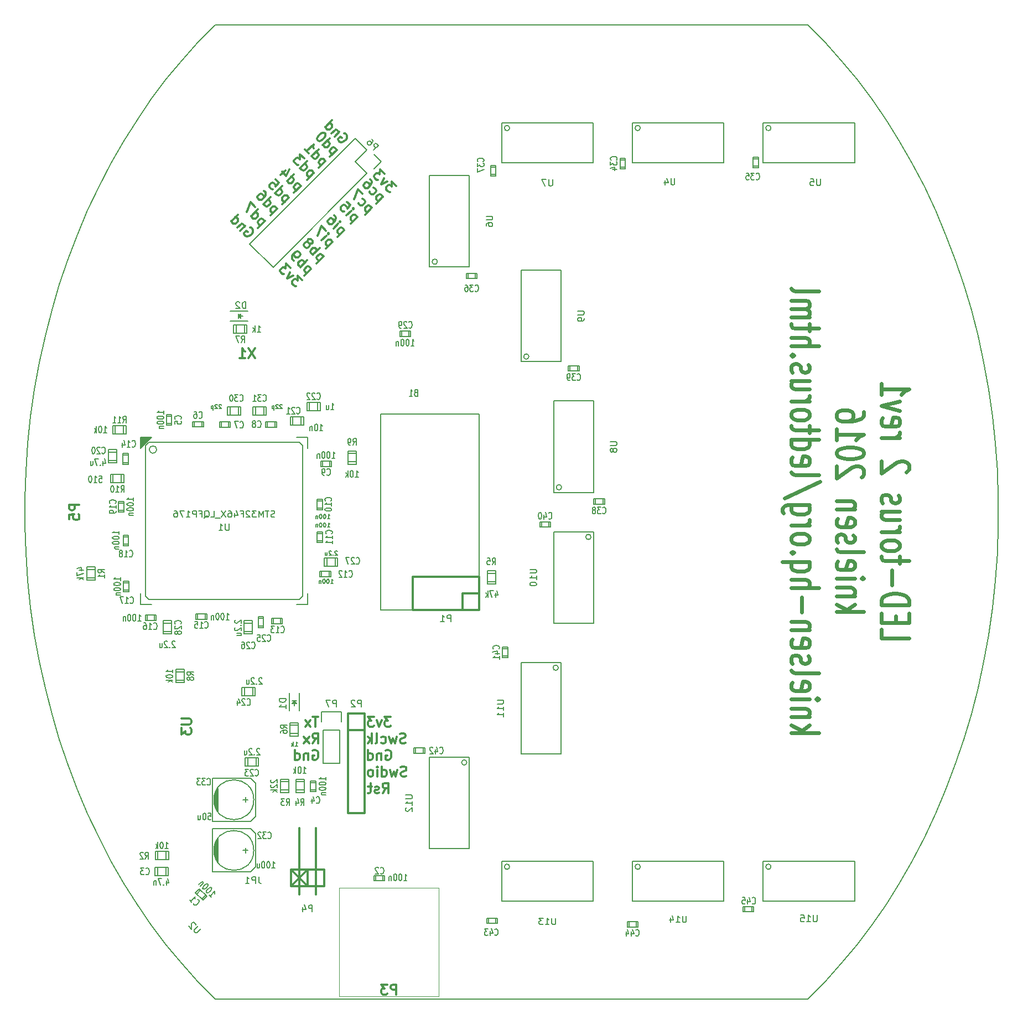
<source format=gbo>
G04 #@! TF.FileFunction,Legend,Bot*
%FSLAX46Y46*%
G04 Gerber Fmt 4.6, Leading zero omitted, Abs format (unit mm)*
G04 Created by KiCad (PCBNEW (2016-03-23 BZR 6647, Git bc699c8)-product) date Tue 29 Mar 2016 10:28:28 CEST*
%MOMM*%
G01*
G04 APERTURE LIST*
%ADD10C,0.100000*%
%ADD11C,0.600000*%
%ADD12C,0.300000*%
%ADD13C,0.200000*%
%ADD14C,0.150000*%
%ADD15C,0.127000*%
%ADD16C,0.304800*%
%ADD17C,0.099060*%
%ADD18C,0.149860*%
%ADD19C,0.152400*%
%ADD20C,0.203200*%
%ADD21C,0.200660*%
G04 APERTURE END LIST*
D10*
D11*
X206600000Y-167900000D02*
X206600000Y-169328571D01*
X210800000Y-169328571D01*
X208800000Y-166900000D02*
X208800000Y-165900000D01*
X206600000Y-165471428D02*
X206600000Y-166900000D01*
X210800000Y-166900000D01*
X210800000Y-165471428D01*
X206600000Y-164185714D02*
X210800000Y-164185714D01*
X210800000Y-163471428D01*
X210600000Y-163042857D01*
X210200000Y-162757142D01*
X209800000Y-162614285D01*
X209000000Y-162471428D01*
X208400000Y-162471428D01*
X207600000Y-162614285D01*
X207200000Y-162757142D01*
X206800000Y-163042857D01*
X206600000Y-163471428D01*
X206600000Y-164185714D01*
X208200000Y-161185714D02*
X208200000Y-158900000D01*
X209400000Y-157900000D02*
X209400000Y-156757142D01*
X210800000Y-157471428D02*
X207200000Y-157471428D01*
X206800000Y-157328571D01*
X206600000Y-157042857D01*
X206600000Y-156757142D01*
X206600000Y-155328571D02*
X206800000Y-155614285D01*
X207000000Y-155757142D01*
X207400000Y-155900000D01*
X208600000Y-155900000D01*
X209000000Y-155757142D01*
X209200000Y-155614285D01*
X209400000Y-155328571D01*
X209400000Y-154900000D01*
X209200000Y-154614285D01*
X209000000Y-154471428D01*
X208600000Y-154328571D01*
X207400000Y-154328571D01*
X207000000Y-154471428D01*
X206800000Y-154614285D01*
X206600000Y-154900000D01*
X206600000Y-155328571D01*
X206600000Y-153042857D02*
X209400000Y-153042857D01*
X208600000Y-153042857D02*
X209000000Y-152900000D01*
X209200000Y-152757142D01*
X209400000Y-152471428D01*
X209400000Y-152185714D01*
X209400000Y-149900000D02*
X206600000Y-149900000D01*
X209400000Y-151185714D02*
X207200000Y-151185714D01*
X206800000Y-151042857D01*
X206600000Y-150757142D01*
X206600000Y-150328571D01*
X206800000Y-150042857D01*
X207000000Y-149900000D01*
X206800000Y-148614285D02*
X206600000Y-148328571D01*
X206600000Y-147757142D01*
X206800000Y-147471428D01*
X207200000Y-147328571D01*
X207400000Y-147328571D01*
X207800000Y-147471428D01*
X208000000Y-147757142D01*
X208000000Y-148185714D01*
X208200000Y-148471428D01*
X208600000Y-148614285D01*
X208800000Y-148614285D01*
X209200000Y-148471428D01*
X209400000Y-148185714D01*
X209400000Y-147757142D01*
X209200000Y-147471428D01*
X210400000Y-143900000D02*
X210600000Y-143757142D01*
X210800000Y-143471428D01*
X210800000Y-142757142D01*
X210600000Y-142471428D01*
X210400000Y-142328571D01*
X210000000Y-142185714D01*
X209600000Y-142185714D01*
X209000000Y-142328571D01*
X206600000Y-144042857D01*
X206600000Y-142185714D01*
X206600000Y-138614285D02*
X209400000Y-138614285D01*
X208600000Y-138614285D02*
X209000000Y-138471428D01*
X209200000Y-138328571D01*
X209400000Y-138042857D01*
X209400000Y-137757142D01*
X206800000Y-135614285D02*
X206600000Y-135900000D01*
X206600000Y-136471428D01*
X206800000Y-136757142D01*
X207200000Y-136900000D01*
X208800000Y-136900000D01*
X209200000Y-136757142D01*
X209400000Y-136471428D01*
X209400000Y-135900000D01*
X209200000Y-135614285D01*
X208800000Y-135471428D01*
X208400000Y-135471428D01*
X208000000Y-136900000D01*
X209400000Y-134471428D02*
X206600000Y-133757142D01*
X209400000Y-133042857D01*
X206600000Y-130328571D02*
X206600000Y-132042857D01*
X206600000Y-131185714D02*
X210800000Y-131185714D01*
X210200000Y-131471428D01*
X209800000Y-131757142D01*
X209600000Y-132042857D01*
X199700000Y-165257142D02*
X203900000Y-165257142D01*
X201300000Y-164971428D02*
X199700000Y-164114285D01*
X202500000Y-164114285D02*
X200900000Y-165257142D01*
X202500000Y-162828571D02*
X199700000Y-162828571D01*
X202100000Y-162828571D02*
X202300000Y-162685714D01*
X202500000Y-162400000D01*
X202500000Y-161971428D01*
X202300000Y-161685714D01*
X201900000Y-161542857D01*
X199700000Y-161542857D01*
X199700000Y-160114285D02*
X202500000Y-160114285D01*
X203900000Y-160114285D02*
X203700000Y-160257142D01*
X203500000Y-160114285D01*
X203700000Y-159971428D01*
X203900000Y-160114285D01*
X203500000Y-160114285D01*
X199900000Y-157542857D02*
X199700000Y-157828571D01*
X199700000Y-158400000D01*
X199900000Y-158685714D01*
X200300000Y-158828571D01*
X201900000Y-158828571D01*
X202300000Y-158685714D01*
X202500000Y-158400000D01*
X202500000Y-157828571D01*
X202300000Y-157542857D01*
X201900000Y-157400000D01*
X201500000Y-157400000D01*
X201100000Y-158828571D01*
X199700000Y-155685714D02*
X199900000Y-155971428D01*
X200300000Y-156114285D01*
X203900000Y-156114285D01*
X199900000Y-154685714D02*
X199700000Y-154400000D01*
X199700000Y-153828571D01*
X199900000Y-153542857D01*
X200300000Y-153400000D01*
X200500000Y-153400000D01*
X200900000Y-153542857D01*
X201100000Y-153828571D01*
X201100000Y-154257142D01*
X201300000Y-154542857D01*
X201700000Y-154685714D01*
X201900000Y-154685714D01*
X202300000Y-154542857D01*
X202500000Y-154257142D01*
X202500000Y-153828571D01*
X202300000Y-153542857D01*
X199900000Y-150971428D02*
X199700000Y-151257142D01*
X199700000Y-151828571D01*
X199900000Y-152114285D01*
X200300000Y-152257142D01*
X201900000Y-152257142D01*
X202300000Y-152114285D01*
X202500000Y-151828571D01*
X202500000Y-151257142D01*
X202300000Y-150971428D01*
X201900000Y-150828571D01*
X201500000Y-150828571D01*
X201100000Y-152257142D01*
X202500000Y-149542857D02*
X199700000Y-149542857D01*
X202100000Y-149542857D02*
X202300000Y-149400000D01*
X202500000Y-149114285D01*
X202500000Y-148685714D01*
X202300000Y-148400000D01*
X201900000Y-148257142D01*
X199700000Y-148257142D01*
X203500000Y-144685714D02*
X203700000Y-144542857D01*
X203900000Y-144257142D01*
X203900000Y-143542857D01*
X203700000Y-143257142D01*
X203500000Y-143114285D01*
X203100000Y-142971428D01*
X202700000Y-142971428D01*
X202100000Y-143114285D01*
X199700000Y-144828571D01*
X199700000Y-142971428D01*
X203900000Y-141114285D02*
X203900000Y-140828571D01*
X203700000Y-140542857D01*
X203500000Y-140400000D01*
X203100000Y-140257142D01*
X202300000Y-140114285D01*
X201300000Y-140114285D01*
X200500000Y-140257142D01*
X200100000Y-140400000D01*
X199900000Y-140542857D01*
X199700000Y-140828571D01*
X199700000Y-141114285D01*
X199900000Y-141400000D01*
X200100000Y-141542857D01*
X200500000Y-141685714D01*
X201300000Y-141828571D01*
X202300000Y-141828571D01*
X203100000Y-141685714D01*
X203500000Y-141542857D01*
X203700000Y-141400000D01*
X203900000Y-141114285D01*
X199700000Y-137257142D02*
X199700000Y-138971428D01*
X199700000Y-138114285D02*
X203900000Y-138114285D01*
X203300000Y-138400000D01*
X202900000Y-138685714D01*
X202700000Y-138971428D01*
X203900000Y-134685714D02*
X203900000Y-135257142D01*
X203700000Y-135542857D01*
X203500000Y-135685714D01*
X202900000Y-135971428D01*
X202100000Y-136114285D01*
X200500000Y-136114285D01*
X200100000Y-135971428D01*
X199900000Y-135828571D01*
X199700000Y-135542857D01*
X199700000Y-134971428D01*
X199900000Y-134685714D01*
X200100000Y-134542857D01*
X200500000Y-134400000D01*
X201500000Y-134400000D01*
X201900000Y-134542857D01*
X202100000Y-134685714D01*
X202300000Y-134971428D01*
X202300000Y-135542857D01*
X202100000Y-135828571D01*
X201900000Y-135971428D01*
X201500000Y-136114285D01*
X192800000Y-183757142D02*
X197000000Y-183757142D01*
X194400000Y-183471428D02*
X192800000Y-182614285D01*
X195600000Y-182614285D02*
X194000000Y-183757142D01*
X195600000Y-181328571D02*
X192800000Y-181328571D01*
X195200000Y-181328571D02*
X195400000Y-181185714D01*
X195600000Y-180900000D01*
X195600000Y-180471428D01*
X195400000Y-180185714D01*
X195000000Y-180042857D01*
X192800000Y-180042857D01*
X192800000Y-178614285D02*
X195600000Y-178614285D01*
X197000000Y-178614285D02*
X196800000Y-178757142D01*
X196600000Y-178614285D01*
X196800000Y-178471428D01*
X197000000Y-178614285D01*
X196600000Y-178614285D01*
X193000000Y-176042857D02*
X192800000Y-176328571D01*
X192800000Y-176900000D01*
X193000000Y-177185714D01*
X193400000Y-177328571D01*
X195000000Y-177328571D01*
X195400000Y-177185714D01*
X195600000Y-176900000D01*
X195600000Y-176328571D01*
X195400000Y-176042857D01*
X195000000Y-175900000D01*
X194600000Y-175900000D01*
X194200000Y-177328571D01*
X192800000Y-174185714D02*
X193000000Y-174471428D01*
X193400000Y-174614285D01*
X197000000Y-174614285D01*
X193000000Y-173185714D02*
X192800000Y-172900000D01*
X192800000Y-172328571D01*
X193000000Y-172042857D01*
X193400000Y-171900000D01*
X193600000Y-171900000D01*
X194000000Y-172042857D01*
X194200000Y-172328571D01*
X194200000Y-172757142D01*
X194400000Y-173042857D01*
X194800000Y-173185714D01*
X195000000Y-173185714D01*
X195400000Y-173042857D01*
X195600000Y-172757142D01*
X195600000Y-172328571D01*
X195400000Y-172042857D01*
X193000000Y-169471428D02*
X192800000Y-169757142D01*
X192800000Y-170328571D01*
X193000000Y-170614285D01*
X193400000Y-170757142D01*
X195000000Y-170757142D01*
X195400000Y-170614285D01*
X195600000Y-170328571D01*
X195600000Y-169757142D01*
X195400000Y-169471428D01*
X195000000Y-169328571D01*
X194600000Y-169328571D01*
X194200000Y-170757142D01*
X195600000Y-168042857D02*
X192800000Y-168042857D01*
X195200000Y-168042857D02*
X195400000Y-167900000D01*
X195600000Y-167614285D01*
X195600000Y-167185714D01*
X195400000Y-166900000D01*
X195000000Y-166757142D01*
X192800000Y-166757142D01*
X194400000Y-165328571D02*
X194400000Y-163042857D01*
X192800000Y-161614285D02*
X197000000Y-161614285D01*
X192800000Y-160328571D02*
X195000000Y-160328571D01*
X195400000Y-160471428D01*
X195600000Y-160757142D01*
X195600000Y-161185714D01*
X195400000Y-161471428D01*
X195200000Y-161614285D01*
X195600000Y-157614285D02*
X191400000Y-157614285D01*
X193000000Y-157614285D02*
X192800000Y-157900000D01*
X192800000Y-158471428D01*
X193000000Y-158757142D01*
X193200000Y-158900000D01*
X193600000Y-159042857D01*
X194800000Y-159042857D01*
X195200000Y-158900000D01*
X195400000Y-158757142D01*
X195600000Y-158471428D01*
X195600000Y-157900000D01*
X195400000Y-157614285D01*
X193200000Y-156185714D02*
X193000000Y-156042857D01*
X192800000Y-156185714D01*
X193000000Y-156328571D01*
X193200000Y-156185714D01*
X192800000Y-156185714D01*
X192800000Y-154328571D02*
X193000000Y-154614285D01*
X193200000Y-154757142D01*
X193600000Y-154900000D01*
X194800000Y-154900000D01*
X195200000Y-154757142D01*
X195400000Y-154614285D01*
X195600000Y-154328571D01*
X195600000Y-153900000D01*
X195400000Y-153614285D01*
X195200000Y-153471428D01*
X194800000Y-153328571D01*
X193600000Y-153328571D01*
X193200000Y-153471428D01*
X193000000Y-153614285D01*
X192800000Y-153900000D01*
X192800000Y-154328571D01*
X192800000Y-152042857D02*
X195600000Y-152042857D01*
X194800000Y-152042857D02*
X195200000Y-151900000D01*
X195400000Y-151757142D01*
X195600000Y-151471428D01*
X195600000Y-151185714D01*
X195600000Y-148900000D02*
X192200000Y-148900000D01*
X191800000Y-149042857D01*
X191600000Y-149185714D01*
X191400000Y-149471428D01*
X191400000Y-149900000D01*
X191600000Y-150185714D01*
X193000000Y-148900000D02*
X192800000Y-149185714D01*
X192800000Y-149757142D01*
X193000000Y-150042857D01*
X193200000Y-150185714D01*
X193600000Y-150328571D01*
X194800000Y-150328571D01*
X195200000Y-150185714D01*
X195400000Y-150042857D01*
X195600000Y-149757142D01*
X195600000Y-149185714D01*
X195400000Y-148900000D01*
X197200000Y-145328571D02*
X191800000Y-147900000D01*
X192800000Y-143900000D02*
X193000000Y-144185714D01*
X193400000Y-144328571D01*
X197000000Y-144328571D01*
X193000000Y-141614285D02*
X192800000Y-141900000D01*
X192800000Y-142471428D01*
X193000000Y-142757142D01*
X193400000Y-142900000D01*
X195000000Y-142900000D01*
X195400000Y-142757142D01*
X195600000Y-142471428D01*
X195600000Y-141900000D01*
X195400000Y-141614285D01*
X195000000Y-141471428D01*
X194600000Y-141471428D01*
X194200000Y-142900000D01*
X192800000Y-138900000D02*
X197000000Y-138900000D01*
X193000000Y-138900000D02*
X192800000Y-139185714D01*
X192800000Y-139757142D01*
X193000000Y-140042857D01*
X193200000Y-140185714D01*
X193600000Y-140328571D01*
X194800000Y-140328571D01*
X195200000Y-140185714D01*
X195400000Y-140042857D01*
X195600000Y-139757142D01*
X195600000Y-139185714D01*
X195400000Y-138900000D01*
X195600000Y-137900000D02*
X195600000Y-136757142D01*
X197000000Y-137471428D02*
X193400000Y-137471428D01*
X193000000Y-137328571D01*
X192800000Y-137042857D01*
X192800000Y-136757142D01*
X192800000Y-135328571D02*
X193000000Y-135614285D01*
X193200000Y-135757142D01*
X193600000Y-135900000D01*
X194800000Y-135900000D01*
X195200000Y-135757142D01*
X195400000Y-135614285D01*
X195600000Y-135328571D01*
X195600000Y-134900000D01*
X195400000Y-134614285D01*
X195200000Y-134471428D01*
X194800000Y-134328571D01*
X193600000Y-134328571D01*
X193200000Y-134471428D01*
X193000000Y-134614285D01*
X192800000Y-134900000D01*
X192800000Y-135328571D01*
X192800000Y-133042857D02*
X195600000Y-133042857D01*
X194800000Y-133042857D02*
X195200000Y-132900000D01*
X195400000Y-132757142D01*
X195600000Y-132471428D01*
X195600000Y-132185714D01*
X195600000Y-129900000D02*
X192800000Y-129900000D01*
X195600000Y-131185714D02*
X193400000Y-131185714D01*
X193000000Y-131042857D01*
X192800000Y-130757142D01*
X192800000Y-130328571D01*
X193000000Y-130042857D01*
X193200000Y-129900000D01*
X193000000Y-128614285D02*
X192800000Y-128328571D01*
X192800000Y-127757142D01*
X193000000Y-127471428D01*
X193400000Y-127328571D01*
X193600000Y-127328571D01*
X194000000Y-127471428D01*
X194200000Y-127757142D01*
X194200000Y-128185714D01*
X194400000Y-128471428D01*
X194800000Y-128614285D01*
X195000000Y-128614285D01*
X195400000Y-128471428D01*
X195600000Y-128185714D01*
X195600000Y-127757142D01*
X195400000Y-127471428D01*
X193200000Y-126042857D02*
X193000000Y-125900000D01*
X192800000Y-126042857D01*
X193000000Y-126185714D01*
X193200000Y-126042857D01*
X192800000Y-126042857D01*
X192800000Y-124614285D02*
X197000000Y-124614285D01*
X192800000Y-123328571D02*
X195000000Y-123328571D01*
X195400000Y-123471428D01*
X195600000Y-123757142D01*
X195600000Y-124185714D01*
X195400000Y-124471428D01*
X195200000Y-124614285D01*
X195600000Y-122328571D02*
X195600000Y-121185714D01*
X197000000Y-121900000D02*
X193400000Y-121900000D01*
X193000000Y-121757142D01*
X192800000Y-121471428D01*
X192800000Y-121185714D01*
X192800000Y-120185714D02*
X195600000Y-120185714D01*
X195200000Y-120185714D02*
X195400000Y-120042857D01*
X195600000Y-119757142D01*
X195600000Y-119328571D01*
X195400000Y-119042857D01*
X195000000Y-118900000D01*
X192800000Y-118900000D01*
X195000000Y-118900000D02*
X195400000Y-118757142D01*
X195600000Y-118471428D01*
X195600000Y-118042857D01*
X195400000Y-117757142D01*
X195000000Y-117614285D01*
X192800000Y-117614285D01*
X192800000Y-115757142D02*
X193000000Y-116042857D01*
X193400000Y-116185714D01*
X197000000Y-116185714D01*
D12*
X110012183Y-106451522D02*
X110163705Y-106502030D01*
X110315228Y-106653553D01*
X110416244Y-106855583D01*
X110416244Y-107057614D01*
X110365736Y-107209137D01*
X110214213Y-107461675D01*
X110062690Y-107613198D01*
X109810152Y-107764721D01*
X109658629Y-107815228D01*
X109456599Y-107815228D01*
X109254568Y-107714213D01*
X109153553Y-107613198D01*
X109052538Y-107411167D01*
X109052538Y-107310152D01*
X109406091Y-106956599D01*
X109608122Y-107158629D01*
X109204061Y-106249492D02*
X108496954Y-106956599D01*
X109103045Y-106350507D02*
X109103045Y-106249492D01*
X109052538Y-106097969D01*
X108901015Y-105946446D01*
X108749492Y-105895938D01*
X108597969Y-105946446D01*
X108042385Y-106502030D01*
X107082740Y-105542385D02*
X108143400Y-104481725D01*
X107133248Y-105491877D02*
X107183755Y-105643400D01*
X107385786Y-105845431D01*
X107537309Y-105895938D01*
X107638324Y-105895938D01*
X107789847Y-105845431D01*
X108092893Y-105542385D01*
X108143400Y-105390862D01*
X108143400Y-105289847D01*
X108092893Y-105138324D01*
X107890862Y-104936294D01*
X107739339Y-104885786D01*
X112239467Y-105484898D02*
X111178807Y-106545558D01*
X112188959Y-105535406D02*
X112138452Y-105383883D01*
X111936421Y-105181852D01*
X111784898Y-105131345D01*
X111683883Y-105131345D01*
X111532360Y-105181852D01*
X111229314Y-105484898D01*
X111178807Y-105636421D01*
X111178807Y-105737436D01*
X111229314Y-105888959D01*
X111431345Y-106090990D01*
X111582868Y-106141497D01*
X110118147Y-104777791D02*
X111178807Y-103717131D01*
X110168654Y-104727284D02*
X110219162Y-104878807D01*
X110421192Y-105080837D01*
X110572715Y-105131345D01*
X110673730Y-105131345D01*
X110825253Y-105080837D01*
X111128299Y-104777791D01*
X111178807Y-104626269D01*
X111178807Y-104525253D01*
X111128299Y-104373730D01*
X110926269Y-104171700D01*
X110774746Y-104121192D01*
X110774746Y-103313070D02*
X110067639Y-102605963D01*
X109461547Y-104121192D01*
X114139467Y-103584898D02*
X113078807Y-104645558D01*
X114088959Y-103635406D02*
X114038452Y-103483883D01*
X113836421Y-103281852D01*
X113684898Y-103231345D01*
X113583883Y-103231345D01*
X113432360Y-103281852D01*
X113129314Y-103584898D01*
X113078807Y-103736421D01*
X113078807Y-103837436D01*
X113129314Y-103988959D01*
X113331345Y-104190990D01*
X113482868Y-104241497D01*
X112018147Y-102877791D02*
X113078807Y-101817131D01*
X112068654Y-102827284D02*
X112119162Y-102978807D01*
X112321192Y-103180837D01*
X112472715Y-103231345D01*
X112573730Y-103231345D01*
X112725253Y-103180837D01*
X113028299Y-102877791D01*
X113078807Y-102726269D01*
X113078807Y-102625253D01*
X113028299Y-102473730D01*
X112826269Y-102271700D01*
X112674746Y-102221192D01*
X112119162Y-100857486D02*
X112321192Y-101059517D01*
X112371700Y-101211040D01*
X112371700Y-101312055D01*
X112321192Y-101564593D01*
X112169669Y-101817131D01*
X111765608Y-102221192D01*
X111614086Y-102271700D01*
X111513070Y-102271700D01*
X111361547Y-102221192D01*
X111159517Y-102019162D01*
X111109009Y-101867639D01*
X111109009Y-101766624D01*
X111159517Y-101615101D01*
X111412055Y-101362563D01*
X111563578Y-101312055D01*
X111664593Y-101312055D01*
X111816116Y-101362563D01*
X112018147Y-101564593D01*
X112068654Y-101716116D01*
X112068654Y-101817131D01*
X112018147Y-101968654D01*
X115939467Y-101884898D02*
X114878807Y-102945558D01*
X115888959Y-101935406D02*
X115838452Y-101783883D01*
X115636421Y-101581852D01*
X115484898Y-101531345D01*
X115383883Y-101531345D01*
X115232360Y-101581852D01*
X114929314Y-101884898D01*
X114878807Y-102036421D01*
X114878807Y-102137436D01*
X114929314Y-102288959D01*
X115131345Y-102490990D01*
X115282868Y-102541497D01*
X113818147Y-101177791D02*
X114878807Y-100117131D01*
X113868654Y-101127284D02*
X113919162Y-101278807D01*
X114121192Y-101480837D01*
X114272715Y-101531345D01*
X114373730Y-101531345D01*
X114525253Y-101480837D01*
X114828299Y-101177791D01*
X114878807Y-101026269D01*
X114878807Y-100925253D01*
X114828299Y-100773730D01*
X114626269Y-100571700D01*
X114474746Y-100521192D01*
X113868654Y-99106979D02*
X114373730Y-99612055D01*
X113919162Y-100167639D01*
X113919162Y-100066624D01*
X113868654Y-99915101D01*
X113616116Y-99662563D01*
X113464593Y-99612055D01*
X113363578Y-99612055D01*
X113212055Y-99662563D01*
X112959517Y-99915101D01*
X112909009Y-100066624D01*
X112909009Y-100167639D01*
X112959517Y-100319162D01*
X113212055Y-100571700D01*
X113363578Y-100622208D01*
X113464593Y-100622208D01*
X117739467Y-100084898D02*
X116678807Y-101145558D01*
X117688959Y-100135406D02*
X117638452Y-99983883D01*
X117436421Y-99781852D01*
X117284898Y-99731345D01*
X117183883Y-99731345D01*
X117032360Y-99781852D01*
X116729314Y-100084898D01*
X116678807Y-100236421D01*
X116678807Y-100337436D01*
X116729314Y-100488959D01*
X116931345Y-100690990D01*
X117082868Y-100741497D01*
X115618147Y-99377791D02*
X116678807Y-98317131D01*
X115668654Y-99327284D02*
X115719162Y-99478807D01*
X115921192Y-99680837D01*
X116072715Y-99731345D01*
X116173730Y-99731345D01*
X116325253Y-99680837D01*
X116628299Y-99377791D01*
X116678807Y-99226269D01*
X116678807Y-99125253D01*
X116628299Y-98973730D01*
X116426269Y-98771700D01*
X116274746Y-98721192D01*
X115365608Y-97711040D02*
X114658502Y-98418147D01*
X116022208Y-97559517D02*
X115517131Y-98569669D01*
X114860532Y-97913070D01*
X119739467Y-98084898D02*
X118678807Y-99145558D01*
X119688959Y-98135406D02*
X119638452Y-97983883D01*
X119436421Y-97781852D01*
X119284898Y-97731345D01*
X119183883Y-97731345D01*
X119032360Y-97781852D01*
X118729314Y-98084898D01*
X118678807Y-98236421D01*
X118678807Y-98337436D01*
X118729314Y-98488959D01*
X118931345Y-98690990D01*
X119082868Y-98741497D01*
X117618147Y-97377791D02*
X118678807Y-96317131D01*
X117668654Y-97327284D02*
X117719162Y-97478807D01*
X117921192Y-97680837D01*
X118072715Y-97731345D01*
X118173730Y-97731345D01*
X118325253Y-97680837D01*
X118628299Y-97377791D01*
X118678807Y-97226269D01*
X118678807Y-97125253D01*
X118628299Y-96973730D01*
X118426269Y-96771700D01*
X118274746Y-96721192D01*
X118274746Y-95913070D02*
X117618147Y-95256471D01*
X117567639Y-96014086D01*
X117416116Y-95862563D01*
X117264593Y-95812055D01*
X117163578Y-95812055D01*
X117012055Y-95862563D01*
X116759517Y-96115101D01*
X116709009Y-96266624D01*
X116709009Y-96367639D01*
X116759517Y-96519162D01*
X117062563Y-96822208D01*
X117214086Y-96872715D01*
X117315101Y-96872715D01*
X121539467Y-96284898D02*
X120478807Y-97345558D01*
X121488959Y-96335406D02*
X121438452Y-96183883D01*
X121236421Y-95981852D01*
X121084898Y-95931345D01*
X120983883Y-95931345D01*
X120832360Y-95981852D01*
X120529314Y-96284898D01*
X120478807Y-96436421D01*
X120478807Y-96537436D01*
X120529314Y-96688959D01*
X120731345Y-96890990D01*
X120882868Y-96941497D01*
X119418147Y-95577791D02*
X120478807Y-94517131D01*
X119468654Y-95527284D02*
X119519162Y-95678807D01*
X119721192Y-95880837D01*
X119872715Y-95931345D01*
X119973730Y-95931345D01*
X120125253Y-95880837D01*
X120428299Y-95577791D01*
X120478807Y-95426269D01*
X120478807Y-95325253D01*
X120428299Y-95173730D01*
X120226269Y-94971700D01*
X120074746Y-94921192D01*
X118357486Y-94517131D02*
X118963578Y-95123223D01*
X118660532Y-94820177D02*
X119721192Y-93759517D01*
X119670685Y-94012055D01*
X119670685Y-94214086D01*
X119721192Y-94365608D01*
X123239467Y-94584898D02*
X122178807Y-95645558D01*
X123188959Y-94635406D02*
X123138452Y-94483883D01*
X122936421Y-94281852D01*
X122784898Y-94231345D01*
X122683883Y-94231345D01*
X122532360Y-94281852D01*
X122229314Y-94584898D01*
X122178807Y-94736421D01*
X122178807Y-94837436D01*
X122229314Y-94988959D01*
X122431345Y-95190990D01*
X122582868Y-95241497D01*
X121118147Y-93877791D02*
X122178807Y-92817131D01*
X121168654Y-93827284D02*
X121219162Y-93978807D01*
X121421192Y-94180837D01*
X121572715Y-94231345D01*
X121673730Y-94231345D01*
X121825253Y-94180837D01*
X122128299Y-93877791D01*
X122178807Y-93726269D01*
X122178807Y-93625253D01*
X122128299Y-93473730D01*
X121926269Y-93271700D01*
X121774746Y-93221192D01*
X121471700Y-92110024D02*
X121370685Y-92009009D01*
X121219162Y-91958502D01*
X121118147Y-91958502D01*
X120966624Y-92009009D01*
X120714086Y-92160532D01*
X120461547Y-92413070D01*
X120310024Y-92665608D01*
X120259517Y-92817131D01*
X120259517Y-92918147D01*
X120310024Y-93069669D01*
X120411040Y-93170685D01*
X120562563Y-93221192D01*
X120663578Y-93221192D01*
X120815101Y-93170685D01*
X121067639Y-93019162D01*
X121320177Y-92766624D01*
X121471700Y-92514086D01*
X121522208Y-92362563D01*
X121522208Y-92261547D01*
X121471700Y-92110024D01*
X124412183Y-92051522D02*
X124563705Y-92102030D01*
X124715228Y-92253553D01*
X124816244Y-92455583D01*
X124816244Y-92657614D01*
X124765736Y-92809137D01*
X124614213Y-93061675D01*
X124462690Y-93213198D01*
X124210152Y-93364721D01*
X124058629Y-93415228D01*
X123856599Y-93415228D01*
X123654568Y-93314213D01*
X123553553Y-93213198D01*
X123452538Y-93011167D01*
X123452538Y-92910152D01*
X123806091Y-92556599D01*
X124008122Y-92758629D01*
X123604061Y-91849492D02*
X122896954Y-92556599D01*
X123503045Y-91950507D02*
X123503045Y-91849492D01*
X123452538Y-91697969D01*
X123301015Y-91546446D01*
X123149492Y-91495938D01*
X122997969Y-91546446D01*
X122442385Y-92102030D01*
X121482740Y-91142385D02*
X122543400Y-90081725D01*
X121533248Y-91091877D02*
X121583755Y-91243400D01*
X121785786Y-91445431D01*
X121937309Y-91495938D01*
X122038324Y-91495938D01*
X122189847Y-91445431D01*
X122492893Y-91142385D01*
X122543400Y-90990862D01*
X122543400Y-90889847D01*
X122492893Y-90738324D01*
X122290862Y-90536294D01*
X122139339Y-90485786D01*
X119339467Y-112784898D02*
X118278807Y-113845558D01*
X119288959Y-112835406D02*
X119238452Y-112683883D01*
X119036421Y-112481852D01*
X118884898Y-112431345D01*
X118783883Y-112431345D01*
X118632360Y-112481852D01*
X118329314Y-112784898D01*
X118278807Y-112936421D01*
X118278807Y-113037436D01*
X118329314Y-113188959D01*
X118531345Y-113390990D01*
X118682868Y-113441497D01*
X117672715Y-112532360D02*
X118733375Y-111471700D01*
X118329314Y-111875761D02*
X118278807Y-111724238D01*
X118076776Y-111522208D01*
X117925253Y-111471700D01*
X117824238Y-111471700D01*
X117672715Y-111522208D01*
X117369669Y-111825253D01*
X117319162Y-111976776D01*
X117319162Y-112077791D01*
X117369669Y-112229314D01*
X117571700Y-112431345D01*
X117723223Y-112481852D01*
X116662563Y-111522208D02*
X116460532Y-111320177D01*
X116410024Y-111168654D01*
X116410024Y-111067639D01*
X116460532Y-110815101D01*
X116612055Y-110562563D01*
X117016116Y-110158502D01*
X117167639Y-110107994D01*
X117268654Y-110107994D01*
X117420177Y-110158502D01*
X117622208Y-110360532D01*
X117672715Y-110512055D01*
X117672715Y-110613070D01*
X117622208Y-110764593D01*
X117369669Y-111017131D01*
X117218147Y-111067639D01*
X117117131Y-111067639D01*
X116965608Y-111017131D01*
X116763578Y-110815101D01*
X116713070Y-110663578D01*
X116713070Y-110562563D01*
X116763578Y-110411040D01*
X121239467Y-110884898D02*
X120178807Y-111945558D01*
X121188959Y-110935406D02*
X121138452Y-110783883D01*
X120936421Y-110581852D01*
X120784898Y-110531345D01*
X120683883Y-110531345D01*
X120532360Y-110581852D01*
X120229314Y-110884898D01*
X120178807Y-111036421D01*
X120178807Y-111137436D01*
X120229314Y-111288959D01*
X120431345Y-111490990D01*
X120582868Y-111541497D01*
X119572715Y-110632360D02*
X120633375Y-109571700D01*
X120229314Y-109975761D02*
X120178807Y-109824238D01*
X119976776Y-109622208D01*
X119825253Y-109571700D01*
X119724238Y-109571700D01*
X119572715Y-109622208D01*
X119269669Y-109925253D01*
X119219162Y-110076776D01*
X119219162Y-110177791D01*
X119269669Y-110329314D01*
X119471700Y-110531345D01*
X119623223Y-110581852D01*
X119067639Y-108915101D02*
X119219162Y-108965608D01*
X119320177Y-108965608D01*
X119471700Y-108915101D01*
X119522208Y-108864593D01*
X119572715Y-108713070D01*
X119572715Y-108612055D01*
X119522208Y-108460532D01*
X119320177Y-108258502D01*
X119168654Y-108207994D01*
X119067639Y-108207994D01*
X118916116Y-108258502D01*
X118865608Y-108309009D01*
X118815101Y-108460532D01*
X118815101Y-108561547D01*
X118865608Y-108713070D01*
X119067639Y-108915101D01*
X119118147Y-109066624D01*
X119118147Y-109167639D01*
X119067639Y-109319162D01*
X118865608Y-109521192D01*
X118714086Y-109571700D01*
X118613070Y-109571700D01*
X118461547Y-109521192D01*
X118259517Y-109319162D01*
X118209009Y-109167639D01*
X118209009Y-109066624D01*
X118259517Y-108915101D01*
X118461547Y-108713070D01*
X118613070Y-108662563D01*
X118714086Y-108662563D01*
X118865608Y-108713070D01*
X122612183Y-108657614D02*
X121551522Y-109718274D01*
X122561675Y-108708122D02*
X122511167Y-108556599D01*
X122309137Y-108354568D01*
X122157614Y-108304061D01*
X122056599Y-108304061D01*
X121905076Y-108354568D01*
X121602030Y-108657614D01*
X121551522Y-108809137D01*
X121551522Y-108910152D01*
X121602030Y-109061675D01*
X121804061Y-109263705D01*
X121955583Y-109314213D01*
X120945431Y-108405076D02*
X121652538Y-107697969D01*
X122006091Y-107344416D02*
X122006091Y-107445431D01*
X121905076Y-107445431D01*
X121905076Y-107344416D01*
X122006091Y-107344416D01*
X121905076Y-107445431D01*
X121602030Y-106940355D02*
X120894923Y-106233248D01*
X120288832Y-107748477D01*
X124412183Y-106857614D02*
X123351522Y-107918274D01*
X124361675Y-106908122D02*
X124311167Y-106756599D01*
X124109137Y-106554568D01*
X123957614Y-106504061D01*
X123856599Y-106504061D01*
X123705076Y-106554568D01*
X123402030Y-106857614D01*
X123351522Y-107009137D01*
X123351522Y-107110152D01*
X123402030Y-107261675D01*
X123604061Y-107463705D01*
X123755583Y-107514213D01*
X122745431Y-106605076D02*
X123452538Y-105897969D01*
X123806091Y-105544416D02*
X123806091Y-105645431D01*
X123705076Y-105645431D01*
X123705076Y-105544416D01*
X123806091Y-105544416D01*
X123705076Y-105645431D01*
X122846446Y-104584771D02*
X123048477Y-104786801D01*
X123098984Y-104938324D01*
X123098984Y-105039339D01*
X123048477Y-105291877D01*
X122896954Y-105544416D01*
X122492893Y-105948477D01*
X122341370Y-105998984D01*
X122240355Y-105998984D01*
X122088832Y-105948477D01*
X121886801Y-105746446D01*
X121836294Y-105594923D01*
X121836294Y-105493908D01*
X121886801Y-105342385D01*
X122139339Y-105089847D01*
X122290862Y-105039339D01*
X122391877Y-105039339D01*
X122543400Y-105089847D01*
X122745431Y-105291877D01*
X122795938Y-105443400D01*
X122795938Y-105544416D01*
X122745431Y-105695938D01*
X130314213Y-101759644D02*
X129253553Y-102820305D01*
X130263705Y-101810152D02*
X130213198Y-101658629D01*
X130011167Y-101456599D01*
X129859644Y-101406091D01*
X129758629Y-101406091D01*
X129607106Y-101456599D01*
X129304061Y-101759644D01*
X129253553Y-101911167D01*
X129253553Y-102012183D01*
X129304061Y-102163705D01*
X129506091Y-102365736D01*
X129657614Y-102416244D01*
X128243400Y-101002030D02*
X128293908Y-101153553D01*
X128495938Y-101355583D01*
X128647461Y-101406091D01*
X128748477Y-101406091D01*
X128900000Y-101355583D01*
X129203045Y-101052538D01*
X129253553Y-100901015D01*
X129253553Y-100800000D01*
X129203045Y-100648477D01*
X129001015Y-100446446D01*
X128849492Y-100395938D01*
X128344416Y-99082740D02*
X128546446Y-99284771D01*
X128596954Y-99436294D01*
X128596954Y-99537309D01*
X128546446Y-99789847D01*
X128394923Y-100042385D01*
X127990862Y-100446446D01*
X127839339Y-100496954D01*
X127738324Y-100496954D01*
X127586801Y-100446446D01*
X127384771Y-100244416D01*
X127334263Y-100092893D01*
X127334263Y-99991877D01*
X127384771Y-99840355D01*
X127637309Y-99587816D01*
X127788832Y-99537309D01*
X127889847Y-99537309D01*
X128041370Y-99587816D01*
X128243400Y-99789847D01*
X128293908Y-99941370D01*
X128293908Y-100042385D01*
X128243400Y-100193908D01*
X126412183Y-104857614D02*
X125351522Y-105918274D01*
X126361675Y-104908122D02*
X126311167Y-104756599D01*
X126109137Y-104554568D01*
X125957614Y-104504061D01*
X125856599Y-104504061D01*
X125705076Y-104554568D01*
X125402030Y-104857614D01*
X125351522Y-105009137D01*
X125351522Y-105110152D01*
X125402030Y-105261675D01*
X125604061Y-105463705D01*
X125755583Y-105514213D01*
X124745431Y-104605076D02*
X125452538Y-103897969D01*
X125806091Y-103544416D02*
X125806091Y-103645431D01*
X125705076Y-103645431D01*
X125705076Y-103544416D01*
X125806091Y-103544416D01*
X125705076Y-103645431D01*
X124795938Y-102534263D02*
X125301015Y-103039339D01*
X124846446Y-103594923D01*
X124846446Y-103493908D01*
X124795938Y-103342385D01*
X124543400Y-103089847D01*
X124391877Y-103039339D01*
X124290862Y-103039339D01*
X124139339Y-103089847D01*
X123886801Y-103342385D01*
X123836294Y-103493908D01*
X123836294Y-103594923D01*
X123886801Y-103746446D01*
X124139339Y-103998984D01*
X124290862Y-104049492D01*
X124391877Y-104049492D01*
X128614213Y-103459644D02*
X127553553Y-104520305D01*
X128563705Y-103510152D02*
X128513198Y-103358629D01*
X128311167Y-103156599D01*
X128159644Y-103106091D01*
X128058629Y-103106091D01*
X127907106Y-103156599D01*
X127604061Y-103459644D01*
X127553553Y-103611167D01*
X127553553Y-103712183D01*
X127604061Y-103863705D01*
X127806091Y-104065736D01*
X127957614Y-104116244D01*
X126543400Y-102702030D02*
X126593908Y-102853553D01*
X126795938Y-103055583D01*
X126947461Y-103106091D01*
X127048477Y-103106091D01*
X127200000Y-103055583D01*
X127503045Y-102752538D01*
X127553553Y-102601015D01*
X127553553Y-102500000D01*
X127503045Y-102348477D01*
X127301015Y-102146446D01*
X127149492Y-102095938D01*
X127200000Y-101338324D02*
X126492893Y-100631217D01*
X125886801Y-102146446D01*
X117943528Y-114481852D02*
X117286929Y-113825253D01*
X117236421Y-114582868D01*
X117084898Y-114431345D01*
X116933375Y-114380837D01*
X116832360Y-114380837D01*
X116680837Y-114431345D01*
X116428299Y-114683883D01*
X116377791Y-114835406D01*
X116377791Y-114936421D01*
X116428299Y-115087944D01*
X116731345Y-115390990D01*
X116882868Y-115441497D01*
X116983883Y-115441497D01*
X116579822Y-113825253D02*
X115620177Y-114279822D01*
X116074746Y-113320177D01*
X116125253Y-112663578D02*
X115468654Y-112006979D01*
X115418147Y-112764593D01*
X115266624Y-112613070D01*
X115115101Y-112562563D01*
X115014086Y-112562563D01*
X114862563Y-112613070D01*
X114610024Y-112865608D01*
X114559517Y-113017131D01*
X114559517Y-113118147D01*
X114610024Y-113269669D01*
X114913070Y-113572715D01*
X115064593Y-113623223D01*
X115165608Y-113623223D01*
X132343528Y-100081852D02*
X131686929Y-99425253D01*
X131636421Y-100182868D01*
X131484898Y-100031345D01*
X131333375Y-99980837D01*
X131232360Y-99980837D01*
X131080837Y-100031345D01*
X130828299Y-100283883D01*
X130777791Y-100435406D01*
X130777791Y-100536421D01*
X130828299Y-100687944D01*
X131131345Y-100990990D01*
X131282868Y-101041497D01*
X131383883Y-101041497D01*
X130979822Y-99425253D02*
X130020177Y-99879822D01*
X130474746Y-98920177D01*
X130525253Y-98263578D02*
X129868654Y-97606979D01*
X129818147Y-98364593D01*
X129666624Y-98213070D01*
X129515101Y-98162563D01*
X129414086Y-98162563D01*
X129262563Y-98213070D01*
X129010024Y-98465608D01*
X128959517Y-98617131D01*
X128959517Y-98718147D01*
X129010024Y-98869669D01*
X129313070Y-99172715D01*
X129464593Y-99223223D01*
X129565608Y-99223223D01*
X130263828Y-192956571D02*
X130763828Y-192242285D01*
X131120971Y-192956571D02*
X131120971Y-191456571D01*
X130549542Y-191456571D01*
X130406685Y-191528000D01*
X130335257Y-191599428D01*
X130263828Y-191742285D01*
X130263828Y-191956571D01*
X130335257Y-192099428D01*
X130406685Y-192170857D01*
X130549542Y-192242285D01*
X131120971Y-192242285D01*
X129692400Y-192885142D02*
X129549542Y-192956571D01*
X129263828Y-192956571D01*
X129120971Y-192885142D01*
X129049542Y-192742285D01*
X129049542Y-192670857D01*
X129120971Y-192528000D01*
X129263828Y-192456571D01*
X129478114Y-192456571D01*
X129620971Y-192385142D01*
X129692400Y-192242285D01*
X129692400Y-192170857D01*
X129620971Y-192028000D01*
X129478114Y-191956571D01*
X129263828Y-191956571D01*
X129120971Y-192028000D01*
X128620971Y-191956571D02*
X128049542Y-191956571D01*
X128406685Y-191456571D02*
X128406685Y-192742285D01*
X128335257Y-192885142D01*
X128192400Y-192956571D01*
X128049542Y-192956571D01*
X133890971Y-190345142D02*
X133676685Y-190416571D01*
X133319542Y-190416571D01*
X133176685Y-190345142D01*
X133105257Y-190273714D01*
X133033828Y-190130857D01*
X133033828Y-189988000D01*
X133105257Y-189845142D01*
X133176685Y-189773714D01*
X133319542Y-189702285D01*
X133605257Y-189630857D01*
X133748114Y-189559428D01*
X133819542Y-189488000D01*
X133890971Y-189345142D01*
X133890971Y-189202285D01*
X133819542Y-189059428D01*
X133748114Y-188988000D01*
X133605257Y-188916571D01*
X133248114Y-188916571D01*
X133033828Y-188988000D01*
X132533828Y-189416571D02*
X132248114Y-190416571D01*
X131962400Y-189702285D01*
X131676685Y-190416571D01*
X131390971Y-189416571D01*
X130176685Y-190416571D02*
X130176685Y-188916571D01*
X130176685Y-190345142D02*
X130319542Y-190416571D01*
X130605257Y-190416571D01*
X130748114Y-190345142D01*
X130819542Y-190273714D01*
X130890971Y-190130857D01*
X130890971Y-189702285D01*
X130819542Y-189559428D01*
X130748114Y-189488000D01*
X130605257Y-189416571D01*
X130319542Y-189416571D01*
X130176685Y-189488000D01*
X129462400Y-190416571D02*
X129462400Y-189416571D01*
X129462400Y-188916571D02*
X129533828Y-188988000D01*
X129462400Y-189059428D01*
X129390971Y-188988000D01*
X129462400Y-188916571D01*
X129462400Y-189059428D01*
X128533828Y-190416571D02*
X128676685Y-190345142D01*
X128748114Y-190273714D01*
X128819542Y-190130857D01*
X128819542Y-189702285D01*
X128748114Y-189559428D01*
X128676685Y-189488000D01*
X128533828Y-189416571D01*
X128319542Y-189416571D01*
X128176685Y-189488000D01*
X128105257Y-189559428D01*
X128033828Y-189702285D01*
X128033828Y-190130857D01*
X128105257Y-190273714D01*
X128176685Y-190345142D01*
X128319542Y-190416571D01*
X128533828Y-190416571D01*
X130758285Y-186448000D02*
X130901142Y-186376571D01*
X131115428Y-186376571D01*
X131329714Y-186448000D01*
X131472571Y-186590857D01*
X131544000Y-186733714D01*
X131615428Y-187019428D01*
X131615428Y-187233714D01*
X131544000Y-187519428D01*
X131472571Y-187662285D01*
X131329714Y-187805142D01*
X131115428Y-187876571D01*
X130972571Y-187876571D01*
X130758285Y-187805142D01*
X130686857Y-187733714D01*
X130686857Y-187233714D01*
X130972571Y-187233714D01*
X130044000Y-186876571D02*
X130044000Y-187876571D01*
X130044000Y-187019428D02*
X129972571Y-186948000D01*
X129829714Y-186876571D01*
X129615428Y-186876571D01*
X129472571Y-186948000D01*
X129401142Y-187090857D01*
X129401142Y-187876571D01*
X128044000Y-187876571D02*
X128044000Y-186376571D01*
X128044000Y-187805142D02*
X128186857Y-187876571D01*
X128472571Y-187876571D01*
X128615428Y-187805142D01*
X128686857Y-187733714D01*
X128758285Y-187590857D01*
X128758285Y-187162285D01*
X128686857Y-187019428D01*
X128615428Y-186948000D01*
X128472571Y-186876571D01*
X128186857Y-186876571D01*
X128044000Y-186948000D01*
X133768742Y-185265142D02*
X133554457Y-185336571D01*
X133197314Y-185336571D01*
X133054457Y-185265142D01*
X132983028Y-185193714D01*
X132911600Y-185050857D01*
X132911600Y-184908000D01*
X132983028Y-184765142D01*
X133054457Y-184693714D01*
X133197314Y-184622285D01*
X133483028Y-184550857D01*
X133625885Y-184479428D01*
X133697314Y-184408000D01*
X133768742Y-184265142D01*
X133768742Y-184122285D01*
X133697314Y-183979428D01*
X133625885Y-183908000D01*
X133483028Y-183836571D01*
X133125885Y-183836571D01*
X132911600Y-183908000D01*
X132411600Y-184336571D02*
X132125885Y-185336571D01*
X131840171Y-184622285D01*
X131554457Y-185336571D01*
X131268742Y-184336571D01*
X130054457Y-185265142D02*
X130197314Y-185336571D01*
X130483028Y-185336571D01*
X130625885Y-185265142D01*
X130697314Y-185193714D01*
X130768742Y-185050857D01*
X130768742Y-184622285D01*
X130697314Y-184479428D01*
X130625885Y-184408000D01*
X130483028Y-184336571D01*
X130197314Y-184336571D01*
X130054457Y-184408000D01*
X129197314Y-185336571D02*
X129340171Y-185265142D01*
X129411600Y-185122285D01*
X129411600Y-183836571D01*
X128625885Y-185336571D02*
X128625885Y-183836571D01*
X128483028Y-184765142D02*
X128054457Y-185336571D01*
X128054457Y-184336571D02*
X128625885Y-184908000D01*
X131528914Y-181296571D02*
X130600342Y-181296571D01*
X131100342Y-181868000D01*
X130886057Y-181868000D01*
X130743200Y-181939428D01*
X130671771Y-182010857D01*
X130600342Y-182153714D01*
X130600342Y-182510857D01*
X130671771Y-182653714D01*
X130743200Y-182725142D01*
X130886057Y-182796571D01*
X131314628Y-182796571D01*
X131457485Y-182725142D01*
X131528914Y-182653714D01*
X130100342Y-181796571D02*
X129743200Y-182796571D01*
X129386057Y-181796571D01*
X128957485Y-181296571D02*
X128028914Y-181296571D01*
X128528914Y-181868000D01*
X128314628Y-181868000D01*
X128171771Y-181939428D01*
X128100342Y-182010857D01*
X128028914Y-182153714D01*
X128028914Y-182510857D01*
X128100342Y-182653714D01*
X128171771Y-182725142D01*
X128314628Y-182796571D01*
X128743200Y-182796571D01*
X128886057Y-182725142D01*
X128957485Y-182653714D01*
X120415714Y-181296571D02*
X119558571Y-181296571D01*
X119987142Y-182796571D02*
X119987142Y-181296571D01*
X119201428Y-182796571D02*
X118415714Y-181796571D01*
X119201428Y-181796571D02*
X118415714Y-182796571D01*
X119582285Y-186448000D02*
X119725142Y-186376571D01*
X119939428Y-186376571D01*
X120153714Y-186448000D01*
X120296571Y-186590857D01*
X120368000Y-186733714D01*
X120439428Y-187019428D01*
X120439428Y-187233714D01*
X120368000Y-187519428D01*
X120296571Y-187662285D01*
X120153714Y-187805142D01*
X119939428Y-187876571D01*
X119796571Y-187876571D01*
X119582285Y-187805142D01*
X119510857Y-187733714D01*
X119510857Y-187233714D01*
X119796571Y-187233714D01*
X118868000Y-186876571D02*
X118868000Y-187876571D01*
X118868000Y-187019428D02*
X118796571Y-186948000D01*
X118653714Y-186876571D01*
X118439428Y-186876571D01*
X118296571Y-186948000D01*
X118225142Y-187090857D01*
X118225142Y-187876571D01*
X116868000Y-187876571D02*
X116868000Y-186376571D01*
X116868000Y-187805142D02*
X117010857Y-187876571D01*
X117296571Y-187876571D01*
X117439428Y-187805142D01*
X117510857Y-187733714D01*
X117582285Y-187590857D01*
X117582285Y-187162285D01*
X117510857Y-187019428D01*
X117439428Y-186948000D01*
X117296571Y-186876571D01*
X117010857Y-186876571D01*
X116868000Y-186948000D01*
X119522857Y-185336571D02*
X120022857Y-184622285D01*
X120380000Y-185336571D02*
X120380000Y-183836571D01*
X119808571Y-183836571D01*
X119665714Y-183908000D01*
X119594285Y-183979428D01*
X119522857Y-184122285D01*
X119522857Y-184336571D01*
X119594285Y-184479428D01*
X119665714Y-184550857D01*
X119808571Y-184622285D01*
X120380000Y-184622285D01*
X119022857Y-185336571D02*
X118237142Y-184336571D01*
X119022857Y-184336571D02*
X118237142Y-185336571D01*
D13*
X145000000Y-135000000D02*
X130000000Y-135000000D01*
X145000000Y-165000000D02*
X145000000Y-135000000D01*
X130000000Y-165000000D02*
X145000000Y-165000000D01*
X130000000Y-135000000D02*
X130000000Y-165000000D01*
D14*
X197948385Y-78128726D02*
X195352726Y-75500000D01*
X200448266Y-80901017D02*
X197948385Y-78128726D01*
X202847375Y-83811335D02*
X200448266Y-80901017D01*
X205140919Y-86853867D02*
X202847375Y-83811335D01*
X207324318Y-90022535D02*
X205140919Y-86853867D01*
X209393210Y-93311010D02*
X207324318Y-90022535D01*
X211343462Y-96712723D02*
X209393210Y-93311010D01*
X213171179Y-100220879D02*
X211343462Y-96712723D01*
X214872709Y-103828470D02*
X213171179Y-100220879D01*
X216444654Y-107528291D02*
X214872709Y-103828470D01*
X217883874Y-111312950D02*
X216444654Y-107528291D01*
X219187494Y-115174887D02*
X217883874Y-111312950D01*
X220352910Y-119106388D02*
X219187494Y-115174887D01*
X221377794Y-123099601D02*
X220352910Y-119106388D01*
X222260098Y-127146548D02*
X221377794Y-123099601D01*
X222998061Y-131239145D02*
X222260098Y-127146548D01*
X223590208Y-135369218D02*
X222998061Y-131239145D01*
X224035356Y-139528516D02*
X223590208Y-135369218D01*
X224332617Y-143708731D02*
X224035356Y-139528516D01*
X224481396Y-147901513D02*
X224332617Y-143708731D01*
X224481396Y-152098487D02*
X224481396Y-147901513D01*
X224332617Y-156291269D02*
X224481396Y-152098487D01*
X224035356Y-160471484D02*
X224332617Y-156291269D01*
X223590208Y-164630782D02*
X224035356Y-160471484D01*
X222998061Y-168760855D02*
X223590208Y-164630782D01*
X222260098Y-172853452D02*
X222998061Y-168760855D01*
X221377794Y-176900399D02*
X222260098Y-172853452D01*
X220352910Y-180893612D02*
X221377794Y-176900399D01*
X219187494Y-184825113D02*
X220352910Y-180893612D01*
X217883874Y-188687050D02*
X219187494Y-184825113D01*
X216444654Y-192471709D02*
X217883874Y-188687050D01*
X214872709Y-196171530D02*
X216444654Y-192471709D01*
X213171179Y-199779121D02*
X214872709Y-196171530D01*
X211343462Y-203287277D02*
X213171179Y-199779121D01*
X209393210Y-206688990D02*
X211343462Y-203287277D01*
X207324318Y-209977465D02*
X209393210Y-206688990D01*
X205140919Y-213146133D02*
X207324318Y-209977465D01*
X202847375Y-216188665D02*
X205140919Y-213146133D01*
X200448266Y-219098983D02*
X202847375Y-216188665D01*
X197948385Y-221871274D02*
X200448266Y-219098983D01*
X195352726Y-224500000D02*
X197948385Y-221871274D01*
X104647274Y-224500000D02*
X195352726Y-224500000D01*
X102051615Y-221871274D02*
X104647274Y-224500000D01*
X99551734Y-219098983D02*
X102051615Y-221871274D01*
X97152625Y-216188665D02*
X99551734Y-219098983D01*
X94859081Y-213146133D02*
X97152625Y-216188665D01*
X92675682Y-209977465D02*
X94859081Y-213146133D01*
X90606790Y-206688990D02*
X92675682Y-209977465D01*
X88656538Y-203287277D02*
X90606790Y-206688990D01*
X86828821Y-199779121D02*
X88656538Y-203287277D01*
X85127291Y-196171530D02*
X86828821Y-199779121D01*
X83555346Y-192471709D02*
X85127291Y-196171530D01*
X82116126Y-188687050D02*
X83555346Y-192471709D01*
X80812506Y-184825113D02*
X82116126Y-188687050D01*
X79647090Y-180893612D02*
X80812506Y-184825113D01*
X78622206Y-176900399D02*
X79647090Y-180893612D01*
X77739902Y-172853452D02*
X78622206Y-176900399D01*
X77001939Y-168760855D02*
X77739902Y-172853452D01*
X76409792Y-164630782D02*
X77001939Y-168760855D01*
X75964644Y-160471484D02*
X76409792Y-164630782D01*
X75667383Y-156291269D02*
X75964644Y-160471484D01*
X75518604Y-152098487D02*
X75667383Y-156291269D01*
X75518604Y-147901513D02*
X75518604Y-152098487D01*
X75667383Y-143708731D02*
X75518604Y-147901513D01*
X75964644Y-139528516D02*
X75667383Y-143708731D01*
X76409792Y-135369218D02*
X75964644Y-139528516D01*
X77001939Y-131239145D02*
X76409792Y-135369218D01*
X77739902Y-127146548D02*
X77001939Y-131239145D01*
X78622206Y-123099601D02*
X77739902Y-127146548D01*
X79647090Y-119106388D02*
X78622206Y-123099601D01*
X80812506Y-115174887D02*
X79647090Y-119106388D01*
X82116126Y-111312950D02*
X80812506Y-115174887D01*
X83555346Y-107528291D02*
X82116126Y-111312950D01*
X85127291Y-103828470D02*
X83555346Y-107528291D01*
X86828821Y-100220879D02*
X85127291Y-103828470D01*
X88656538Y-96712723D02*
X86828821Y-100220879D01*
X90606790Y-93311010D02*
X88656538Y-96712723D01*
X92675682Y-90022535D02*
X90606790Y-93311010D01*
X94859081Y-86853867D02*
X92675682Y-90022535D01*
X97152625Y-83811335D02*
X94859081Y-86853867D01*
X99551734Y-80901017D02*
X97152625Y-83811335D01*
X102051615Y-78128726D02*
X99551734Y-80901017D01*
X104647274Y-75500000D02*
X102051615Y-78128726D01*
X195352726Y-75500000D02*
X104647274Y-75500000D01*
D15*
X114618800Y-166253600D02*
X114618800Y-167066400D01*
X113501200Y-167041000D02*
X113501200Y-166253600D01*
X113247200Y-167066400D02*
X114872800Y-167066400D01*
X114872800Y-167066400D02*
X114872800Y-166253600D01*
X114872800Y-166253600D02*
X113247200Y-166253600D01*
X113247200Y-166253600D02*
X113247200Y-167066400D01*
X91386400Y-154908800D02*
X90573600Y-154908800D01*
X90599000Y-153791200D02*
X91386400Y-153791200D01*
X90573600Y-153537200D02*
X90573600Y-155162800D01*
X90573600Y-155162800D02*
X91386400Y-155162800D01*
X91386400Y-155162800D02*
X91386400Y-153537200D01*
X91386400Y-153537200D02*
X90573600Y-153537200D01*
X101461200Y-136986400D02*
X101461200Y-136173600D01*
X102578800Y-136199000D02*
X102578800Y-136986400D01*
X102832800Y-136173600D02*
X101207200Y-136173600D01*
X101207200Y-136173600D02*
X101207200Y-136986400D01*
X101207200Y-136986400D02*
X102832800Y-136986400D01*
X102832800Y-136986400D02*
X102832800Y-136173600D01*
X105541200Y-137026400D02*
X105541200Y-136213600D01*
X106658800Y-136239000D02*
X106658800Y-137026400D01*
X106912800Y-136213600D02*
X105287200Y-136213600D01*
X105287200Y-136213600D02*
X105287200Y-137026400D01*
X105287200Y-137026400D02*
X106912800Y-137026400D01*
X106912800Y-137026400D02*
X106912800Y-136213600D01*
X97087500Y-205635000D02*
X97087500Y-204365000D01*
X95817500Y-205635000D02*
X95817500Y-204390400D01*
X95436500Y-205635000D02*
X97468500Y-205635000D01*
X97468500Y-205635000D02*
X97468500Y-204365000D01*
X97468500Y-204365000D02*
X95436500Y-204365000D01*
X95436500Y-204365000D02*
X95436500Y-205635000D01*
X89555000Y-140805000D02*
X88285000Y-140805000D01*
X89555000Y-142075000D02*
X88310400Y-142075000D01*
X89555000Y-142456000D02*
X89555000Y-140424000D01*
X89555000Y-140424000D02*
X88285000Y-140424000D01*
X88285000Y-140424000D02*
X88285000Y-142456000D01*
X88285000Y-142456000D02*
X89555000Y-142456000D01*
X117805000Y-136705000D02*
X117805000Y-135435000D01*
X116535000Y-136705000D02*
X116535000Y-135460400D01*
X116154000Y-136705000D02*
X118186000Y-136705000D01*
X118186000Y-136705000D02*
X118186000Y-135435000D01*
X118186000Y-135435000D02*
X116154000Y-135435000D01*
X116154000Y-135435000D02*
X116154000Y-136705000D01*
X120325000Y-134535000D02*
X120325000Y-133265000D01*
X119055000Y-134535000D02*
X119055000Y-133290400D01*
X118674000Y-134535000D02*
X120706000Y-134535000D01*
X120706000Y-134535000D02*
X120706000Y-133265000D01*
X120706000Y-133265000D02*
X118674000Y-133265000D01*
X118674000Y-133265000D02*
X118674000Y-134535000D01*
X110885000Y-188885000D02*
X110885000Y-187615000D01*
X109615000Y-188885000D02*
X109615000Y-187640400D01*
X109234000Y-188885000D02*
X111266000Y-188885000D01*
X111266000Y-188885000D02*
X111266000Y-187615000D01*
X111266000Y-187615000D02*
X109234000Y-187615000D01*
X109234000Y-187615000D02*
X109234000Y-188885000D01*
X110385000Y-178135000D02*
X110385000Y-176865000D01*
X109115000Y-178135000D02*
X109115000Y-176890400D01*
X108734000Y-178135000D02*
X110766000Y-178135000D01*
X110766000Y-178135000D02*
X110766000Y-176865000D01*
X110766000Y-176865000D02*
X108734000Y-176865000D01*
X108734000Y-176865000D02*
X108734000Y-178135000D01*
X110345000Y-166995000D02*
X109075000Y-166995000D01*
X110345000Y-168265000D02*
X109100400Y-168265000D01*
X110345000Y-168646000D02*
X110345000Y-166614000D01*
X110345000Y-166614000D02*
X109075000Y-166614000D01*
X109075000Y-166614000D02*
X109075000Y-168646000D01*
X109075000Y-168646000D02*
X110345000Y-168646000D01*
X121745000Y-157005000D02*
X121745000Y-158275000D01*
X123015000Y-157005000D02*
X123015000Y-158249600D01*
X123396000Y-157005000D02*
X121364000Y-157005000D01*
X121364000Y-157005000D02*
X121364000Y-158275000D01*
X121364000Y-158275000D02*
X123396000Y-158275000D01*
X123396000Y-158275000D02*
X123396000Y-157005000D01*
X97965000Y-167005000D02*
X96695000Y-167005000D01*
X97965000Y-168275000D02*
X96720400Y-168275000D01*
X97965000Y-168656000D02*
X97965000Y-166624000D01*
X97965000Y-166624000D02*
X96695000Y-166624000D01*
X96695000Y-166624000D02*
X96695000Y-168656000D01*
X96695000Y-168656000D02*
X97965000Y-168656000D01*
X108175000Y-135175000D02*
X108175000Y-133905000D01*
X106905000Y-135175000D02*
X106905000Y-133930400D01*
X106524000Y-135175000D02*
X108556000Y-135175000D01*
X108556000Y-135175000D02*
X108556000Y-133905000D01*
X108556000Y-133905000D02*
X106524000Y-133905000D01*
X106524000Y-133905000D02*
X106524000Y-135175000D01*
X110815000Y-133915000D02*
X110815000Y-135185000D01*
X112085000Y-133915000D02*
X112085000Y-135159600D01*
X112466000Y-133915000D02*
X110434000Y-133915000D01*
X110434000Y-133915000D02*
X110434000Y-135185000D01*
X110434000Y-135185000D02*
X112466000Y-135185000D01*
X112466000Y-135185000D02*
X112466000Y-133915000D01*
X104579000Y-202512000D02*
X104579000Y-200988000D01*
X104706000Y-200607000D02*
X104706000Y-202893000D01*
X104833000Y-203147000D02*
X104833000Y-200353000D01*
X104960000Y-200099000D02*
X104960000Y-203401000D01*
X105087000Y-203528000D02*
X105087000Y-199972000D01*
X110548000Y-201750000D02*
G75*
G03X110548000Y-201750000I-3048000J0D01*
G01*
X104198000Y-205052000D02*
X104198000Y-198448000D01*
X104198000Y-198448000D02*
X110040000Y-198448000D01*
X110040000Y-198448000D02*
X110802000Y-199210000D01*
X110802000Y-199210000D02*
X110802000Y-204290000D01*
X110802000Y-204290000D02*
X110040000Y-205052000D01*
X110040000Y-205052000D02*
X104198000Y-205052000D01*
X109659000Y-201750000D02*
X108897000Y-201750000D01*
X109278000Y-202131000D02*
X109278000Y-201369000D01*
X104579000Y-194762000D02*
X104579000Y-193238000D01*
X104706000Y-192857000D02*
X104706000Y-195143000D01*
X104833000Y-195397000D02*
X104833000Y-192603000D01*
X104960000Y-192349000D02*
X104960000Y-195651000D01*
X105087000Y-195778000D02*
X105087000Y-192222000D01*
X110548000Y-194000000D02*
G75*
G03X110548000Y-194000000I-3048000J0D01*
G01*
X104198000Y-197302000D02*
X104198000Y-190698000D01*
X104198000Y-190698000D02*
X110040000Y-190698000D01*
X110040000Y-190698000D02*
X110802000Y-191460000D01*
X110802000Y-191460000D02*
X110802000Y-196540000D01*
X110802000Y-196540000D02*
X110040000Y-197302000D01*
X110040000Y-197302000D02*
X104198000Y-197302000D01*
X109659000Y-194000000D02*
X108897000Y-194000000D01*
X109278000Y-194381000D02*
X109278000Y-193619000D01*
D16*
X145020000Y-159890000D02*
X134860000Y-159890000D01*
X134860000Y-159890000D02*
X134860000Y-164970000D01*
X134860000Y-164970000D02*
X145020000Y-164970000D01*
X145020000Y-162430000D02*
X142480000Y-162430000D01*
X142480000Y-162430000D02*
X142480000Y-164970000D01*
X145020000Y-159890000D02*
X145020000Y-164970000D01*
X124968000Y-183388000D02*
X127508000Y-183388000D01*
X127508000Y-180848000D02*
X124968000Y-180848000D01*
X124968000Y-180848000D02*
X124968000Y-196088000D01*
X124968000Y-196088000D02*
X127508000Y-196088000D01*
X127508000Y-196088000D02*
X127508000Y-180848000D01*
D17*
X138849680Y-224100440D02*
X123650320Y-224100440D01*
X123650320Y-224100440D02*
X123650320Y-207499000D01*
X123650320Y-207499000D02*
X138649020Y-207499000D01*
X138649020Y-207499000D02*
X138849680Y-207499000D01*
X138849680Y-207499000D02*
X138849680Y-224100440D01*
D16*
X118750000Y-204690000D02*
X116210000Y-207230000D01*
X118750000Y-204690000D02*
X118750000Y-207230000D01*
X118750000Y-207230000D02*
X116210000Y-204690000D01*
X116210000Y-204690000D02*
X121290000Y-204690000D01*
X121290000Y-204690000D02*
X121290000Y-207230000D01*
X121290000Y-207230000D02*
X116210000Y-207230000D01*
X117480000Y-208500000D02*
X117480000Y-198340000D01*
X120020000Y-208500000D02*
X120020000Y-198340000D01*
X116210000Y-204690000D02*
X116210000Y-207230000D01*
D15*
X86245000Y-158785000D02*
X84975000Y-158785000D01*
X86245000Y-160055000D02*
X85000400Y-160055000D01*
X86245000Y-160436000D02*
X86245000Y-158404000D01*
X86245000Y-158404000D02*
X84975000Y-158404000D01*
X84975000Y-158404000D02*
X84975000Y-160436000D01*
X84975000Y-160436000D02*
X86245000Y-160436000D01*
X97135000Y-203135000D02*
X97135000Y-201865000D01*
X95865000Y-203135000D02*
X95865000Y-201890400D01*
X95484000Y-203135000D02*
X97516000Y-203135000D01*
X97516000Y-203135000D02*
X97516000Y-201865000D01*
X97516000Y-201865000D02*
X95484000Y-201865000D01*
X95484000Y-201865000D02*
X95484000Y-203135000D01*
X114605000Y-192515000D02*
X115875000Y-192515000D01*
X114605000Y-191245000D02*
X115849600Y-191245000D01*
X114605000Y-190864000D02*
X114605000Y-192896000D01*
X114605000Y-192896000D02*
X115875000Y-192896000D01*
X115875000Y-192896000D02*
X115875000Y-190864000D01*
X115875000Y-190864000D02*
X114605000Y-190864000D01*
X118245000Y-191255000D02*
X116975000Y-191255000D01*
X118245000Y-192525000D02*
X117000400Y-192525000D01*
X118245000Y-192906000D02*
X118245000Y-190874000D01*
X118245000Y-190874000D02*
X116975000Y-190874000D01*
X116975000Y-190874000D02*
X116975000Y-192906000D01*
X116975000Y-192906000D02*
X118245000Y-192906000D01*
X147575000Y-159375000D02*
X146305000Y-159375000D01*
X147575000Y-160645000D02*
X146330400Y-160645000D01*
X147575000Y-161026000D02*
X147575000Y-158994000D01*
X147575000Y-158994000D02*
X146305000Y-158994000D01*
X146305000Y-158994000D02*
X146305000Y-161026000D01*
X146305000Y-161026000D02*
X147575000Y-161026000D01*
X116115000Y-183885000D02*
X117385000Y-183885000D01*
X116115000Y-182615000D02*
X117359600Y-182615000D01*
X116115000Y-182234000D02*
X116115000Y-184266000D01*
X116115000Y-184266000D02*
X117385000Y-184266000D01*
X117385000Y-184266000D02*
X117385000Y-182234000D01*
X117385000Y-182234000D02*
X116115000Y-182234000D01*
X107865000Y-121365000D02*
X107865000Y-122635000D01*
X109135000Y-121365000D02*
X109135000Y-122609600D01*
X109516000Y-121365000D02*
X107484000Y-121365000D01*
X107484000Y-121365000D02*
X107484000Y-122635000D01*
X107484000Y-122635000D02*
X109516000Y-122635000D01*
X109516000Y-122635000D02*
X109516000Y-121365000D01*
X99905000Y-174425000D02*
X98635000Y-174425000D01*
X99905000Y-175695000D02*
X98660400Y-175695000D01*
X99905000Y-176076000D02*
X99905000Y-174044000D01*
X99905000Y-174044000D02*
X98635000Y-174044000D01*
X98635000Y-174044000D02*
X98635000Y-176076000D01*
X98635000Y-176076000D02*
X99905000Y-176076000D01*
X125005000Y-142325000D02*
X126275000Y-142325000D01*
X125005000Y-141055000D02*
X126249600Y-141055000D01*
X125005000Y-140674000D02*
X125005000Y-142706000D01*
X125005000Y-142706000D02*
X126275000Y-142706000D01*
X126275000Y-142706000D02*
X126275000Y-140674000D01*
X126275000Y-140674000D02*
X125005000Y-140674000D01*
X89015000Y-144225000D02*
X89015000Y-145495000D01*
X90285000Y-144225000D02*
X90285000Y-145469600D01*
X90666000Y-144225000D02*
X88634000Y-144225000D01*
X88634000Y-144225000D02*
X88634000Y-145495000D01*
X88634000Y-145495000D02*
X90666000Y-145495000D01*
X90666000Y-145495000D02*
X90666000Y-144225000D01*
X90625000Y-138065000D02*
X90625000Y-136795000D01*
X89355000Y-138065000D02*
X89355000Y-136820400D01*
X88974000Y-138065000D02*
X91006000Y-138065000D01*
X91006000Y-138065000D02*
X91006000Y-136795000D01*
X91006000Y-136795000D02*
X88974000Y-136795000D01*
X88974000Y-136795000D02*
X88974000Y-138065000D01*
D18*
X94021040Y-139838880D02*
X94021040Y-162841120D01*
X117521120Y-139341040D02*
X94518880Y-139341040D01*
X118018960Y-162841120D02*
X118018960Y-139838880D01*
X94518880Y-163338960D02*
X117521120Y-163338960D01*
X93220940Y-138637460D02*
X93320000Y-138538400D01*
X93520660Y-138538400D02*
X93220940Y-138838120D01*
X93220940Y-139038780D02*
X93721320Y-138538400D01*
X93921980Y-138538400D02*
X93220940Y-139239440D01*
X93220940Y-139437560D02*
X94120100Y-138538400D01*
X94320760Y-138538400D02*
X93220940Y-139638220D01*
X93220940Y-139838880D02*
X94521420Y-138538400D01*
X94722080Y-138538400D02*
X93220940Y-140039540D01*
X94920200Y-138538400D02*
X93220940Y-138538400D01*
X93220940Y-138538400D02*
X93220940Y-140237660D01*
X93220940Y-140237660D02*
X94920200Y-138538400D01*
X118819060Y-140240200D02*
X118819060Y-138540940D01*
X118819060Y-138540940D02*
X117119800Y-138540940D01*
X117122340Y-164139060D02*
X118821600Y-164139060D01*
X118821600Y-164139060D02*
X118821600Y-162439800D01*
X93220940Y-162439800D02*
X93220940Y-164139060D01*
X93220940Y-164139060D02*
X94920200Y-164139060D01*
X95684820Y-140438320D02*
G75*
G03X95684820Y-140438320I-563960J0D01*
G01*
X94521420Y-139338500D02*
X94021040Y-139838880D01*
X94021040Y-162838580D02*
X94521420Y-163338960D01*
X117518580Y-163338960D02*
X118018960Y-162838580D01*
X118018960Y-139841420D02*
X117518580Y-139341040D01*
D15*
X167416400Y-97218800D02*
X166603600Y-97218800D01*
X166629000Y-96101200D02*
X167416400Y-96101200D01*
X166603600Y-95847200D02*
X166603600Y-97472800D01*
X166603600Y-97472800D02*
X167416400Y-97472800D01*
X167416400Y-97472800D02*
X167416400Y-95847200D01*
X167416400Y-95847200D02*
X166603600Y-95847200D01*
X186983600Y-95981200D02*
X187796400Y-95981200D01*
X187771000Y-97098800D02*
X186983600Y-97098800D01*
X187796400Y-97352800D02*
X187796400Y-95727200D01*
X187796400Y-95727200D02*
X186983600Y-95727200D01*
X186983600Y-95727200D02*
X186983600Y-97352800D01*
X186983600Y-97352800D02*
X187796400Y-97352800D01*
X144448800Y-113473600D02*
X144448800Y-114286400D01*
X143331200Y-114261000D02*
X143331200Y-113473600D01*
X143077200Y-114286400D02*
X144702800Y-114286400D01*
X144702800Y-114286400D02*
X144702800Y-113473600D01*
X144702800Y-113473600D02*
X143077200Y-113473600D01*
X143077200Y-113473600D02*
X143077200Y-114286400D01*
X147586400Y-98318800D02*
X146773600Y-98318800D01*
X146799000Y-97201200D02*
X147586400Y-97201200D01*
X146773600Y-96947200D02*
X146773600Y-98572800D01*
X146773600Y-98572800D02*
X147586400Y-98572800D01*
X147586400Y-98572800D02*
X147586400Y-96947200D01*
X147586400Y-96947200D02*
X146773600Y-96947200D01*
X163968800Y-147963600D02*
X163968800Y-148776400D01*
X162851200Y-148751000D02*
X162851200Y-147963600D01*
X162597200Y-148776400D02*
X164222800Y-148776400D01*
X164222800Y-148776400D02*
X164222800Y-147963600D01*
X164222800Y-147963600D02*
X162597200Y-147963600D01*
X162597200Y-147963600D02*
X162597200Y-148776400D01*
X160078800Y-127603600D02*
X160078800Y-128416400D01*
X158961200Y-128391000D02*
X158961200Y-127603600D01*
X158707200Y-128416400D02*
X160332800Y-128416400D01*
X160332800Y-128416400D02*
X160332800Y-127603600D01*
X160332800Y-127603600D02*
X158707200Y-127603600D01*
X158707200Y-127603600D02*
X158707200Y-128416400D01*
X154581200Y-152306400D02*
X154581200Y-151493600D01*
X155698800Y-151519000D02*
X155698800Y-152306400D01*
X155952800Y-151493600D02*
X154327200Y-151493600D01*
X154327200Y-151493600D02*
X154327200Y-152306400D01*
X154327200Y-152306400D02*
X155952800Y-152306400D01*
X155952800Y-152306400D02*
X155952800Y-151493600D01*
X149406400Y-172008800D02*
X148593600Y-172008800D01*
X148619000Y-170891200D02*
X149406400Y-170891200D01*
X148593600Y-170637200D02*
X148593600Y-172262800D01*
X148593600Y-172262800D02*
X149406400Y-172262800D01*
X149406400Y-172262800D02*
X149406400Y-170637200D01*
X149406400Y-170637200D02*
X148593600Y-170637200D01*
X135331200Y-186886400D02*
X135331200Y-186073600D01*
X136448800Y-186099000D02*
X136448800Y-186886400D01*
X136702800Y-186073600D02*
X135077200Y-186073600D01*
X135077200Y-186073600D02*
X135077200Y-186886400D01*
X135077200Y-186886400D02*
X136702800Y-186886400D01*
X136702800Y-186886400D02*
X136702800Y-186073600D01*
X147558800Y-212093600D02*
X147558800Y-212906400D01*
X146441200Y-212881000D02*
X146441200Y-212093600D01*
X146187200Y-212906400D02*
X147812800Y-212906400D01*
X147812800Y-212906400D02*
X147812800Y-212093600D01*
X147812800Y-212093600D02*
X146187200Y-212093600D01*
X146187200Y-212093600D02*
X146187200Y-212906400D01*
X169058800Y-212633600D02*
X169058800Y-213446400D01*
X167941200Y-213421000D02*
X167941200Y-212633600D01*
X167687200Y-213446400D02*
X169312800Y-213446400D01*
X169312800Y-213446400D02*
X169312800Y-212633600D01*
X169312800Y-212633600D02*
X167687200Y-212633600D01*
X167687200Y-212633600D02*
X167687200Y-213446400D01*
X186808800Y-210343600D02*
X186808800Y-211156400D01*
X185691200Y-211131000D02*
X185691200Y-210343600D01*
X185437200Y-211156400D02*
X187062800Y-211156400D01*
X187062800Y-211156400D02*
X187062800Y-210343600D01*
X187062800Y-210343600D02*
X185437200Y-210343600D01*
X185437200Y-210343600D02*
X185437200Y-211156400D01*
X103182499Y-208607763D02*
X102607763Y-209182499D01*
X101835461Y-208374276D02*
X102392237Y-207817501D01*
X101637895Y-208212632D02*
X102787368Y-209362105D01*
X102787368Y-209362105D02*
X103362105Y-208787368D01*
X103362105Y-208787368D02*
X102212632Y-207637895D01*
X102212632Y-207637895D02*
X101637895Y-208212632D01*
X130308800Y-205593600D02*
X130308800Y-206406400D01*
X129191200Y-206381000D02*
X129191200Y-205593600D01*
X128937200Y-206406400D02*
X130562800Y-206406400D01*
X130562800Y-206406400D02*
X130562800Y-205593600D01*
X130562800Y-205593600D02*
X128937200Y-205593600D01*
X128937200Y-205593600D02*
X128937200Y-206406400D01*
X120046400Y-192488800D02*
X119233600Y-192488800D01*
X119259000Y-191371200D02*
X120046400Y-191371200D01*
X119233600Y-191117200D02*
X119233600Y-192742800D01*
X119233600Y-192742800D02*
X120046400Y-192742800D01*
X120046400Y-192742800D02*
X120046400Y-191117200D01*
X120046400Y-191117200D02*
X119233600Y-191117200D01*
X97183600Y-135341200D02*
X97996400Y-135341200D01*
X97971000Y-136458800D02*
X97183600Y-136458800D01*
X97996400Y-136712800D02*
X97996400Y-135087200D01*
X97996400Y-135087200D02*
X97183600Y-135087200D01*
X97183600Y-135087200D02*
X97183600Y-136712800D01*
X97183600Y-136712800D02*
X97996400Y-136712800D01*
X113768800Y-136223600D02*
X113768800Y-137036400D01*
X112651200Y-137011000D02*
X112651200Y-136223600D01*
X112397200Y-137036400D02*
X114022800Y-137036400D01*
X114022800Y-137036400D02*
X114022800Y-136223600D01*
X114022800Y-136223600D02*
X112397200Y-136223600D01*
X112397200Y-136223600D02*
X112397200Y-137036400D01*
X122178800Y-142193600D02*
X122178800Y-143006400D01*
X121061200Y-142981000D02*
X121061200Y-142193600D01*
X120807200Y-143006400D02*
X122432800Y-143006400D01*
X122432800Y-143006400D02*
X122432800Y-142193600D01*
X122432800Y-142193600D02*
X120807200Y-142193600D01*
X120807200Y-142193600D02*
X120807200Y-143006400D01*
X120253600Y-148271200D02*
X121066400Y-148271200D01*
X121041000Y-149388800D02*
X120253600Y-149388800D01*
X121066400Y-149642800D02*
X121066400Y-148017200D01*
X121066400Y-148017200D02*
X120253600Y-148017200D01*
X120253600Y-148017200D02*
X120253600Y-149642800D01*
X120253600Y-149642800D02*
X121066400Y-149642800D01*
X120263600Y-153271200D02*
X121076400Y-153271200D01*
X121051000Y-154388800D02*
X120263600Y-154388800D01*
X121076400Y-154642800D02*
X121076400Y-153017200D01*
X121076400Y-153017200D02*
X120263600Y-153017200D01*
X120263600Y-153017200D02*
X120263600Y-154642800D01*
X120263600Y-154642800D02*
X121076400Y-154642800D01*
X122058800Y-159063600D02*
X122058800Y-159876400D01*
X120941200Y-159851000D02*
X120941200Y-159063600D01*
X120687200Y-159876400D02*
X122312800Y-159876400D01*
X122312800Y-159876400D02*
X122312800Y-159063600D01*
X122312800Y-159063600D02*
X120687200Y-159063600D01*
X120687200Y-159063600D02*
X120687200Y-159876400D01*
X90513600Y-141301200D02*
X91326400Y-141301200D01*
X91301000Y-142418800D02*
X90513600Y-142418800D01*
X91326400Y-142672800D02*
X91326400Y-141047200D01*
X91326400Y-141047200D02*
X90513600Y-141047200D01*
X90513600Y-141047200D02*
X90513600Y-142672800D01*
X90513600Y-142672800D02*
X91326400Y-142672800D01*
X103098800Y-165583600D02*
X103098800Y-166396400D01*
X101981200Y-166371000D02*
X101981200Y-165583600D01*
X101727200Y-166396400D02*
X103352800Y-166396400D01*
X103352800Y-166396400D02*
X103352800Y-165583600D01*
X103352800Y-165583600D02*
X101727200Y-165583600D01*
X101727200Y-165583600D02*
X101727200Y-166396400D01*
X95328800Y-165763600D02*
X95328800Y-166576400D01*
X94211200Y-166551000D02*
X94211200Y-165763600D01*
X93957200Y-166576400D02*
X95582800Y-166576400D01*
X95582800Y-166576400D02*
X95582800Y-165763600D01*
X95582800Y-165763600D02*
X93957200Y-165763600D01*
X93957200Y-165763600D02*
X93957200Y-166576400D01*
X91406400Y-161958800D02*
X90593600Y-161958800D01*
X90619000Y-160841200D02*
X91406400Y-160841200D01*
X90593600Y-160587200D02*
X90593600Y-162212800D01*
X90593600Y-162212800D02*
X91406400Y-162212800D01*
X91406400Y-162212800D02*
X91406400Y-160587200D01*
X91406400Y-160587200D02*
X90593600Y-160587200D01*
X90676400Y-149728800D02*
X89863600Y-149728800D01*
X89889000Y-148611200D02*
X90676400Y-148611200D01*
X89863600Y-148357200D02*
X89863600Y-149982800D01*
X89863600Y-149982800D02*
X90676400Y-149982800D01*
X90676400Y-149982800D02*
X90676400Y-148357200D01*
X90676400Y-148357200D02*
X89863600Y-148357200D01*
X111233600Y-166281200D02*
X112046400Y-166281200D01*
X112021000Y-167398800D02*
X111233600Y-167398800D01*
X112046400Y-167652800D02*
X112046400Y-166027200D01*
X112046400Y-166027200D02*
X111233600Y-166027200D01*
X111233600Y-166027200D02*
X111233600Y-167652800D01*
X111233600Y-167652800D02*
X112046400Y-167652800D01*
X133193040Y-123156400D02*
X133193040Y-122343600D01*
X134310640Y-122369000D02*
X134310640Y-123156400D01*
X134564640Y-122343600D02*
X132939040Y-122343600D01*
X132939040Y-122343600D02*
X132939040Y-123156400D01*
X132939040Y-123156400D02*
X134564640Y-123156400D01*
X134564640Y-123156400D02*
X134564640Y-122343600D01*
D14*
X189700000Y-204250000D02*
G75*
G03X189700000Y-204250000I-400000J0D01*
G01*
X188500000Y-209550000D02*
X202500000Y-209550000D01*
X202500000Y-209550000D02*
X202500000Y-203450000D01*
X202500000Y-203450000D02*
X188500000Y-203450000D01*
X188500000Y-203450000D02*
X188500000Y-209550000D01*
X169700000Y-204250000D02*
G75*
G03X169700000Y-204250000I-400000J0D01*
G01*
X168500000Y-209550000D02*
X182500000Y-209550000D01*
X182500000Y-209550000D02*
X182500000Y-203450000D01*
X182500000Y-203450000D02*
X168500000Y-203450000D01*
X168500000Y-203450000D02*
X168500000Y-209550000D01*
X149700000Y-204250000D02*
G75*
G03X149700000Y-204250000I-400000J0D01*
G01*
X148500000Y-209550000D02*
X162500000Y-209550000D01*
X162500000Y-209550000D02*
X162500000Y-203450000D01*
X162500000Y-203450000D02*
X148500000Y-203450000D01*
X148500000Y-203450000D02*
X148500000Y-209550000D01*
X143150000Y-188300000D02*
G75*
G03X143150000Y-188300000I-400000J0D01*
G01*
X137450000Y-187500000D02*
X137450000Y-201500000D01*
X137450000Y-201500000D02*
X143550000Y-201500000D01*
X143550000Y-201500000D02*
X143550000Y-187500000D01*
X143550000Y-187500000D02*
X137450000Y-187500000D01*
X157150000Y-173800000D02*
G75*
G03X157150000Y-173800000I-400000J0D01*
G01*
X151450000Y-173000000D02*
X151450000Y-187000000D01*
X151450000Y-187000000D02*
X157550000Y-187000000D01*
X157550000Y-187000000D02*
X157550000Y-173000000D01*
X157550000Y-173000000D02*
X151450000Y-173000000D01*
X162150000Y-153800000D02*
G75*
G03X162150000Y-153800000I-400000J0D01*
G01*
X156450000Y-153000000D02*
X156450000Y-167000000D01*
X156450000Y-167000000D02*
X162550000Y-167000000D01*
X162550000Y-167000000D02*
X162550000Y-153000000D01*
X162550000Y-153000000D02*
X156450000Y-153000000D01*
X152650000Y-126200000D02*
G75*
G03X152650000Y-126200000I-400000J0D01*
G01*
X157550000Y-127000000D02*
X157550000Y-113000000D01*
X157550000Y-113000000D02*
X151450000Y-113000000D01*
X151450000Y-113000000D02*
X151450000Y-127000000D01*
X151450000Y-127000000D02*
X157550000Y-127000000D01*
X157650000Y-146200000D02*
G75*
G03X157650000Y-146200000I-400000J0D01*
G01*
X162550000Y-147000000D02*
X162550000Y-133000000D01*
X162550000Y-133000000D02*
X156450000Y-133000000D01*
X156450000Y-133000000D02*
X156450000Y-147000000D01*
X156450000Y-147000000D02*
X162550000Y-147000000D01*
X149700000Y-91250000D02*
G75*
G03X149700000Y-91250000I-400000J0D01*
G01*
X148500000Y-96550000D02*
X162500000Y-96550000D01*
X162500000Y-96550000D02*
X162500000Y-90450000D01*
X162500000Y-90450000D02*
X148500000Y-90450000D01*
X148500000Y-90450000D02*
X148500000Y-96550000D01*
X189700000Y-91250000D02*
G75*
G03X189700000Y-91250000I-400000J0D01*
G01*
X188500000Y-96550000D02*
X202500000Y-96550000D01*
X202500000Y-96550000D02*
X202500000Y-90450000D01*
X202500000Y-90450000D02*
X188500000Y-90450000D01*
X188500000Y-90450000D02*
X188500000Y-96550000D01*
X169700000Y-91250000D02*
G75*
G03X169700000Y-91250000I-400000J0D01*
G01*
X168500000Y-96550000D02*
X182500000Y-96550000D01*
X182500000Y-96550000D02*
X182500000Y-90450000D01*
X182500000Y-90450000D02*
X168500000Y-90450000D01*
X168500000Y-90450000D02*
X168500000Y-96550000D01*
X138650000Y-111700000D02*
G75*
G03X138650000Y-111700000I-400000J0D01*
G01*
X143550000Y-112500000D02*
X143550000Y-98500000D01*
X143550000Y-98500000D02*
X137450000Y-98500000D01*
X137450000Y-98500000D02*
X137450000Y-112500000D01*
X137450000Y-112500000D02*
X143550000Y-112500000D01*
X123698000Y-183388000D02*
X123698000Y-188468000D01*
X123698000Y-188468000D02*
X121158000Y-188468000D01*
X121158000Y-188468000D02*
X121158000Y-183388000D01*
X120878000Y-180568000D02*
X120878000Y-182118000D01*
X121158000Y-183388000D02*
X123698000Y-183388000D01*
X123978000Y-182118000D02*
X123978000Y-180568000D01*
X123978000Y-180568000D02*
X120878000Y-180568000D01*
X117500000Y-177650000D02*
X117500000Y-180350000D01*
X116000000Y-177650000D02*
X116000000Y-180350000D01*
X116900000Y-179150000D02*
X116650000Y-179150000D01*
X116650000Y-179150000D02*
X116800000Y-179000000D01*
X116400000Y-178900000D02*
X117100000Y-178900000D01*
X116750000Y-179250000D02*
X116750000Y-179600000D01*
X116750000Y-178900000D02*
X116400000Y-179250000D01*
X116400000Y-179250000D02*
X117100000Y-179250000D01*
X117100000Y-179250000D02*
X116750000Y-178900000D01*
X106949020Y-119250000D02*
X109649020Y-119250000D01*
X106949020Y-120750000D02*
X109649020Y-120750000D01*
X108449020Y-119850000D02*
X108449020Y-120100000D01*
X108449020Y-120100000D02*
X108299020Y-119950000D01*
X108199020Y-120350000D02*
X108199020Y-119650000D01*
X108549020Y-120000000D02*
X108899020Y-120000000D01*
X108199020Y-120000000D02*
X108549020Y-120350000D01*
X108549020Y-120350000D02*
X108549020Y-119650000D01*
X108549020Y-119650000D02*
X108199020Y-120000000D01*
X109919744Y-108984205D02*
X126084205Y-92819744D01*
X127880256Y-98207897D02*
X113511846Y-112576307D01*
X109919744Y-108984205D02*
X113511846Y-112576307D01*
X126084205Y-92819744D02*
X127880256Y-94615795D01*
X128976272Y-95315830D02*
X130072287Y-96411846D01*
X127880256Y-94615795D02*
X126084205Y-96411846D01*
X126084205Y-96411846D02*
X127880256Y-98207897D01*
X130072287Y-96411846D02*
X128976272Y-97507862D01*
D19*
X114722514Y-168362857D02*
X114761219Y-168411238D01*
X114877333Y-168459619D01*
X114954742Y-168459619D01*
X115070857Y-168411238D01*
X115148266Y-168314476D01*
X115186971Y-168217714D01*
X115225676Y-168024190D01*
X115225676Y-167879047D01*
X115186971Y-167685523D01*
X115148266Y-167588761D01*
X115070857Y-167492000D01*
X114954742Y-167443619D01*
X114877333Y-167443619D01*
X114761219Y-167492000D01*
X114722514Y-167540380D01*
X113948419Y-168459619D02*
X114412876Y-168459619D01*
X114180647Y-168459619D02*
X114180647Y-167443619D01*
X114258057Y-167588761D01*
X114335466Y-167685523D01*
X114412876Y-167733904D01*
X113677485Y-167443619D02*
X113174323Y-167443619D01*
X113445257Y-167830666D01*
X113329142Y-167830666D01*
X113251733Y-167879047D01*
X113213028Y-167927428D01*
X113174323Y-168024190D01*
X113174323Y-168266095D01*
X113213028Y-168362857D01*
X113251733Y-168411238D01*
X113329142Y-168459619D01*
X113561371Y-168459619D01*
X113638780Y-168411238D01*
X113677485Y-168362857D01*
D15*
X91522514Y-156762857D02*
X91561219Y-156811238D01*
X91677333Y-156859619D01*
X91754742Y-156859619D01*
X91870857Y-156811238D01*
X91948266Y-156714476D01*
X91986971Y-156617714D01*
X92025676Y-156424190D01*
X92025676Y-156279047D01*
X91986971Y-156085523D01*
X91948266Y-155988761D01*
X91870857Y-155892000D01*
X91754742Y-155843619D01*
X91677333Y-155843619D01*
X91561219Y-155892000D01*
X91522514Y-155940380D01*
X90748419Y-156859619D02*
X91212876Y-156859619D01*
X90980647Y-156859619D02*
X90980647Y-155843619D01*
X91058057Y-155988761D01*
X91135466Y-156085523D01*
X91212876Y-156133904D01*
X90283961Y-156279047D02*
X90361371Y-156230666D01*
X90400076Y-156182285D01*
X90438780Y-156085523D01*
X90438780Y-156037142D01*
X90400076Y-155940380D01*
X90361371Y-155892000D01*
X90283961Y-155843619D01*
X90129142Y-155843619D01*
X90051733Y-155892000D01*
X90013028Y-155940380D01*
X89974323Y-156037142D01*
X89974323Y-156085523D01*
X90013028Y-156182285D01*
X90051733Y-156230666D01*
X90129142Y-156279047D01*
X90283961Y-156279047D01*
X90361371Y-156327428D01*
X90400076Y-156375809D01*
X90438780Y-156472571D01*
X90438780Y-156666095D01*
X90400076Y-156762857D01*
X90361371Y-156811238D01*
X90283961Y-156859619D01*
X90129142Y-156859619D01*
X90051733Y-156811238D01*
X90013028Y-156762857D01*
X89974323Y-156666095D01*
X89974323Y-156472571D01*
X90013028Y-156375809D01*
X90051733Y-156327428D01*
X90129142Y-156279047D01*
D19*
X89959619Y-153390438D02*
X89959619Y-152925980D01*
X89959619Y-153158209D02*
X88943619Y-153158209D01*
X89088761Y-153080800D01*
X89185523Y-153003390D01*
X89233904Y-152925980D01*
X88943619Y-153893600D02*
X88943619Y-153971009D01*
X88992000Y-154048419D01*
X89040380Y-154087123D01*
X89137142Y-154125828D01*
X89330666Y-154164533D01*
X89572571Y-154164533D01*
X89766095Y-154125828D01*
X89862857Y-154087123D01*
X89911238Y-154048419D01*
X89959619Y-153971009D01*
X89959619Y-153893600D01*
X89911238Y-153816190D01*
X89862857Y-153777485D01*
X89766095Y-153738780D01*
X89572571Y-153700076D01*
X89330666Y-153700076D01*
X89137142Y-153738780D01*
X89040380Y-153777485D01*
X88992000Y-153816190D01*
X88943619Y-153893600D01*
X88943619Y-154667695D02*
X88943619Y-154745104D01*
X88992000Y-154822514D01*
X89040380Y-154861219D01*
X89137142Y-154899923D01*
X89330666Y-154938628D01*
X89572571Y-154938628D01*
X89766095Y-154899923D01*
X89862857Y-154861219D01*
X89911238Y-154822514D01*
X89959619Y-154745104D01*
X89959619Y-154667695D01*
X89911238Y-154590285D01*
X89862857Y-154551580D01*
X89766095Y-154512876D01*
X89572571Y-154474171D01*
X89330666Y-154474171D01*
X89137142Y-154512876D01*
X89040380Y-154551580D01*
X88992000Y-154590285D01*
X88943619Y-154667695D01*
X89282285Y-155286971D02*
X89959619Y-155286971D01*
X89379047Y-155286971D02*
X89330666Y-155325676D01*
X89282285Y-155403085D01*
X89282285Y-155519200D01*
X89330666Y-155596609D01*
X89427428Y-155635314D01*
X89959619Y-155635314D01*
X102155466Y-135562857D02*
X102194171Y-135611238D01*
X102310285Y-135659619D01*
X102387695Y-135659619D01*
X102503809Y-135611238D01*
X102581219Y-135514476D01*
X102619923Y-135417714D01*
X102658628Y-135224190D01*
X102658628Y-135079047D01*
X102619923Y-134885523D01*
X102581219Y-134788761D01*
X102503809Y-134692000D01*
X102387695Y-134643619D01*
X102310285Y-134643619D01*
X102194171Y-134692000D01*
X102155466Y-134740380D01*
X101458780Y-134643619D02*
X101613600Y-134643619D01*
X101691009Y-134692000D01*
X101729714Y-134740380D01*
X101807123Y-134885523D01*
X101845828Y-135079047D01*
X101845828Y-135466095D01*
X101807123Y-135562857D01*
X101768419Y-135611238D01*
X101691009Y-135659619D01*
X101536190Y-135659619D01*
X101458780Y-135611238D01*
X101420076Y-135562857D01*
X101381371Y-135466095D01*
X101381371Y-135224190D01*
X101420076Y-135127428D01*
X101458780Y-135079047D01*
X101536190Y-135030666D01*
X101691009Y-135030666D01*
X101768419Y-135079047D01*
X101807123Y-135127428D01*
X101845828Y-135224190D01*
X108435466Y-137062857D02*
X108474171Y-137111238D01*
X108590285Y-137159619D01*
X108667695Y-137159619D01*
X108783809Y-137111238D01*
X108861219Y-137014476D01*
X108899923Y-136917714D01*
X108938628Y-136724190D01*
X108938628Y-136579047D01*
X108899923Y-136385523D01*
X108861219Y-136288761D01*
X108783809Y-136192000D01*
X108667695Y-136143619D01*
X108590285Y-136143619D01*
X108474171Y-136192000D01*
X108435466Y-136240380D01*
X108164533Y-136143619D02*
X107622666Y-136143619D01*
X107971009Y-137159619D01*
D16*
X99466688Y-181588857D02*
X100700402Y-181588857D01*
X100845545Y-181661428D01*
X100918117Y-181734000D01*
X100990688Y-181879142D01*
X100990688Y-182169428D01*
X100918117Y-182314571D01*
X100845545Y-182387142D01*
X100700402Y-182459714D01*
X99466688Y-182459714D01*
X99466688Y-183040285D02*
X99466688Y-183983714D01*
X100047260Y-183475714D01*
X100047260Y-183693428D01*
X100119831Y-183838571D01*
X100192402Y-183911142D01*
X100337545Y-183983714D01*
X100700402Y-183983714D01*
X100845545Y-183911142D01*
X100918117Y-183838571D01*
X100990688Y-183693428D01*
X100990688Y-183258000D01*
X100918117Y-183112857D01*
X100845545Y-183040285D01*
D19*
X135328990Y-131727428D02*
X135212876Y-131775809D01*
X135174171Y-131824190D01*
X135135466Y-131920952D01*
X135135466Y-132066095D01*
X135174171Y-132162857D01*
X135212876Y-132211238D01*
X135290285Y-132259619D01*
X135599923Y-132259619D01*
X135599923Y-131243619D01*
X135328990Y-131243619D01*
X135251580Y-131292000D01*
X135212876Y-131340380D01*
X135174171Y-131437142D01*
X135174171Y-131533904D01*
X135212876Y-131630666D01*
X135251580Y-131679047D01*
X135328990Y-131727428D01*
X135599923Y-131727428D01*
X134361371Y-132259619D02*
X134825828Y-132259619D01*
X134593600Y-132259619D02*
X134593600Y-131243619D01*
X134671009Y-131388761D01*
X134748419Y-131485523D01*
X134825828Y-131533904D01*
X94035466Y-205362857D02*
X94074171Y-205411238D01*
X94190285Y-205459619D01*
X94267695Y-205459619D01*
X94383809Y-205411238D01*
X94461219Y-205314476D01*
X94499923Y-205217714D01*
X94538628Y-205024190D01*
X94538628Y-204879047D01*
X94499923Y-204685523D01*
X94461219Y-204588761D01*
X94383809Y-204492000D01*
X94267695Y-204443619D01*
X94190285Y-204443619D01*
X94074171Y-204492000D01*
X94035466Y-204540380D01*
X93764533Y-204443619D02*
X93261371Y-204443619D01*
X93532304Y-204830666D01*
X93416190Y-204830666D01*
X93338780Y-204879047D01*
X93300076Y-204927428D01*
X93261371Y-205024190D01*
X93261371Y-205266095D01*
X93300076Y-205362857D01*
X93338780Y-205411238D01*
X93416190Y-205459619D01*
X93648419Y-205459619D01*
X93725828Y-205411238D01*
X93764533Y-205362857D01*
X97193447Y-206382285D02*
X97193447Y-207059619D01*
X97386971Y-205995238D02*
X97580495Y-206720952D01*
X97077333Y-206720952D01*
X96767695Y-206962857D02*
X96728990Y-207011238D01*
X96767695Y-207059619D01*
X96806400Y-207011238D01*
X96767695Y-206962857D01*
X96767695Y-207059619D01*
X96458057Y-206043619D02*
X95916190Y-206043619D01*
X96264533Y-207059619D01*
X95606552Y-206382285D02*
X95606552Y-207059619D01*
X95606552Y-206479047D02*
X95567847Y-206430666D01*
X95490438Y-206382285D01*
X95374323Y-206382285D01*
X95296914Y-206430666D01*
X95258209Y-206527428D01*
X95258209Y-207059619D01*
X87322514Y-140962857D02*
X87361219Y-141011238D01*
X87477333Y-141059619D01*
X87554742Y-141059619D01*
X87670857Y-141011238D01*
X87748266Y-140914476D01*
X87786971Y-140817714D01*
X87825676Y-140624190D01*
X87825676Y-140479047D01*
X87786971Y-140285523D01*
X87748266Y-140188761D01*
X87670857Y-140092000D01*
X87554742Y-140043619D01*
X87477333Y-140043619D01*
X87361219Y-140092000D01*
X87322514Y-140140380D01*
X87012876Y-140140380D02*
X86974171Y-140092000D01*
X86896761Y-140043619D01*
X86703238Y-140043619D01*
X86625828Y-140092000D01*
X86587123Y-140140380D01*
X86548419Y-140237142D01*
X86548419Y-140333904D01*
X86587123Y-140479047D01*
X87051580Y-141059619D01*
X86548419Y-141059619D01*
X86045257Y-140043619D02*
X85967847Y-140043619D01*
X85890438Y-140092000D01*
X85851733Y-140140380D01*
X85813028Y-140237142D01*
X85774323Y-140430666D01*
X85774323Y-140672571D01*
X85813028Y-140866095D01*
X85851733Y-140962857D01*
X85890438Y-141011238D01*
X85967847Y-141059619D01*
X86045257Y-141059619D01*
X86122666Y-141011238D01*
X86161371Y-140962857D01*
X86200076Y-140866095D01*
X86238780Y-140672571D01*
X86238780Y-140430666D01*
X86200076Y-140237142D01*
X86161371Y-140140380D01*
X86122666Y-140092000D01*
X86045257Y-140043619D01*
X87493447Y-142182285D02*
X87493447Y-142859619D01*
X87686971Y-141795238D02*
X87880495Y-142520952D01*
X87377333Y-142520952D01*
X87067695Y-142762857D02*
X87028990Y-142811238D01*
X87067695Y-142859619D01*
X87106400Y-142811238D01*
X87067695Y-142762857D01*
X87067695Y-142859619D01*
X86758057Y-141843619D02*
X86216190Y-141843619D01*
X86564533Y-142859619D01*
X85558209Y-142182285D02*
X85558209Y-142859619D01*
X85906552Y-142182285D02*
X85906552Y-142714476D01*
X85867847Y-142811238D01*
X85790438Y-142859619D01*
X85674323Y-142859619D01*
X85596914Y-142811238D01*
X85558209Y-142762857D01*
X117122514Y-134862857D02*
X117161219Y-134911238D01*
X117277333Y-134959619D01*
X117354742Y-134959619D01*
X117470857Y-134911238D01*
X117548266Y-134814476D01*
X117586971Y-134717714D01*
X117625676Y-134524190D01*
X117625676Y-134379047D01*
X117586971Y-134185523D01*
X117548266Y-134088761D01*
X117470857Y-133992000D01*
X117354742Y-133943619D01*
X117277333Y-133943619D01*
X117161219Y-133992000D01*
X117122514Y-134040380D01*
X116812876Y-134040380D02*
X116774171Y-133992000D01*
X116696761Y-133943619D01*
X116503238Y-133943619D01*
X116425828Y-133992000D01*
X116387123Y-134040380D01*
X116348419Y-134137142D01*
X116348419Y-134233904D01*
X116387123Y-134379047D01*
X116851580Y-134959619D01*
X116348419Y-134959619D01*
X115574323Y-134959619D02*
X116038780Y-134959619D01*
X115806552Y-134959619D02*
X115806552Y-133943619D01*
X115883961Y-134088761D01*
X115961371Y-134185523D01*
X116038780Y-134233904D01*
X120622514Y-137559619D02*
X121086971Y-137559619D01*
X120854742Y-137559619D02*
X120854742Y-136543619D01*
X120932152Y-136688761D01*
X121009561Y-136785523D01*
X121086971Y-136833904D01*
X120119352Y-136543619D02*
X120041942Y-136543619D01*
X119964533Y-136592000D01*
X119925828Y-136640380D01*
X119887123Y-136737142D01*
X119848419Y-136930666D01*
X119848419Y-137172571D01*
X119887123Y-137366095D01*
X119925828Y-137462857D01*
X119964533Y-137511238D01*
X120041942Y-137559619D01*
X120119352Y-137559619D01*
X120196761Y-137511238D01*
X120235466Y-137462857D01*
X120274171Y-137366095D01*
X120312876Y-137172571D01*
X120312876Y-136930666D01*
X120274171Y-136737142D01*
X120235466Y-136640380D01*
X120196761Y-136592000D01*
X120119352Y-136543619D01*
X119500076Y-136882285D02*
X119500076Y-137559619D01*
X119500076Y-136979047D02*
X119461371Y-136930666D01*
X119383961Y-136882285D01*
X119267847Y-136882285D01*
X119190438Y-136930666D01*
X119151733Y-137027428D01*
X119151733Y-137559619D01*
X120212514Y-132662857D02*
X120251219Y-132711238D01*
X120367333Y-132759619D01*
X120444742Y-132759619D01*
X120560857Y-132711238D01*
X120638266Y-132614476D01*
X120676971Y-132517714D01*
X120715676Y-132324190D01*
X120715676Y-132179047D01*
X120676971Y-131985523D01*
X120638266Y-131888761D01*
X120560857Y-131792000D01*
X120444742Y-131743619D01*
X120367333Y-131743619D01*
X120251219Y-131792000D01*
X120212514Y-131840380D01*
X119902876Y-131840380D02*
X119864171Y-131792000D01*
X119786761Y-131743619D01*
X119593238Y-131743619D01*
X119515828Y-131792000D01*
X119477123Y-131840380D01*
X119438419Y-131937142D01*
X119438419Y-132033904D01*
X119477123Y-132179047D01*
X119941580Y-132759619D01*
X119438419Y-132759619D01*
X119128780Y-131840380D02*
X119090076Y-131792000D01*
X119012666Y-131743619D01*
X118819142Y-131743619D01*
X118741733Y-131792000D01*
X118703028Y-131840380D01*
X118664323Y-131937142D01*
X118664323Y-132033904D01*
X118703028Y-132179047D01*
X119167485Y-132759619D01*
X118664323Y-132759619D01*
X122335466Y-134359619D02*
X122799923Y-134359619D01*
X122567695Y-134359619D02*
X122567695Y-133343619D01*
X122645104Y-133488761D01*
X122722514Y-133585523D01*
X122799923Y-133633904D01*
X121638780Y-133682285D02*
X121638780Y-134359619D01*
X121987123Y-133682285D02*
X121987123Y-134214476D01*
X121948419Y-134311238D01*
X121871009Y-134359619D01*
X121754895Y-134359619D01*
X121677485Y-134311238D01*
X121638780Y-134262857D01*
X110772514Y-190262857D02*
X110811219Y-190311238D01*
X110927333Y-190359619D01*
X111004742Y-190359619D01*
X111120857Y-190311238D01*
X111198266Y-190214476D01*
X111236971Y-190117714D01*
X111275676Y-189924190D01*
X111275676Y-189779047D01*
X111236971Y-189585523D01*
X111198266Y-189488761D01*
X111120857Y-189392000D01*
X111004742Y-189343619D01*
X110927333Y-189343619D01*
X110811219Y-189392000D01*
X110772514Y-189440380D01*
X110462876Y-189440380D02*
X110424171Y-189392000D01*
X110346761Y-189343619D01*
X110153238Y-189343619D01*
X110075828Y-189392000D01*
X110037123Y-189440380D01*
X109998419Y-189537142D01*
X109998419Y-189633904D01*
X110037123Y-189779047D01*
X110501580Y-190359619D01*
X109998419Y-190359619D01*
X109727485Y-189343619D02*
X109224323Y-189343619D01*
X109495257Y-189730666D01*
X109379142Y-189730666D01*
X109301733Y-189779047D01*
X109263028Y-189827428D01*
X109224323Y-189924190D01*
X109224323Y-190166095D01*
X109263028Y-190262857D01*
X109301733Y-190311238D01*
X109379142Y-190359619D01*
X109611371Y-190359619D01*
X109688780Y-190311238D01*
X109727485Y-190262857D01*
X111430495Y-186240380D02*
X111391790Y-186192000D01*
X111314380Y-186143619D01*
X111120857Y-186143619D01*
X111043447Y-186192000D01*
X111004742Y-186240380D01*
X110966038Y-186337142D01*
X110966038Y-186433904D01*
X111004742Y-186579047D01*
X111469200Y-187159619D01*
X110966038Y-187159619D01*
X110617695Y-187062857D02*
X110578990Y-187111238D01*
X110617695Y-187159619D01*
X110656400Y-187111238D01*
X110617695Y-187062857D01*
X110617695Y-187159619D01*
X110269352Y-186240380D02*
X110230647Y-186192000D01*
X110153238Y-186143619D01*
X109959714Y-186143619D01*
X109882304Y-186192000D01*
X109843600Y-186240380D01*
X109804895Y-186337142D01*
X109804895Y-186433904D01*
X109843600Y-186579047D01*
X110308057Y-187159619D01*
X109804895Y-187159619D01*
X109108209Y-186482285D02*
X109108209Y-187159619D01*
X109456552Y-186482285D02*
X109456552Y-187014476D01*
X109417847Y-187111238D01*
X109340438Y-187159619D01*
X109224323Y-187159619D01*
X109146914Y-187111238D01*
X109108209Y-187062857D01*
X109522514Y-179462857D02*
X109561219Y-179511238D01*
X109677333Y-179559619D01*
X109754742Y-179559619D01*
X109870857Y-179511238D01*
X109948266Y-179414476D01*
X109986971Y-179317714D01*
X110025676Y-179124190D01*
X110025676Y-178979047D01*
X109986971Y-178785523D01*
X109948266Y-178688761D01*
X109870857Y-178592000D01*
X109754742Y-178543619D01*
X109677333Y-178543619D01*
X109561219Y-178592000D01*
X109522514Y-178640380D01*
X109212876Y-178640380D02*
X109174171Y-178592000D01*
X109096761Y-178543619D01*
X108903238Y-178543619D01*
X108825828Y-178592000D01*
X108787123Y-178640380D01*
X108748419Y-178737142D01*
X108748419Y-178833904D01*
X108787123Y-178979047D01*
X109251580Y-179559619D01*
X108748419Y-179559619D01*
X108051733Y-178882285D02*
X108051733Y-179559619D01*
X108245257Y-178495238D02*
X108438780Y-179220952D01*
X107935619Y-179220952D01*
X111780495Y-175440380D02*
X111741790Y-175392000D01*
X111664380Y-175343619D01*
X111470857Y-175343619D01*
X111393447Y-175392000D01*
X111354742Y-175440380D01*
X111316038Y-175537142D01*
X111316038Y-175633904D01*
X111354742Y-175779047D01*
X111819200Y-176359619D01*
X111316038Y-176359619D01*
X110967695Y-176262857D02*
X110928990Y-176311238D01*
X110967695Y-176359619D01*
X111006400Y-176311238D01*
X110967695Y-176262857D01*
X110967695Y-176359619D01*
X110619352Y-175440380D02*
X110580647Y-175392000D01*
X110503238Y-175343619D01*
X110309714Y-175343619D01*
X110232304Y-175392000D01*
X110193600Y-175440380D01*
X110154895Y-175537142D01*
X110154895Y-175633904D01*
X110193600Y-175779047D01*
X110658057Y-176359619D01*
X110154895Y-176359619D01*
X109458209Y-175682285D02*
X109458209Y-176359619D01*
X109806552Y-175682285D02*
X109806552Y-176214476D01*
X109767847Y-176311238D01*
X109690438Y-176359619D01*
X109574323Y-176359619D01*
X109496914Y-176311238D01*
X109458209Y-176262857D01*
X110222514Y-170762857D02*
X110261219Y-170811238D01*
X110377333Y-170859619D01*
X110454742Y-170859619D01*
X110570857Y-170811238D01*
X110648266Y-170714476D01*
X110686971Y-170617714D01*
X110725676Y-170424190D01*
X110725676Y-170279047D01*
X110686971Y-170085523D01*
X110648266Y-169988761D01*
X110570857Y-169892000D01*
X110454742Y-169843619D01*
X110377333Y-169843619D01*
X110261219Y-169892000D01*
X110222514Y-169940380D01*
X109912876Y-169940380D02*
X109874171Y-169892000D01*
X109796761Y-169843619D01*
X109603238Y-169843619D01*
X109525828Y-169892000D01*
X109487123Y-169940380D01*
X109448419Y-170037142D01*
X109448419Y-170133904D01*
X109487123Y-170279047D01*
X109951580Y-170859619D01*
X109448419Y-170859619D01*
X108751733Y-169843619D02*
X108906552Y-169843619D01*
X108983961Y-169892000D01*
X109022666Y-169940380D01*
X109100076Y-170085523D01*
X109138780Y-170279047D01*
X109138780Y-170666095D01*
X109100076Y-170762857D01*
X109061371Y-170811238D01*
X108983961Y-170859619D01*
X108829142Y-170859619D01*
X108751733Y-170811238D01*
X108713028Y-170762857D01*
X108674323Y-170666095D01*
X108674323Y-170424190D01*
X108713028Y-170327428D01*
X108751733Y-170279047D01*
X108829142Y-170230666D01*
X108983961Y-170230666D01*
X109061371Y-170279047D01*
X109100076Y-170327428D01*
X109138780Y-170424190D01*
X107740380Y-166519504D02*
X107692000Y-166558209D01*
X107643619Y-166635619D01*
X107643619Y-166829142D01*
X107692000Y-166906552D01*
X107740380Y-166945257D01*
X107837142Y-166983961D01*
X107933904Y-166983961D01*
X108079047Y-166945257D01*
X108659619Y-166480800D01*
X108659619Y-166983961D01*
X108562857Y-167332304D02*
X108611238Y-167371009D01*
X108659619Y-167332304D01*
X108611238Y-167293600D01*
X108562857Y-167332304D01*
X108659619Y-167332304D01*
X107740380Y-167680647D02*
X107692000Y-167719352D01*
X107643619Y-167796761D01*
X107643619Y-167990285D01*
X107692000Y-168067695D01*
X107740380Y-168106400D01*
X107837142Y-168145104D01*
X107933904Y-168145104D01*
X108079047Y-168106400D01*
X108659619Y-167641942D01*
X108659619Y-168145104D01*
X107982285Y-168841790D02*
X108659619Y-168841790D01*
X107982285Y-168493447D02*
X108514476Y-168493447D01*
X108611238Y-168532152D01*
X108659619Y-168609561D01*
X108659619Y-168725676D01*
X108611238Y-168803085D01*
X108562857Y-168841790D01*
X126222514Y-157862857D02*
X126261219Y-157911238D01*
X126377333Y-157959619D01*
X126454742Y-157959619D01*
X126570857Y-157911238D01*
X126648266Y-157814476D01*
X126686971Y-157717714D01*
X126725676Y-157524190D01*
X126725676Y-157379047D01*
X126686971Y-157185523D01*
X126648266Y-157088761D01*
X126570857Y-156992000D01*
X126454742Y-156943619D01*
X126377333Y-156943619D01*
X126261219Y-156992000D01*
X126222514Y-157040380D01*
X125912876Y-157040380D02*
X125874171Y-156992000D01*
X125796761Y-156943619D01*
X125603238Y-156943619D01*
X125525828Y-156992000D01*
X125487123Y-157040380D01*
X125448419Y-157137142D01*
X125448419Y-157233904D01*
X125487123Y-157379047D01*
X125951580Y-157959619D01*
X125448419Y-157959619D01*
X125177485Y-156943619D02*
X124635619Y-156943619D01*
X124983961Y-157959619D01*
D15*
X123322261Y-156012738D02*
X123292023Y-155982500D01*
X123231547Y-155952261D01*
X123080357Y-155952261D01*
X123019880Y-155982500D01*
X122989642Y-156012738D01*
X122959404Y-156073214D01*
X122959404Y-156133690D01*
X122989642Y-156224404D01*
X123352500Y-156587261D01*
X122959404Y-156587261D01*
X122687261Y-156526785D02*
X122657023Y-156557023D01*
X122687261Y-156587261D01*
X122717500Y-156557023D01*
X122687261Y-156526785D01*
X122687261Y-156587261D01*
X122415119Y-156012738D02*
X122384880Y-155982500D01*
X122324404Y-155952261D01*
X122173214Y-155952261D01*
X122112738Y-155982500D01*
X122082500Y-156012738D01*
X122052261Y-156073214D01*
X122052261Y-156133690D01*
X122082500Y-156224404D01*
X122445357Y-156587261D01*
X122052261Y-156587261D01*
X121507976Y-156163928D02*
X121507976Y-156587261D01*
X121780119Y-156163928D02*
X121780119Y-156496547D01*
X121749880Y-156557023D01*
X121689404Y-156587261D01*
X121598690Y-156587261D01*
X121538214Y-156557023D01*
X121507976Y-156526785D01*
D19*
X99362857Y-167117485D02*
X99411238Y-167078780D01*
X99459619Y-166962666D01*
X99459619Y-166885257D01*
X99411238Y-166769142D01*
X99314476Y-166691733D01*
X99217714Y-166653028D01*
X99024190Y-166614323D01*
X98879047Y-166614323D01*
X98685523Y-166653028D01*
X98588761Y-166691733D01*
X98492000Y-166769142D01*
X98443619Y-166885257D01*
X98443619Y-166962666D01*
X98492000Y-167078780D01*
X98540380Y-167117485D01*
X98540380Y-167427123D02*
X98492000Y-167465828D01*
X98443619Y-167543238D01*
X98443619Y-167736761D01*
X98492000Y-167814171D01*
X98540380Y-167852876D01*
X98637142Y-167891580D01*
X98733904Y-167891580D01*
X98879047Y-167852876D01*
X99459619Y-167388419D01*
X99459619Y-167891580D01*
X98879047Y-168356038D02*
X98830666Y-168278628D01*
X98782285Y-168239923D01*
X98685523Y-168201219D01*
X98637142Y-168201219D01*
X98540380Y-168239923D01*
X98492000Y-168278628D01*
X98443619Y-168356038D01*
X98443619Y-168510857D01*
X98492000Y-168588266D01*
X98540380Y-168626971D01*
X98637142Y-168665676D01*
X98685523Y-168665676D01*
X98782285Y-168626971D01*
X98830666Y-168588266D01*
X98879047Y-168510857D01*
X98879047Y-168356038D01*
X98927428Y-168278628D01*
X98975809Y-168239923D01*
X99072571Y-168201219D01*
X99266095Y-168201219D01*
X99362857Y-168239923D01*
X99411238Y-168278628D01*
X99459619Y-168356038D01*
X99459619Y-168510857D01*
X99411238Y-168588266D01*
X99362857Y-168626971D01*
X99266095Y-168665676D01*
X99072571Y-168665676D01*
X98975809Y-168626971D01*
X98927428Y-168588266D01*
X98879047Y-168510857D01*
X98480495Y-169840380D02*
X98441790Y-169792000D01*
X98364380Y-169743619D01*
X98170857Y-169743619D01*
X98093447Y-169792000D01*
X98054742Y-169840380D01*
X98016038Y-169937142D01*
X98016038Y-170033904D01*
X98054742Y-170179047D01*
X98519200Y-170759619D01*
X98016038Y-170759619D01*
X97667695Y-170662857D02*
X97628990Y-170711238D01*
X97667695Y-170759619D01*
X97706400Y-170711238D01*
X97667695Y-170662857D01*
X97667695Y-170759619D01*
X97319352Y-169840380D02*
X97280647Y-169792000D01*
X97203238Y-169743619D01*
X97009714Y-169743619D01*
X96932304Y-169792000D01*
X96893600Y-169840380D01*
X96854895Y-169937142D01*
X96854895Y-170033904D01*
X96893600Y-170179047D01*
X97358057Y-170759619D01*
X96854895Y-170759619D01*
X96158209Y-170082285D02*
X96158209Y-170759619D01*
X96506552Y-170082285D02*
X96506552Y-170614476D01*
X96467847Y-170711238D01*
X96390438Y-170759619D01*
X96274323Y-170759619D01*
X96196914Y-170711238D01*
X96158209Y-170662857D01*
X108422514Y-132962857D02*
X108461219Y-133011238D01*
X108577333Y-133059619D01*
X108654742Y-133059619D01*
X108770857Y-133011238D01*
X108848266Y-132914476D01*
X108886971Y-132817714D01*
X108925676Y-132624190D01*
X108925676Y-132479047D01*
X108886971Y-132285523D01*
X108848266Y-132188761D01*
X108770857Y-132092000D01*
X108654742Y-132043619D01*
X108577333Y-132043619D01*
X108461219Y-132092000D01*
X108422514Y-132140380D01*
X108151580Y-132043619D02*
X107648419Y-132043619D01*
X107919352Y-132430666D01*
X107803238Y-132430666D01*
X107725828Y-132479047D01*
X107687123Y-132527428D01*
X107648419Y-132624190D01*
X107648419Y-132866095D01*
X107687123Y-132962857D01*
X107725828Y-133011238D01*
X107803238Y-133059619D01*
X108035466Y-133059619D01*
X108112876Y-133011238D01*
X108151580Y-132962857D01*
X107145257Y-132043619D02*
X107067847Y-132043619D01*
X106990438Y-132092000D01*
X106951733Y-132140380D01*
X106913028Y-132237142D01*
X106874323Y-132430666D01*
X106874323Y-132672571D01*
X106913028Y-132866095D01*
X106951733Y-132962857D01*
X106990438Y-133011238D01*
X107067847Y-133059619D01*
X107145257Y-133059619D01*
X107222666Y-133011238D01*
X107261371Y-132962857D01*
X107300076Y-132866095D01*
X107338780Y-132672571D01*
X107338780Y-132430666D01*
X107300076Y-132237142D01*
X107261371Y-132140380D01*
X107222666Y-132092000D01*
X107145257Y-132043619D01*
D15*
X105571071Y-133612738D02*
X105540833Y-133582500D01*
X105480357Y-133552261D01*
X105329166Y-133552261D01*
X105268690Y-133582500D01*
X105238452Y-133612738D01*
X105208214Y-133673214D01*
X105208214Y-133733690D01*
X105238452Y-133824404D01*
X105601309Y-134187261D01*
X105208214Y-134187261D01*
X104966309Y-133612738D02*
X104936071Y-133582500D01*
X104875595Y-133552261D01*
X104724404Y-133552261D01*
X104663928Y-133582500D01*
X104633690Y-133612738D01*
X104603452Y-133673214D01*
X104603452Y-133733690D01*
X104633690Y-133824404D01*
X104996547Y-134187261D01*
X104603452Y-134187261D01*
X104331309Y-133763928D02*
X104331309Y-134398928D01*
X104331309Y-133794166D02*
X104270833Y-133763928D01*
X104149880Y-133763928D01*
X104089404Y-133794166D01*
X104059166Y-133824404D01*
X104028928Y-133884880D01*
X104028928Y-134066309D01*
X104059166Y-134126785D01*
X104089404Y-134157023D01*
X104149880Y-134187261D01*
X104270833Y-134187261D01*
X104331309Y-134157023D01*
D19*
X111972514Y-132962857D02*
X112011219Y-133011238D01*
X112127333Y-133059619D01*
X112204742Y-133059619D01*
X112320857Y-133011238D01*
X112398266Y-132914476D01*
X112436971Y-132817714D01*
X112475676Y-132624190D01*
X112475676Y-132479047D01*
X112436971Y-132285523D01*
X112398266Y-132188761D01*
X112320857Y-132092000D01*
X112204742Y-132043619D01*
X112127333Y-132043619D01*
X112011219Y-132092000D01*
X111972514Y-132140380D01*
X111701580Y-132043619D02*
X111198419Y-132043619D01*
X111469352Y-132430666D01*
X111353238Y-132430666D01*
X111275828Y-132479047D01*
X111237123Y-132527428D01*
X111198419Y-132624190D01*
X111198419Y-132866095D01*
X111237123Y-132962857D01*
X111275828Y-133011238D01*
X111353238Y-133059619D01*
X111585466Y-133059619D01*
X111662876Y-133011238D01*
X111701580Y-132962857D01*
X110424323Y-133059619D02*
X110888780Y-133059619D01*
X110656552Y-133059619D02*
X110656552Y-132043619D01*
X110733961Y-132188761D01*
X110811371Y-132285523D01*
X110888780Y-132333904D01*
D15*
X114871071Y-133612738D02*
X114840833Y-133582500D01*
X114780357Y-133552261D01*
X114629166Y-133552261D01*
X114568690Y-133582500D01*
X114538452Y-133612738D01*
X114508214Y-133673214D01*
X114508214Y-133733690D01*
X114538452Y-133824404D01*
X114901309Y-134187261D01*
X114508214Y-134187261D01*
X114266309Y-133612738D02*
X114236071Y-133582500D01*
X114175595Y-133552261D01*
X114024404Y-133552261D01*
X113963928Y-133582500D01*
X113933690Y-133612738D01*
X113903452Y-133673214D01*
X113903452Y-133733690D01*
X113933690Y-133824404D01*
X114296547Y-134187261D01*
X113903452Y-134187261D01*
X113631309Y-133763928D02*
X113631309Y-134398928D01*
X113631309Y-133794166D02*
X113570833Y-133763928D01*
X113449880Y-133763928D01*
X113389404Y-133794166D01*
X113359166Y-133824404D01*
X113328928Y-133884880D01*
X113328928Y-134066309D01*
X113359166Y-134126785D01*
X113389404Y-134157023D01*
X113449880Y-134187261D01*
X113570833Y-134187261D01*
X113631309Y-134157023D01*
D19*
X112722514Y-199862857D02*
X112761219Y-199911238D01*
X112877333Y-199959619D01*
X112954742Y-199959619D01*
X113070857Y-199911238D01*
X113148266Y-199814476D01*
X113186971Y-199717714D01*
X113225676Y-199524190D01*
X113225676Y-199379047D01*
X113186971Y-199185523D01*
X113148266Y-199088761D01*
X113070857Y-198992000D01*
X112954742Y-198943619D01*
X112877333Y-198943619D01*
X112761219Y-198992000D01*
X112722514Y-199040380D01*
X112451580Y-198943619D02*
X111948419Y-198943619D01*
X112219352Y-199330666D01*
X112103238Y-199330666D01*
X112025828Y-199379047D01*
X111987123Y-199427428D01*
X111948419Y-199524190D01*
X111948419Y-199766095D01*
X111987123Y-199862857D01*
X112025828Y-199911238D01*
X112103238Y-199959619D01*
X112335466Y-199959619D01*
X112412876Y-199911238D01*
X112451580Y-199862857D01*
X111638780Y-199040380D02*
X111600076Y-198992000D01*
X111522666Y-198943619D01*
X111329142Y-198943619D01*
X111251733Y-198992000D01*
X111213028Y-199040380D01*
X111174323Y-199137142D01*
X111174323Y-199233904D01*
X111213028Y-199379047D01*
X111677485Y-199959619D01*
X111174323Y-199959619D01*
X113309561Y-204459619D02*
X113774019Y-204459619D01*
X113541790Y-204459619D02*
X113541790Y-203443619D01*
X113619200Y-203588761D01*
X113696609Y-203685523D01*
X113774019Y-203733904D01*
X112806400Y-203443619D02*
X112728990Y-203443619D01*
X112651580Y-203492000D01*
X112612876Y-203540380D01*
X112574171Y-203637142D01*
X112535466Y-203830666D01*
X112535466Y-204072571D01*
X112574171Y-204266095D01*
X112612876Y-204362857D01*
X112651580Y-204411238D01*
X112728990Y-204459619D01*
X112806400Y-204459619D01*
X112883809Y-204411238D01*
X112922514Y-204362857D01*
X112961219Y-204266095D01*
X112999923Y-204072571D01*
X112999923Y-203830666D01*
X112961219Y-203637142D01*
X112922514Y-203540380D01*
X112883809Y-203492000D01*
X112806400Y-203443619D01*
X112032304Y-203443619D02*
X111954895Y-203443619D01*
X111877485Y-203492000D01*
X111838780Y-203540380D01*
X111800076Y-203637142D01*
X111761371Y-203830666D01*
X111761371Y-204072571D01*
X111800076Y-204266095D01*
X111838780Y-204362857D01*
X111877485Y-204411238D01*
X111954895Y-204459619D01*
X112032304Y-204459619D01*
X112109714Y-204411238D01*
X112148419Y-204362857D01*
X112187123Y-204266095D01*
X112225828Y-204072571D01*
X112225828Y-203830666D01*
X112187123Y-203637142D01*
X112148419Y-203540380D01*
X112109714Y-203492000D01*
X112032304Y-203443619D01*
X111064685Y-203782285D02*
X111064685Y-204459619D01*
X111413028Y-203782285D02*
X111413028Y-204314476D01*
X111374323Y-204411238D01*
X111296914Y-204459619D01*
X111180800Y-204459619D01*
X111103390Y-204411238D01*
X111064685Y-204362857D01*
X103422514Y-191662857D02*
X103461219Y-191711238D01*
X103577333Y-191759619D01*
X103654742Y-191759619D01*
X103770857Y-191711238D01*
X103848266Y-191614476D01*
X103886971Y-191517714D01*
X103925676Y-191324190D01*
X103925676Y-191179047D01*
X103886971Y-190985523D01*
X103848266Y-190888761D01*
X103770857Y-190792000D01*
X103654742Y-190743619D01*
X103577333Y-190743619D01*
X103461219Y-190792000D01*
X103422514Y-190840380D01*
X103151580Y-190743619D02*
X102648419Y-190743619D01*
X102919352Y-191130666D01*
X102803238Y-191130666D01*
X102725828Y-191179047D01*
X102687123Y-191227428D01*
X102648419Y-191324190D01*
X102648419Y-191566095D01*
X102687123Y-191662857D01*
X102725828Y-191711238D01*
X102803238Y-191759619D01*
X103035466Y-191759619D01*
X103112876Y-191711238D01*
X103151580Y-191662857D01*
X102377485Y-190743619D02*
X101874323Y-190743619D01*
X102145257Y-191130666D01*
X102029142Y-191130666D01*
X101951733Y-191179047D01*
X101913028Y-191227428D01*
X101874323Y-191324190D01*
X101874323Y-191566095D01*
X101913028Y-191662857D01*
X101951733Y-191711238D01*
X102029142Y-191759619D01*
X102261371Y-191759619D01*
X102338780Y-191711238D01*
X102377485Y-191662857D01*
X103561219Y-196043619D02*
X103948266Y-196043619D01*
X103986971Y-196527428D01*
X103948266Y-196479047D01*
X103870857Y-196430666D01*
X103677333Y-196430666D01*
X103599923Y-196479047D01*
X103561219Y-196527428D01*
X103522514Y-196624190D01*
X103522514Y-196866095D01*
X103561219Y-196962857D01*
X103599923Y-197011238D01*
X103677333Y-197059619D01*
X103870857Y-197059619D01*
X103948266Y-197011238D01*
X103986971Y-196962857D01*
X103019352Y-196043619D02*
X102941942Y-196043619D01*
X102864533Y-196092000D01*
X102825828Y-196140380D01*
X102787123Y-196237142D01*
X102748419Y-196430666D01*
X102748419Y-196672571D01*
X102787123Y-196866095D01*
X102825828Y-196962857D01*
X102864533Y-197011238D01*
X102941942Y-197059619D01*
X103019352Y-197059619D01*
X103096761Y-197011238D01*
X103135466Y-196962857D01*
X103174171Y-196866095D01*
X103212876Y-196672571D01*
X103212876Y-196430666D01*
X103174171Y-196237142D01*
X103135466Y-196140380D01*
X103096761Y-196092000D01*
X103019352Y-196043619D01*
X102051733Y-196382285D02*
X102051733Y-197059619D01*
X102400076Y-196382285D02*
X102400076Y-196914476D01*
X102361371Y-197011238D01*
X102283961Y-197059619D01*
X102167847Y-197059619D01*
X102090438Y-197011238D01*
X102051733Y-196962857D01*
D20*
X111306666Y-205784619D02*
X111306666Y-206510333D01*
X111355047Y-206655476D01*
X111451809Y-206752238D01*
X111596952Y-206800619D01*
X111693714Y-206800619D01*
X110822857Y-206800619D02*
X110822857Y-205784619D01*
X110435809Y-205784619D01*
X110339047Y-205833000D01*
X110290666Y-205881380D01*
X110242285Y-205978142D01*
X110242285Y-206123285D01*
X110290666Y-206220047D01*
X110339047Y-206268428D01*
X110435809Y-206316809D01*
X110822857Y-206316809D01*
X109274666Y-206800619D02*
X109855238Y-206800619D01*
X109564952Y-206800619D02*
X109564952Y-205784619D01*
X109661714Y-205929761D01*
X109758476Y-206026523D01*
X109855238Y-206074904D01*
X140689904Y-166759619D02*
X140689904Y-165743619D01*
X140302857Y-165743619D01*
X140206095Y-165792000D01*
X140157714Y-165840380D01*
X140109333Y-165937142D01*
X140109333Y-166082285D01*
X140157714Y-166179047D01*
X140206095Y-166227428D01*
X140302857Y-166275809D01*
X140689904Y-166275809D01*
X139141714Y-166759619D02*
X139722285Y-166759619D01*
X139432000Y-166759619D02*
X139432000Y-165743619D01*
X139528761Y-165888761D01*
X139625523Y-165985523D01*
X139722285Y-166033904D01*
X126987904Y-179783619D02*
X126987904Y-178767619D01*
X126600857Y-178767619D01*
X126504095Y-178816000D01*
X126455714Y-178864380D01*
X126407333Y-178961142D01*
X126407333Y-179106285D01*
X126455714Y-179203047D01*
X126504095Y-179251428D01*
X126600857Y-179299809D01*
X126987904Y-179299809D01*
X126020285Y-178864380D02*
X125971904Y-178816000D01*
X125875142Y-178767619D01*
X125633238Y-178767619D01*
X125536476Y-178816000D01*
X125488095Y-178864380D01*
X125439714Y-178961142D01*
X125439714Y-179057904D01*
X125488095Y-179203047D01*
X126068666Y-179783619D01*
X125439714Y-179783619D01*
D16*
X132374857Y-223789108D02*
X132374857Y-222265108D01*
X131794285Y-222265108D01*
X131649142Y-222337680D01*
X131576571Y-222410251D01*
X131504000Y-222555394D01*
X131504000Y-222773108D01*
X131576571Y-222918251D01*
X131649142Y-222990822D01*
X131794285Y-223063394D01*
X132374857Y-223063394D01*
X130996000Y-222265108D02*
X130052571Y-222265108D01*
X130560571Y-222845680D01*
X130342857Y-222845680D01*
X130197714Y-222918251D01*
X130125142Y-222990822D01*
X130052571Y-223135965D01*
X130052571Y-223498822D01*
X130125142Y-223643965D01*
X130197714Y-223716537D01*
X130342857Y-223789108D01*
X130778285Y-223789108D01*
X130923428Y-223716537D01*
X130996000Y-223643965D01*
D20*
X119499904Y-211118619D02*
X119499904Y-210102619D01*
X119112857Y-210102619D01*
X119016095Y-210151000D01*
X118967714Y-210199380D01*
X118919333Y-210296142D01*
X118919333Y-210441285D01*
X118967714Y-210538047D01*
X119016095Y-210586428D01*
X119112857Y-210634809D01*
X119499904Y-210634809D01*
X118048476Y-210441285D02*
X118048476Y-211118619D01*
X118290380Y-210054238D02*
X118532285Y-210779952D01*
X117903333Y-210779952D01*
D16*
X83864048Y-148875142D02*
X82340048Y-148875142D01*
X82340048Y-149455714D01*
X82412620Y-149600857D01*
X82485191Y-149673428D01*
X82630334Y-149746000D01*
X82848048Y-149746000D01*
X82993191Y-149673428D01*
X83065762Y-149600857D01*
X83138334Y-149455714D01*
X83138334Y-148875142D01*
X82340048Y-151124857D02*
X82340048Y-150399142D01*
X83065762Y-150326571D01*
X82993191Y-150399142D01*
X82920620Y-150544285D01*
X82920620Y-150907142D01*
X82993191Y-151052285D01*
X83065762Y-151124857D01*
X83210905Y-151197428D01*
X83573762Y-151197428D01*
X83718905Y-151124857D01*
X83791477Y-151052285D01*
X83864048Y-150907142D01*
X83864048Y-150544285D01*
X83791477Y-150399142D01*
X83718905Y-150326571D01*
D19*
X87719619Y-159274533D02*
X87235809Y-159003600D01*
X87719619Y-158810076D02*
X86703619Y-158810076D01*
X86703619Y-159119714D01*
X86752000Y-159197123D01*
X86800380Y-159235828D01*
X86897142Y-159274533D01*
X87042285Y-159274533D01*
X87139047Y-159235828D01*
X87187428Y-159197123D01*
X87235809Y-159119714D01*
X87235809Y-158810076D01*
X87719619Y-160048628D02*
X87719619Y-159584171D01*
X87719619Y-159816400D02*
X86703619Y-159816400D01*
X86848761Y-159738990D01*
X86945523Y-159661580D01*
X86993904Y-159584171D01*
X83852285Y-158848780D02*
X84529619Y-158848780D01*
X83465238Y-158655257D02*
X84190952Y-158461733D01*
X84190952Y-158964895D01*
X83513619Y-159197123D02*
X83513619Y-159738990D01*
X84529619Y-159390647D01*
X84529619Y-160048628D02*
X83513619Y-160048628D01*
X84142571Y-160126038D02*
X84529619Y-160358266D01*
X83852285Y-160358266D02*
X84239333Y-160048628D01*
X93935466Y-203059619D02*
X94206400Y-202575809D01*
X94399923Y-203059619D02*
X94399923Y-202043619D01*
X94090285Y-202043619D01*
X94012876Y-202092000D01*
X93974171Y-202140380D01*
X93935466Y-202237142D01*
X93935466Y-202382285D01*
X93974171Y-202479047D01*
X94012876Y-202527428D01*
X94090285Y-202575809D01*
X94399923Y-202575809D01*
X93625828Y-202140380D02*
X93587123Y-202092000D01*
X93509714Y-202043619D01*
X93316190Y-202043619D01*
X93238780Y-202092000D01*
X93200076Y-202140380D01*
X93161371Y-202237142D01*
X93161371Y-202333904D01*
X93200076Y-202479047D01*
X93664533Y-203059619D01*
X93161371Y-203059619D01*
X96983809Y-201459619D02*
X97448266Y-201459619D01*
X97216038Y-201459619D02*
X97216038Y-200443619D01*
X97293447Y-200588761D01*
X97370857Y-200685523D01*
X97448266Y-200733904D01*
X96480647Y-200443619D02*
X96403238Y-200443619D01*
X96325828Y-200492000D01*
X96287123Y-200540380D01*
X96248419Y-200637142D01*
X96209714Y-200830666D01*
X96209714Y-201072571D01*
X96248419Y-201266095D01*
X96287123Y-201362857D01*
X96325828Y-201411238D01*
X96403238Y-201459619D01*
X96480647Y-201459619D01*
X96558057Y-201411238D01*
X96596761Y-201362857D01*
X96635466Y-201266095D01*
X96674171Y-201072571D01*
X96674171Y-200830666D01*
X96635466Y-200637142D01*
X96596761Y-200540380D01*
X96558057Y-200492000D01*
X96480647Y-200443619D01*
X95861371Y-201459619D02*
X95861371Y-200443619D01*
X95783961Y-201072571D02*
X95551733Y-201459619D01*
X95551733Y-200782285D02*
X95861371Y-201169333D01*
X115535466Y-194859619D02*
X115806400Y-194375809D01*
X115999923Y-194859619D02*
X115999923Y-193843619D01*
X115690285Y-193843619D01*
X115612876Y-193892000D01*
X115574171Y-193940380D01*
X115535466Y-194037142D01*
X115535466Y-194182285D01*
X115574171Y-194279047D01*
X115612876Y-194327428D01*
X115690285Y-194375809D01*
X115999923Y-194375809D01*
X115264533Y-193843619D02*
X114761371Y-193843619D01*
X115032304Y-194230666D01*
X114916190Y-194230666D01*
X114838780Y-194279047D01*
X114800076Y-194327428D01*
X114761371Y-194424190D01*
X114761371Y-194666095D01*
X114800076Y-194762857D01*
X114838780Y-194811238D01*
X114916190Y-194859619D01*
X115148419Y-194859619D01*
X115225828Y-194811238D01*
X115264533Y-194762857D01*
X113240380Y-190931733D02*
X113192000Y-190970438D01*
X113143619Y-191047847D01*
X113143619Y-191241371D01*
X113192000Y-191318780D01*
X113240380Y-191357485D01*
X113337142Y-191396190D01*
X113433904Y-191396190D01*
X113579047Y-191357485D01*
X114159619Y-190893028D01*
X114159619Y-191396190D01*
X113240380Y-191705828D02*
X113192000Y-191744533D01*
X113143619Y-191821942D01*
X113143619Y-192015466D01*
X113192000Y-192092876D01*
X113240380Y-192131580D01*
X113337142Y-192170285D01*
X113433904Y-192170285D01*
X113579047Y-192131580D01*
X114159619Y-191667123D01*
X114159619Y-192170285D01*
X114159619Y-192518628D02*
X113143619Y-192518628D01*
X113772571Y-192596038D02*
X114159619Y-192828266D01*
X113482285Y-192828266D02*
X113869333Y-192518628D01*
X117735466Y-194859619D02*
X118006400Y-194375809D01*
X118199923Y-194859619D02*
X118199923Y-193843619D01*
X117890285Y-193843619D01*
X117812876Y-193892000D01*
X117774171Y-193940380D01*
X117735466Y-194037142D01*
X117735466Y-194182285D01*
X117774171Y-194279047D01*
X117812876Y-194327428D01*
X117890285Y-194375809D01*
X118199923Y-194375809D01*
X117038780Y-194182285D02*
X117038780Y-194859619D01*
X117232304Y-193795238D02*
X117425828Y-194520952D01*
X116922666Y-194520952D01*
X118083809Y-189959619D02*
X118548266Y-189959619D01*
X118316038Y-189959619D02*
X118316038Y-188943619D01*
X118393447Y-189088761D01*
X118470857Y-189185523D01*
X118548266Y-189233904D01*
X117580647Y-188943619D02*
X117503238Y-188943619D01*
X117425828Y-188992000D01*
X117387123Y-189040380D01*
X117348419Y-189137142D01*
X117309714Y-189330666D01*
X117309714Y-189572571D01*
X117348419Y-189766095D01*
X117387123Y-189862857D01*
X117425828Y-189911238D01*
X117503238Y-189959619D01*
X117580647Y-189959619D01*
X117658057Y-189911238D01*
X117696761Y-189862857D01*
X117735466Y-189766095D01*
X117774171Y-189572571D01*
X117774171Y-189330666D01*
X117735466Y-189137142D01*
X117696761Y-189040380D01*
X117658057Y-188992000D01*
X117580647Y-188943619D01*
X116961371Y-189959619D02*
X116961371Y-188943619D01*
X116883961Y-189572571D02*
X116651733Y-189959619D01*
X116651733Y-189282285D02*
X116961371Y-189669333D01*
X147035466Y-158059619D02*
X147306400Y-157575809D01*
X147499923Y-158059619D02*
X147499923Y-157043619D01*
X147190285Y-157043619D01*
X147112876Y-157092000D01*
X147074171Y-157140380D01*
X147035466Y-157237142D01*
X147035466Y-157382285D01*
X147074171Y-157479047D01*
X147112876Y-157527428D01*
X147190285Y-157575809D01*
X147499923Y-157575809D01*
X146300076Y-157043619D02*
X146687123Y-157043619D01*
X146725828Y-157527428D01*
X146687123Y-157479047D01*
X146609714Y-157430666D01*
X146416190Y-157430666D01*
X146338780Y-157479047D01*
X146300076Y-157527428D01*
X146261371Y-157624190D01*
X146261371Y-157866095D01*
X146300076Y-157962857D01*
X146338780Y-158011238D01*
X146416190Y-158059619D01*
X146609714Y-158059619D01*
X146687123Y-158011238D01*
X146725828Y-157962857D01*
X147561219Y-162382285D02*
X147561219Y-163059619D01*
X147754742Y-161995238D02*
X147948266Y-162720952D01*
X147445104Y-162720952D01*
X147212876Y-162043619D02*
X146671009Y-162043619D01*
X147019352Y-163059619D01*
X146361371Y-163059619D02*
X146361371Y-162043619D01*
X146283961Y-162672571D02*
X146051733Y-163059619D01*
X146051733Y-162382285D02*
X146361371Y-162769333D01*
X115659619Y-183064533D02*
X115175809Y-182793600D01*
X115659619Y-182600076D02*
X114643619Y-182600076D01*
X114643619Y-182909714D01*
X114692000Y-182987123D01*
X114740380Y-183025828D01*
X114837142Y-183064533D01*
X114982285Y-183064533D01*
X115079047Y-183025828D01*
X115127428Y-182987123D01*
X115175809Y-182909714D01*
X115175809Y-182600076D01*
X114643619Y-183761219D02*
X114643619Y-183606400D01*
X114692000Y-183528990D01*
X114740380Y-183490285D01*
X114885523Y-183412876D01*
X115079047Y-183374171D01*
X115466095Y-183374171D01*
X115562857Y-183412876D01*
X115611238Y-183451580D01*
X115659619Y-183528990D01*
X115659619Y-183683809D01*
X115611238Y-183761219D01*
X115562857Y-183799923D01*
X115466095Y-183838628D01*
X115224190Y-183838628D01*
X115127428Y-183799923D01*
X115079047Y-183761219D01*
X115030666Y-183683809D01*
X115030666Y-183528990D01*
X115079047Y-183451580D01*
X115127428Y-183412876D01*
X115224190Y-183374171D01*
D15*
X116875595Y-185787261D02*
X117238452Y-185787261D01*
X117057023Y-185787261D02*
X117057023Y-185152261D01*
X117117500Y-185242976D01*
X117177976Y-185303452D01*
X117238452Y-185333690D01*
X116603452Y-185787261D02*
X116603452Y-185152261D01*
X116542976Y-185545357D02*
X116361547Y-185787261D01*
X116361547Y-185363928D02*
X116603452Y-185605833D01*
D19*
X108635466Y-124059619D02*
X108906400Y-123575809D01*
X109099923Y-124059619D02*
X109099923Y-123043619D01*
X108790285Y-123043619D01*
X108712876Y-123092000D01*
X108674171Y-123140380D01*
X108635466Y-123237142D01*
X108635466Y-123382285D01*
X108674171Y-123479047D01*
X108712876Y-123527428D01*
X108790285Y-123575809D01*
X109099923Y-123575809D01*
X108364533Y-123043619D02*
X107822666Y-123043619D01*
X108171009Y-124059619D01*
X111096761Y-122459619D02*
X111561219Y-122459619D01*
X111328990Y-122459619D02*
X111328990Y-121443619D01*
X111406400Y-121588761D01*
X111483809Y-121685523D01*
X111561219Y-121733904D01*
X110748419Y-122459619D02*
X110748419Y-121443619D01*
X110671009Y-122072571D02*
X110438780Y-122459619D01*
X110438780Y-121782285D02*
X110748419Y-122169333D01*
X101359619Y-174924533D02*
X100875809Y-174653600D01*
X101359619Y-174460076D02*
X100343619Y-174460076D01*
X100343619Y-174769714D01*
X100392000Y-174847123D01*
X100440380Y-174885828D01*
X100537142Y-174924533D01*
X100682285Y-174924533D01*
X100779047Y-174885828D01*
X100827428Y-174847123D01*
X100875809Y-174769714D01*
X100875809Y-174460076D01*
X100779047Y-175388990D02*
X100730666Y-175311580D01*
X100682285Y-175272876D01*
X100585523Y-175234171D01*
X100537142Y-175234171D01*
X100440380Y-175272876D01*
X100392000Y-175311580D01*
X100343619Y-175388990D01*
X100343619Y-175543809D01*
X100392000Y-175621219D01*
X100440380Y-175659923D01*
X100537142Y-175698628D01*
X100585523Y-175698628D01*
X100682285Y-175659923D01*
X100730666Y-175621219D01*
X100779047Y-175543809D01*
X100779047Y-175388990D01*
X100827428Y-175311580D01*
X100875809Y-175272876D01*
X100972571Y-175234171D01*
X101166095Y-175234171D01*
X101262857Y-175272876D01*
X101311238Y-175311580D01*
X101359619Y-175388990D01*
X101359619Y-175543809D01*
X101311238Y-175621219D01*
X101262857Y-175659923D01*
X101166095Y-175698628D01*
X100972571Y-175698628D01*
X100875809Y-175659923D01*
X100827428Y-175621219D01*
X100779047Y-175543809D01*
X98159619Y-174576190D02*
X98159619Y-174111733D01*
X98159619Y-174343961D02*
X97143619Y-174343961D01*
X97288761Y-174266552D01*
X97385523Y-174189142D01*
X97433904Y-174111733D01*
X97143619Y-175079352D02*
X97143619Y-175156761D01*
X97192000Y-175234171D01*
X97240380Y-175272876D01*
X97337142Y-175311580D01*
X97530666Y-175350285D01*
X97772571Y-175350285D01*
X97966095Y-175311580D01*
X98062857Y-175272876D01*
X98111238Y-175234171D01*
X98159619Y-175156761D01*
X98159619Y-175079352D01*
X98111238Y-175001942D01*
X98062857Y-174963238D01*
X97966095Y-174924533D01*
X97772571Y-174885828D01*
X97530666Y-174885828D01*
X97337142Y-174924533D01*
X97240380Y-174963238D01*
X97192000Y-175001942D01*
X97143619Y-175079352D01*
X98159619Y-175698628D02*
X97143619Y-175698628D01*
X97772571Y-175776038D02*
X98159619Y-176008266D01*
X97482285Y-176008266D02*
X97869333Y-175698628D01*
X125735466Y-139759619D02*
X126006400Y-139275809D01*
X126199923Y-139759619D02*
X126199923Y-138743619D01*
X125890285Y-138743619D01*
X125812876Y-138792000D01*
X125774171Y-138840380D01*
X125735466Y-138937142D01*
X125735466Y-139082285D01*
X125774171Y-139179047D01*
X125812876Y-139227428D01*
X125890285Y-139275809D01*
X126199923Y-139275809D01*
X125348419Y-139759619D02*
X125193600Y-139759619D01*
X125116190Y-139711238D01*
X125077485Y-139662857D01*
X125000076Y-139517714D01*
X124961371Y-139324190D01*
X124961371Y-138937142D01*
X125000076Y-138840380D01*
X125038780Y-138792000D01*
X125116190Y-138743619D01*
X125271009Y-138743619D01*
X125348419Y-138792000D01*
X125387123Y-138840380D01*
X125425828Y-138937142D01*
X125425828Y-139179047D01*
X125387123Y-139275809D01*
X125348419Y-139324190D01*
X125271009Y-139372571D01*
X125116190Y-139372571D01*
X125038780Y-139324190D01*
X125000076Y-139275809D01*
X124961371Y-139179047D01*
X126083809Y-144659619D02*
X126548266Y-144659619D01*
X126316038Y-144659619D02*
X126316038Y-143643619D01*
X126393447Y-143788761D01*
X126470857Y-143885523D01*
X126548266Y-143933904D01*
X125580647Y-143643619D02*
X125503238Y-143643619D01*
X125425828Y-143692000D01*
X125387123Y-143740380D01*
X125348419Y-143837142D01*
X125309714Y-144030666D01*
X125309714Y-144272571D01*
X125348419Y-144466095D01*
X125387123Y-144562857D01*
X125425828Y-144611238D01*
X125503238Y-144659619D01*
X125580647Y-144659619D01*
X125658057Y-144611238D01*
X125696761Y-144562857D01*
X125735466Y-144466095D01*
X125774171Y-144272571D01*
X125774171Y-144030666D01*
X125735466Y-143837142D01*
X125696761Y-143740380D01*
X125658057Y-143692000D01*
X125580647Y-143643619D01*
X124961371Y-144659619D02*
X124961371Y-143643619D01*
X124883961Y-144272571D02*
X124651733Y-144659619D01*
X124651733Y-143982285D02*
X124961371Y-144369333D01*
X90222514Y-146959619D02*
X90493447Y-146475809D01*
X90686971Y-146959619D02*
X90686971Y-145943619D01*
X90377333Y-145943619D01*
X90299923Y-145992000D01*
X90261219Y-146040380D01*
X90222514Y-146137142D01*
X90222514Y-146282285D01*
X90261219Y-146379047D01*
X90299923Y-146427428D01*
X90377333Y-146475809D01*
X90686971Y-146475809D01*
X89448419Y-146959619D02*
X89912876Y-146959619D01*
X89680647Y-146959619D02*
X89680647Y-145943619D01*
X89758057Y-146088761D01*
X89835466Y-146185523D01*
X89912876Y-146233904D01*
X88945257Y-145943619D02*
X88867847Y-145943619D01*
X88790438Y-145992000D01*
X88751733Y-146040380D01*
X88713028Y-146137142D01*
X88674323Y-146330666D01*
X88674323Y-146572571D01*
X88713028Y-146766095D01*
X88751733Y-146862857D01*
X88790438Y-146911238D01*
X88867847Y-146959619D01*
X88945257Y-146959619D01*
X89022666Y-146911238D01*
X89061371Y-146862857D01*
X89100076Y-146766095D01*
X89138780Y-146572571D01*
X89138780Y-146330666D01*
X89100076Y-146137142D01*
X89061371Y-146040380D01*
X89022666Y-145992000D01*
X88945257Y-145943619D01*
X86880571Y-144443619D02*
X87267619Y-144443619D01*
X87306323Y-144927428D01*
X87267619Y-144879047D01*
X87190209Y-144830666D01*
X86996685Y-144830666D01*
X86919276Y-144879047D01*
X86880571Y-144927428D01*
X86841866Y-145024190D01*
X86841866Y-145266095D01*
X86880571Y-145362857D01*
X86919276Y-145411238D01*
X86996685Y-145459619D01*
X87190209Y-145459619D01*
X87267619Y-145411238D01*
X87306323Y-145362857D01*
X86067771Y-145459619D02*
X86532228Y-145459619D01*
X86300000Y-145459619D02*
X86300000Y-144443619D01*
X86377409Y-144588761D01*
X86454819Y-144685523D01*
X86532228Y-144733904D01*
X85564609Y-144443619D02*
X85487200Y-144443619D01*
X85409790Y-144492000D01*
X85371085Y-144540380D01*
X85332380Y-144637142D01*
X85293676Y-144830666D01*
X85293676Y-145072571D01*
X85332380Y-145266095D01*
X85371085Y-145362857D01*
X85409790Y-145411238D01*
X85487200Y-145459619D01*
X85564609Y-145459619D01*
X85642019Y-145411238D01*
X85680723Y-145362857D01*
X85719428Y-145266095D01*
X85758133Y-145072571D01*
X85758133Y-144830666D01*
X85719428Y-144637142D01*
X85680723Y-144540380D01*
X85642019Y-144492000D01*
X85564609Y-144443619D01*
X90522514Y-136359619D02*
X90793447Y-135875809D01*
X90986971Y-136359619D02*
X90986971Y-135343619D01*
X90677333Y-135343619D01*
X90599923Y-135392000D01*
X90561219Y-135440380D01*
X90522514Y-135537142D01*
X90522514Y-135682285D01*
X90561219Y-135779047D01*
X90599923Y-135827428D01*
X90677333Y-135875809D01*
X90986971Y-135875809D01*
X89748419Y-136359619D02*
X90212876Y-136359619D01*
X89980647Y-136359619D02*
X89980647Y-135343619D01*
X90058057Y-135488761D01*
X90135466Y-135585523D01*
X90212876Y-135633904D01*
X88974323Y-136359619D02*
X89438780Y-136359619D01*
X89206552Y-136359619D02*
X89206552Y-135343619D01*
X89283961Y-135488761D01*
X89361371Y-135585523D01*
X89438780Y-135633904D01*
X87583809Y-137859619D02*
X88048266Y-137859619D01*
X87816038Y-137859619D02*
X87816038Y-136843619D01*
X87893447Y-136988761D01*
X87970857Y-137085523D01*
X88048266Y-137133904D01*
X87080647Y-136843619D02*
X87003238Y-136843619D01*
X86925828Y-136892000D01*
X86887123Y-136940380D01*
X86848419Y-137037142D01*
X86809714Y-137230666D01*
X86809714Y-137472571D01*
X86848419Y-137666095D01*
X86887123Y-137762857D01*
X86925828Y-137811238D01*
X87003238Y-137859619D01*
X87080647Y-137859619D01*
X87158057Y-137811238D01*
X87196761Y-137762857D01*
X87235466Y-137666095D01*
X87274171Y-137472571D01*
X87274171Y-137230666D01*
X87235466Y-137037142D01*
X87196761Y-136940380D01*
X87158057Y-136892000D01*
X87080647Y-136843619D01*
X86461371Y-137859619D02*
X86461371Y-136843619D01*
X86383961Y-137472571D02*
X86151733Y-137859619D01*
X86151733Y-137182285D02*
X86461371Y-137569333D01*
D21*
X106782483Y-151792724D02*
X106782483Y-152602863D01*
X106734828Y-152698174D01*
X106687173Y-152745829D01*
X106591862Y-152793484D01*
X106401241Y-152793484D01*
X106305931Y-152745829D01*
X106258276Y-152698174D01*
X106210620Y-152602863D01*
X106210620Y-151792724D01*
X105209860Y-152793484D02*
X105781723Y-152793484D01*
X105495792Y-152793484D02*
X105495792Y-151792724D01*
X105591102Y-151935690D01*
X105686413Y-152031000D01*
X105781723Y-152078656D01*
X113740148Y-150744309D02*
X113597182Y-150791964D01*
X113358906Y-150791964D01*
X113263596Y-150744309D01*
X113215940Y-150696654D01*
X113168285Y-150601343D01*
X113168285Y-150506033D01*
X113215940Y-150410722D01*
X113263596Y-150363067D01*
X113358906Y-150315412D01*
X113549527Y-150267757D01*
X113644838Y-150220101D01*
X113692493Y-150172446D01*
X113740148Y-150077136D01*
X113740148Y-149981825D01*
X113692493Y-149886515D01*
X113644838Y-149838860D01*
X113549527Y-149791204D01*
X113311251Y-149791204D01*
X113168285Y-149838860D01*
X112882354Y-149791204D02*
X112310491Y-149791204D01*
X112596422Y-150791964D02*
X112596422Y-149791204D01*
X111976904Y-150791964D02*
X111976904Y-149791204D01*
X111643318Y-150506033D01*
X111309731Y-149791204D01*
X111309731Y-150791964D01*
X110928489Y-149791204D02*
X110308971Y-149791204D01*
X110642558Y-150172446D01*
X110499592Y-150172446D01*
X110404281Y-150220101D01*
X110356626Y-150267757D01*
X110308971Y-150363067D01*
X110308971Y-150601343D01*
X110356626Y-150696654D01*
X110404281Y-150744309D01*
X110499592Y-150791964D01*
X110785523Y-150791964D01*
X110880834Y-150744309D01*
X110928489Y-150696654D01*
X109927729Y-149886515D02*
X109880074Y-149838860D01*
X109784763Y-149791204D01*
X109546487Y-149791204D01*
X109451177Y-149838860D01*
X109403521Y-149886515D01*
X109355866Y-149981825D01*
X109355866Y-150077136D01*
X109403521Y-150220101D01*
X109975384Y-150791964D01*
X109355866Y-150791964D01*
X108593382Y-150267757D02*
X108926969Y-150267757D01*
X108926969Y-150791964D02*
X108926969Y-149791204D01*
X108450417Y-149791204D01*
X107640278Y-150124791D02*
X107640278Y-150791964D01*
X107878554Y-149743549D02*
X108116830Y-150458378D01*
X107497312Y-150458378D01*
X106687173Y-149791204D02*
X106877794Y-149791204D01*
X106973104Y-149838860D01*
X107020760Y-149886515D01*
X107116070Y-150029480D01*
X107163725Y-150220101D01*
X107163725Y-150601343D01*
X107116070Y-150696654D01*
X107068415Y-150744309D01*
X106973104Y-150791964D01*
X106782483Y-150791964D01*
X106687173Y-150744309D01*
X106639518Y-150696654D01*
X106591862Y-150601343D01*
X106591862Y-150363067D01*
X106639518Y-150267757D01*
X106687173Y-150220101D01*
X106782483Y-150172446D01*
X106973104Y-150172446D01*
X107068415Y-150220101D01*
X107116070Y-150267757D01*
X107163725Y-150363067D01*
X106258276Y-149791204D02*
X105591102Y-150791964D01*
X105591102Y-149791204D02*
X106258276Y-150791964D01*
X105448137Y-150887275D02*
X104685653Y-150887275D01*
X103970824Y-150791964D02*
X104447377Y-150791964D01*
X104447377Y-149791204D01*
X102970064Y-150887275D02*
X103065375Y-150839620D01*
X103160685Y-150744309D01*
X103303651Y-150601343D01*
X103398961Y-150553688D01*
X103494272Y-150553688D01*
X103446617Y-150791964D02*
X103541927Y-150744309D01*
X103637238Y-150648999D01*
X103684893Y-150458378D01*
X103684893Y-150124791D01*
X103637238Y-149934170D01*
X103541927Y-149838860D01*
X103446617Y-149791204D01*
X103255996Y-149791204D01*
X103160685Y-149838860D01*
X103065375Y-149934170D01*
X103017720Y-150124791D01*
X103017720Y-150458378D01*
X103065375Y-150648999D01*
X103160685Y-150744309D01*
X103255996Y-150791964D01*
X103446617Y-150791964D01*
X102255236Y-150267757D02*
X102588822Y-150267757D01*
X102588822Y-150791964D02*
X102588822Y-149791204D01*
X102112270Y-149791204D01*
X101731028Y-150791964D02*
X101731028Y-149791204D01*
X101349786Y-149791204D01*
X101254476Y-149838860D01*
X101206820Y-149886515D01*
X101159165Y-149981825D01*
X101159165Y-150124791D01*
X101206820Y-150220101D01*
X101254476Y-150267757D01*
X101349786Y-150315412D01*
X101731028Y-150315412D01*
X100206060Y-150791964D02*
X100777923Y-150791964D01*
X100491992Y-150791964D02*
X100491992Y-149791204D01*
X100587302Y-149934170D01*
X100682613Y-150029480D01*
X100777923Y-150077136D01*
X99872474Y-149791204D02*
X99205300Y-149791204D01*
X99634198Y-150791964D01*
X98395161Y-149791204D02*
X98585782Y-149791204D01*
X98681093Y-149838860D01*
X98728748Y-149886515D01*
X98824059Y-150029480D01*
X98871714Y-150220101D01*
X98871714Y-150601343D01*
X98824059Y-150696654D01*
X98776403Y-150744309D01*
X98681093Y-150791964D01*
X98490472Y-150791964D01*
X98395161Y-150744309D01*
X98347506Y-150696654D01*
X98299851Y-150601343D01*
X98299851Y-150363067D01*
X98347506Y-150267757D01*
X98395161Y-150220101D01*
X98490472Y-150172446D01*
X98681093Y-150172446D01*
X98776403Y-150220101D01*
X98824059Y-150267757D01*
X98871714Y-150363067D01*
D16*
X110763714Y-124965428D02*
X109747714Y-126489428D01*
X109747714Y-124965428D02*
X110763714Y-126489428D01*
X108368857Y-126489428D02*
X109239714Y-126489428D01*
X108804285Y-126489428D02*
X108804285Y-124965428D01*
X108949428Y-125183142D01*
X109094571Y-125328285D01*
X109239714Y-125400857D01*
D19*
X166062857Y-96137485D02*
X166111238Y-96098780D01*
X166159619Y-95982666D01*
X166159619Y-95905257D01*
X166111238Y-95789142D01*
X166014476Y-95711733D01*
X165917714Y-95673028D01*
X165724190Y-95634323D01*
X165579047Y-95634323D01*
X165385523Y-95673028D01*
X165288761Y-95711733D01*
X165192000Y-95789142D01*
X165143619Y-95905257D01*
X165143619Y-95982666D01*
X165192000Y-96098780D01*
X165240380Y-96137485D01*
X165143619Y-96408419D02*
X165143619Y-96911580D01*
X165530666Y-96640647D01*
X165530666Y-96756761D01*
X165579047Y-96834171D01*
X165627428Y-96872876D01*
X165724190Y-96911580D01*
X165966095Y-96911580D01*
X166062857Y-96872876D01*
X166111238Y-96834171D01*
X166159619Y-96756761D01*
X166159619Y-96524533D01*
X166111238Y-96447123D01*
X166062857Y-96408419D01*
X165482285Y-97608266D02*
X166159619Y-97608266D01*
X165095238Y-97414742D02*
X165820952Y-97221219D01*
X165820952Y-97724380D01*
X187422514Y-99062857D02*
X187461219Y-99111238D01*
X187577333Y-99159619D01*
X187654742Y-99159619D01*
X187770857Y-99111238D01*
X187848266Y-99014476D01*
X187886971Y-98917714D01*
X187925676Y-98724190D01*
X187925676Y-98579047D01*
X187886971Y-98385523D01*
X187848266Y-98288761D01*
X187770857Y-98192000D01*
X187654742Y-98143619D01*
X187577333Y-98143619D01*
X187461219Y-98192000D01*
X187422514Y-98240380D01*
X187151580Y-98143619D02*
X186648419Y-98143619D01*
X186919352Y-98530666D01*
X186803238Y-98530666D01*
X186725828Y-98579047D01*
X186687123Y-98627428D01*
X186648419Y-98724190D01*
X186648419Y-98966095D01*
X186687123Y-99062857D01*
X186725828Y-99111238D01*
X186803238Y-99159619D01*
X187035466Y-99159619D01*
X187112876Y-99111238D01*
X187151580Y-99062857D01*
X185913028Y-98143619D02*
X186300076Y-98143619D01*
X186338780Y-98627428D01*
X186300076Y-98579047D01*
X186222666Y-98530666D01*
X186029142Y-98530666D01*
X185951733Y-98579047D01*
X185913028Y-98627428D01*
X185874323Y-98724190D01*
X185874323Y-98966095D01*
X185913028Y-99062857D01*
X185951733Y-99111238D01*
X186029142Y-99159619D01*
X186222666Y-99159619D01*
X186300076Y-99111238D01*
X186338780Y-99062857D01*
X144412514Y-116162857D02*
X144451219Y-116211238D01*
X144567333Y-116259619D01*
X144644742Y-116259619D01*
X144760857Y-116211238D01*
X144838266Y-116114476D01*
X144876971Y-116017714D01*
X144915676Y-115824190D01*
X144915676Y-115679047D01*
X144876971Y-115485523D01*
X144838266Y-115388761D01*
X144760857Y-115292000D01*
X144644742Y-115243619D01*
X144567333Y-115243619D01*
X144451219Y-115292000D01*
X144412514Y-115340380D01*
X144141580Y-115243619D02*
X143638419Y-115243619D01*
X143909352Y-115630666D01*
X143793238Y-115630666D01*
X143715828Y-115679047D01*
X143677123Y-115727428D01*
X143638419Y-115824190D01*
X143638419Y-116066095D01*
X143677123Y-116162857D01*
X143715828Y-116211238D01*
X143793238Y-116259619D01*
X144025466Y-116259619D01*
X144102876Y-116211238D01*
X144141580Y-116162857D01*
X142941733Y-115243619D02*
X143096552Y-115243619D01*
X143173961Y-115292000D01*
X143212666Y-115340380D01*
X143290076Y-115485523D01*
X143328780Y-115679047D01*
X143328780Y-116066095D01*
X143290076Y-116162857D01*
X143251371Y-116211238D01*
X143173961Y-116259619D01*
X143019142Y-116259619D01*
X142941733Y-116211238D01*
X142903028Y-116162857D01*
X142864323Y-116066095D01*
X142864323Y-115824190D01*
X142903028Y-115727428D01*
X142941733Y-115679047D01*
X143019142Y-115630666D01*
X143173961Y-115630666D01*
X143251371Y-115679047D01*
X143290076Y-115727428D01*
X143328780Y-115824190D01*
X145662857Y-96377485D02*
X145711238Y-96338780D01*
X145759619Y-96222666D01*
X145759619Y-96145257D01*
X145711238Y-96029142D01*
X145614476Y-95951733D01*
X145517714Y-95913028D01*
X145324190Y-95874323D01*
X145179047Y-95874323D01*
X144985523Y-95913028D01*
X144888761Y-95951733D01*
X144792000Y-96029142D01*
X144743619Y-96145257D01*
X144743619Y-96222666D01*
X144792000Y-96338780D01*
X144840380Y-96377485D01*
X144743619Y-96648419D02*
X144743619Y-97151580D01*
X145130666Y-96880647D01*
X145130666Y-96996761D01*
X145179047Y-97074171D01*
X145227428Y-97112876D01*
X145324190Y-97151580D01*
X145566095Y-97151580D01*
X145662857Y-97112876D01*
X145711238Y-97074171D01*
X145759619Y-96996761D01*
X145759619Y-96764533D01*
X145711238Y-96687123D01*
X145662857Y-96648419D01*
X144743619Y-97422514D02*
X144743619Y-97964380D01*
X145759619Y-97616038D01*
X163932514Y-150162857D02*
X163971219Y-150211238D01*
X164087333Y-150259619D01*
X164164742Y-150259619D01*
X164280857Y-150211238D01*
X164358266Y-150114476D01*
X164396971Y-150017714D01*
X164435676Y-149824190D01*
X164435676Y-149679047D01*
X164396971Y-149485523D01*
X164358266Y-149388761D01*
X164280857Y-149292000D01*
X164164742Y-149243619D01*
X164087333Y-149243619D01*
X163971219Y-149292000D01*
X163932514Y-149340380D01*
X163661580Y-149243619D02*
X163158419Y-149243619D01*
X163429352Y-149630666D01*
X163313238Y-149630666D01*
X163235828Y-149679047D01*
X163197123Y-149727428D01*
X163158419Y-149824190D01*
X163158419Y-150066095D01*
X163197123Y-150162857D01*
X163235828Y-150211238D01*
X163313238Y-150259619D01*
X163545466Y-150259619D01*
X163622876Y-150211238D01*
X163661580Y-150162857D01*
X162693961Y-149679047D02*
X162771371Y-149630666D01*
X162810076Y-149582285D01*
X162848780Y-149485523D01*
X162848780Y-149437142D01*
X162810076Y-149340380D01*
X162771371Y-149292000D01*
X162693961Y-149243619D01*
X162539142Y-149243619D01*
X162461733Y-149292000D01*
X162423028Y-149340380D01*
X162384323Y-149437142D01*
X162384323Y-149485523D01*
X162423028Y-149582285D01*
X162461733Y-149630666D01*
X162539142Y-149679047D01*
X162693961Y-149679047D01*
X162771371Y-149727428D01*
X162810076Y-149775809D01*
X162848780Y-149872571D01*
X162848780Y-150066095D01*
X162810076Y-150162857D01*
X162771371Y-150211238D01*
X162693961Y-150259619D01*
X162539142Y-150259619D01*
X162461733Y-150211238D01*
X162423028Y-150162857D01*
X162384323Y-150066095D01*
X162384323Y-149872571D01*
X162423028Y-149775809D01*
X162461733Y-149727428D01*
X162539142Y-149679047D01*
X160042514Y-129762857D02*
X160081219Y-129811238D01*
X160197333Y-129859619D01*
X160274742Y-129859619D01*
X160390857Y-129811238D01*
X160468266Y-129714476D01*
X160506971Y-129617714D01*
X160545676Y-129424190D01*
X160545676Y-129279047D01*
X160506971Y-129085523D01*
X160468266Y-128988761D01*
X160390857Y-128892000D01*
X160274742Y-128843619D01*
X160197333Y-128843619D01*
X160081219Y-128892000D01*
X160042514Y-128940380D01*
X159771580Y-128843619D02*
X159268419Y-128843619D01*
X159539352Y-129230666D01*
X159423238Y-129230666D01*
X159345828Y-129279047D01*
X159307123Y-129327428D01*
X159268419Y-129424190D01*
X159268419Y-129666095D01*
X159307123Y-129762857D01*
X159345828Y-129811238D01*
X159423238Y-129859619D01*
X159655466Y-129859619D01*
X159732876Y-129811238D01*
X159771580Y-129762857D01*
X158881371Y-129859619D02*
X158726552Y-129859619D01*
X158649142Y-129811238D01*
X158610438Y-129762857D01*
X158533028Y-129617714D01*
X158494323Y-129424190D01*
X158494323Y-129037142D01*
X158533028Y-128940380D01*
X158571733Y-128892000D01*
X158649142Y-128843619D01*
X158803961Y-128843619D01*
X158881371Y-128892000D01*
X158920076Y-128940380D01*
X158958780Y-129037142D01*
X158958780Y-129279047D01*
X158920076Y-129375809D01*
X158881371Y-129424190D01*
X158803961Y-129472571D01*
X158649142Y-129472571D01*
X158571733Y-129424190D01*
X158533028Y-129375809D01*
X158494323Y-129279047D01*
X155662514Y-150962857D02*
X155701219Y-151011238D01*
X155817333Y-151059619D01*
X155894742Y-151059619D01*
X156010857Y-151011238D01*
X156088266Y-150914476D01*
X156126971Y-150817714D01*
X156165676Y-150624190D01*
X156165676Y-150479047D01*
X156126971Y-150285523D01*
X156088266Y-150188761D01*
X156010857Y-150092000D01*
X155894742Y-150043619D01*
X155817333Y-150043619D01*
X155701219Y-150092000D01*
X155662514Y-150140380D01*
X154965828Y-150382285D02*
X154965828Y-151059619D01*
X155159352Y-149995238D02*
X155352876Y-150720952D01*
X154849714Y-150720952D01*
X154385257Y-150043619D02*
X154307847Y-150043619D01*
X154230438Y-150092000D01*
X154191733Y-150140380D01*
X154153028Y-150237142D01*
X154114323Y-150430666D01*
X154114323Y-150672571D01*
X154153028Y-150866095D01*
X154191733Y-150962857D01*
X154230438Y-151011238D01*
X154307847Y-151059619D01*
X154385257Y-151059619D01*
X154462666Y-151011238D01*
X154501371Y-150962857D01*
X154540076Y-150866095D01*
X154578780Y-150672571D01*
X154578780Y-150430666D01*
X154540076Y-150237142D01*
X154501371Y-150140380D01*
X154462666Y-150092000D01*
X154385257Y-150043619D01*
X148062857Y-170927485D02*
X148111238Y-170888780D01*
X148159619Y-170772666D01*
X148159619Y-170695257D01*
X148111238Y-170579142D01*
X148014476Y-170501733D01*
X147917714Y-170463028D01*
X147724190Y-170424323D01*
X147579047Y-170424323D01*
X147385523Y-170463028D01*
X147288761Y-170501733D01*
X147192000Y-170579142D01*
X147143619Y-170695257D01*
X147143619Y-170772666D01*
X147192000Y-170888780D01*
X147240380Y-170927485D01*
X147482285Y-171624171D02*
X148159619Y-171624171D01*
X147095238Y-171430647D02*
X147820952Y-171237123D01*
X147820952Y-171740285D01*
X148159619Y-172475676D02*
X148159619Y-172011219D01*
X148159619Y-172243447D02*
X147143619Y-172243447D01*
X147288761Y-172166038D01*
X147385523Y-172088628D01*
X147433904Y-172011219D01*
X139022514Y-186862857D02*
X139061219Y-186911238D01*
X139177333Y-186959619D01*
X139254742Y-186959619D01*
X139370857Y-186911238D01*
X139448266Y-186814476D01*
X139486971Y-186717714D01*
X139525676Y-186524190D01*
X139525676Y-186379047D01*
X139486971Y-186185523D01*
X139448266Y-186088761D01*
X139370857Y-185992000D01*
X139254742Y-185943619D01*
X139177333Y-185943619D01*
X139061219Y-185992000D01*
X139022514Y-186040380D01*
X138325828Y-186282285D02*
X138325828Y-186959619D01*
X138519352Y-185895238D02*
X138712876Y-186620952D01*
X138209714Y-186620952D01*
X137938780Y-186040380D02*
X137900076Y-185992000D01*
X137822666Y-185943619D01*
X137629142Y-185943619D01*
X137551733Y-185992000D01*
X137513028Y-186040380D01*
X137474323Y-186137142D01*
X137474323Y-186233904D01*
X137513028Y-186379047D01*
X137977485Y-186959619D01*
X137474323Y-186959619D01*
X147422514Y-214662857D02*
X147461219Y-214711238D01*
X147577333Y-214759619D01*
X147654742Y-214759619D01*
X147770857Y-214711238D01*
X147848266Y-214614476D01*
X147886971Y-214517714D01*
X147925676Y-214324190D01*
X147925676Y-214179047D01*
X147886971Y-213985523D01*
X147848266Y-213888761D01*
X147770857Y-213792000D01*
X147654742Y-213743619D01*
X147577333Y-213743619D01*
X147461219Y-213792000D01*
X147422514Y-213840380D01*
X146725828Y-214082285D02*
X146725828Y-214759619D01*
X146919352Y-213695238D02*
X147112876Y-214420952D01*
X146609714Y-214420952D01*
X146377485Y-213743619D02*
X145874323Y-213743619D01*
X146145257Y-214130666D01*
X146029142Y-214130666D01*
X145951733Y-214179047D01*
X145913028Y-214227428D01*
X145874323Y-214324190D01*
X145874323Y-214566095D01*
X145913028Y-214662857D01*
X145951733Y-214711238D01*
X146029142Y-214759619D01*
X146261371Y-214759619D01*
X146338780Y-214711238D01*
X146377485Y-214662857D01*
X169022514Y-214762857D02*
X169061219Y-214811238D01*
X169177333Y-214859619D01*
X169254742Y-214859619D01*
X169370857Y-214811238D01*
X169448266Y-214714476D01*
X169486971Y-214617714D01*
X169525676Y-214424190D01*
X169525676Y-214279047D01*
X169486971Y-214085523D01*
X169448266Y-213988761D01*
X169370857Y-213892000D01*
X169254742Y-213843619D01*
X169177333Y-213843619D01*
X169061219Y-213892000D01*
X169022514Y-213940380D01*
X168325828Y-214182285D02*
X168325828Y-214859619D01*
X168519352Y-213795238D02*
X168712876Y-214520952D01*
X168209714Y-214520952D01*
X167551733Y-214182285D02*
X167551733Y-214859619D01*
X167745257Y-213795238D02*
X167938780Y-214520952D01*
X167435619Y-214520952D01*
X186822514Y-209862857D02*
X186861219Y-209911238D01*
X186977333Y-209959619D01*
X187054742Y-209959619D01*
X187170857Y-209911238D01*
X187248266Y-209814476D01*
X187286971Y-209717714D01*
X187325676Y-209524190D01*
X187325676Y-209379047D01*
X187286971Y-209185523D01*
X187248266Y-209088761D01*
X187170857Y-208992000D01*
X187054742Y-208943619D01*
X186977333Y-208943619D01*
X186861219Y-208992000D01*
X186822514Y-209040380D01*
X186125828Y-209282285D02*
X186125828Y-209959619D01*
X186319352Y-208895238D02*
X186512876Y-209620952D01*
X186009714Y-209620952D01*
X185313028Y-208943619D02*
X185700076Y-208943619D01*
X185738780Y-209427428D01*
X185700076Y-209379047D01*
X185622666Y-209330666D01*
X185429142Y-209330666D01*
X185351733Y-209379047D01*
X185313028Y-209427428D01*
X185274323Y-209524190D01*
X185274323Y-209766095D01*
X185313028Y-209862857D01*
X185351733Y-209911238D01*
X185429142Y-209959619D01*
X185622666Y-209959619D01*
X185700076Y-209911238D01*
X185738780Y-209862857D01*
X101339210Y-209852368D02*
X101332368Y-209913947D01*
X101380263Y-210030262D01*
X101435000Y-210084999D01*
X101551315Y-210132894D01*
X101674473Y-210119210D01*
X101770262Y-210078157D01*
X101934473Y-209968683D01*
X102037104Y-209866052D01*
X102146578Y-209701841D01*
X102187631Y-209606052D01*
X102201315Y-209482894D01*
X102153420Y-209366579D01*
X102098683Y-209311842D01*
X101982368Y-209263947D01*
X101920789Y-209270789D01*
X100723421Y-209373421D02*
X101051842Y-209701841D01*
X100887632Y-209537631D02*
X101606052Y-208819211D01*
X101558157Y-208976579D01*
X101544473Y-209099737D01*
X101564999Y-209188684D01*
X103718157Y-208568157D02*
X104046578Y-208896577D01*
X103882368Y-208732367D02*
X104600788Y-208013947D01*
X104552893Y-208171315D01*
X104539209Y-208294473D01*
X104559735Y-208383420D01*
X104080788Y-207493947D02*
X104026052Y-207439210D01*
X103937104Y-207418684D01*
X103875525Y-207425526D01*
X103779736Y-207466579D01*
X103615526Y-207576052D01*
X103444473Y-207747105D01*
X103335000Y-207911315D01*
X103293947Y-208007104D01*
X103287105Y-208068683D01*
X103307631Y-208157631D01*
X103362368Y-208212367D01*
X103451315Y-208232894D01*
X103512894Y-208226052D01*
X103608684Y-208184999D01*
X103772894Y-208075525D01*
X103943946Y-207904473D01*
X104053420Y-207740263D01*
X104094473Y-207644473D01*
X104101315Y-207582894D01*
X104080788Y-207493947D01*
X103533420Y-206946579D02*
X103478684Y-206891842D01*
X103389736Y-206871316D01*
X103328157Y-206878158D01*
X103232368Y-206919211D01*
X103068158Y-207028684D01*
X102897105Y-207199737D01*
X102787632Y-207363947D01*
X102746579Y-207459736D01*
X102739737Y-207521315D01*
X102760263Y-207610263D01*
X102815000Y-207664999D01*
X102903947Y-207685526D01*
X102965526Y-207678684D01*
X103061316Y-207637631D01*
X103225526Y-207528157D01*
X103396578Y-207357105D01*
X103506052Y-207192895D01*
X103547105Y-207097105D01*
X103553947Y-207035526D01*
X103533420Y-206946579D01*
X102856053Y-206748158D02*
X102377106Y-207227105D01*
X102787632Y-206816579D02*
X102794474Y-206755000D01*
X102773947Y-206666053D01*
X102691842Y-206583948D01*
X102602895Y-206563421D01*
X102507105Y-206604474D01*
X102130790Y-206980789D01*
X129935466Y-205262857D02*
X129974171Y-205311238D01*
X130090285Y-205359619D01*
X130167695Y-205359619D01*
X130283809Y-205311238D01*
X130361219Y-205214476D01*
X130399923Y-205117714D01*
X130438628Y-204924190D01*
X130438628Y-204779047D01*
X130399923Y-204585523D01*
X130361219Y-204488761D01*
X130283809Y-204392000D01*
X130167695Y-204343619D01*
X130090285Y-204343619D01*
X129974171Y-204392000D01*
X129935466Y-204440380D01*
X129625828Y-204440380D02*
X129587123Y-204392000D01*
X129509714Y-204343619D01*
X129316190Y-204343619D01*
X129238780Y-204392000D01*
X129200076Y-204440380D01*
X129161371Y-204537142D01*
X129161371Y-204633904D01*
X129200076Y-204779047D01*
X129664533Y-205359619D01*
X129161371Y-205359619D01*
X133509561Y-206359619D02*
X133974019Y-206359619D01*
X133741790Y-206359619D02*
X133741790Y-205343619D01*
X133819200Y-205488761D01*
X133896609Y-205585523D01*
X133974019Y-205633904D01*
X133006400Y-205343619D02*
X132928990Y-205343619D01*
X132851580Y-205392000D01*
X132812876Y-205440380D01*
X132774171Y-205537142D01*
X132735466Y-205730666D01*
X132735466Y-205972571D01*
X132774171Y-206166095D01*
X132812876Y-206262857D01*
X132851580Y-206311238D01*
X132928990Y-206359619D01*
X133006400Y-206359619D01*
X133083809Y-206311238D01*
X133122514Y-206262857D01*
X133161219Y-206166095D01*
X133199923Y-205972571D01*
X133199923Y-205730666D01*
X133161219Y-205537142D01*
X133122514Y-205440380D01*
X133083809Y-205392000D01*
X133006400Y-205343619D01*
X132232304Y-205343619D02*
X132154895Y-205343619D01*
X132077485Y-205392000D01*
X132038780Y-205440380D01*
X132000076Y-205537142D01*
X131961371Y-205730666D01*
X131961371Y-205972571D01*
X132000076Y-206166095D01*
X132038780Y-206262857D01*
X132077485Y-206311238D01*
X132154895Y-206359619D01*
X132232304Y-206359619D01*
X132309714Y-206311238D01*
X132348419Y-206262857D01*
X132387123Y-206166095D01*
X132425828Y-205972571D01*
X132425828Y-205730666D01*
X132387123Y-205537142D01*
X132348419Y-205440380D01*
X132309714Y-205392000D01*
X132232304Y-205343619D01*
X131613028Y-205682285D02*
X131613028Y-206359619D01*
X131613028Y-205779047D02*
X131574323Y-205730666D01*
X131496914Y-205682285D01*
X131380800Y-205682285D01*
X131303390Y-205730666D01*
X131264685Y-205827428D01*
X131264685Y-206359619D01*
X120135466Y-194462857D02*
X120174171Y-194511238D01*
X120290285Y-194559619D01*
X120367695Y-194559619D01*
X120483809Y-194511238D01*
X120561219Y-194414476D01*
X120599923Y-194317714D01*
X120638628Y-194124190D01*
X120638628Y-193979047D01*
X120599923Y-193785523D01*
X120561219Y-193688761D01*
X120483809Y-193592000D01*
X120367695Y-193543619D01*
X120290285Y-193543619D01*
X120174171Y-193592000D01*
X120135466Y-193640380D01*
X119438780Y-193882285D02*
X119438780Y-194559619D01*
X119632304Y-193495238D02*
X119825828Y-194220952D01*
X119322666Y-194220952D01*
X121559619Y-190990438D02*
X121559619Y-190525980D01*
X121559619Y-190758209D02*
X120543619Y-190758209D01*
X120688761Y-190680800D01*
X120785523Y-190603390D01*
X120833904Y-190525980D01*
X120543619Y-191493600D02*
X120543619Y-191571009D01*
X120592000Y-191648419D01*
X120640380Y-191687123D01*
X120737142Y-191725828D01*
X120930666Y-191764533D01*
X121172571Y-191764533D01*
X121366095Y-191725828D01*
X121462857Y-191687123D01*
X121511238Y-191648419D01*
X121559619Y-191571009D01*
X121559619Y-191493600D01*
X121511238Y-191416190D01*
X121462857Y-191377485D01*
X121366095Y-191338780D01*
X121172571Y-191300076D01*
X120930666Y-191300076D01*
X120737142Y-191338780D01*
X120640380Y-191377485D01*
X120592000Y-191416190D01*
X120543619Y-191493600D01*
X120543619Y-192267695D02*
X120543619Y-192345104D01*
X120592000Y-192422514D01*
X120640380Y-192461219D01*
X120737142Y-192499923D01*
X120930666Y-192538628D01*
X121172571Y-192538628D01*
X121366095Y-192499923D01*
X121462857Y-192461219D01*
X121511238Y-192422514D01*
X121559619Y-192345104D01*
X121559619Y-192267695D01*
X121511238Y-192190285D01*
X121462857Y-192151580D01*
X121366095Y-192112876D01*
X121172571Y-192074171D01*
X120930666Y-192074171D01*
X120737142Y-192112876D01*
X120640380Y-192151580D01*
X120592000Y-192190285D01*
X120543619Y-192267695D01*
X120882285Y-192886971D02*
X121559619Y-192886971D01*
X120979047Y-192886971D02*
X120930666Y-192925676D01*
X120882285Y-193003085D01*
X120882285Y-193119200D01*
X120930666Y-193196609D01*
X121027428Y-193235314D01*
X121559619Y-193235314D01*
X99362857Y-135764533D02*
X99411238Y-135725828D01*
X99459619Y-135609714D01*
X99459619Y-135532304D01*
X99411238Y-135416190D01*
X99314476Y-135338780D01*
X99217714Y-135300076D01*
X99024190Y-135261371D01*
X98879047Y-135261371D01*
X98685523Y-135300076D01*
X98588761Y-135338780D01*
X98492000Y-135416190D01*
X98443619Y-135532304D01*
X98443619Y-135609714D01*
X98492000Y-135725828D01*
X98540380Y-135764533D01*
X98443619Y-136499923D02*
X98443619Y-136112876D01*
X98927428Y-136074171D01*
X98879047Y-136112876D01*
X98830666Y-136190285D01*
X98830666Y-136383809D01*
X98879047Y-136461219D01*
X98927428Y-136499923D01*
X99024190Y-136538628D01*
X99266095Y-136538628D01*
X99362857Y-136499923D01*
X99411238Y-136461219D01*
X99459619Y-136383809D01*
X99459619Y-136190285D01*
X99411238Y-136112876D01*
X99362857Y-136074171D01*
X96759619Y-134990438D02*
X96759619Y-134525980D01*
X96759619Y-134758209D02*
X95743619Y-134758209D01*
X95888761Y-134680800D01*
X95985523Y-134603390D01*
X96033904Y-134525980D01*
X95743619Y-135493600D02*
X95743619Y-135571009D01*
X95792000Y-135648419D01*
X95840380Y-135687123D01*
X95937142Y-135725828D01*
X96130666Y-135764533D01*
X96372571Y-135764533D01*
X96566095Y-135725828D01*
X96662857Y-135687123D01*
X96711238Y-135648419D01*
X96759619Y-135571009D01*
X96759619Y-135493600D01*
X96711238Y-135416190D01*
X96662857Y-135377485D01*
X96566095Y-135338780D01*
X96372571Y-135300076D01*
X96130666Y-135300076D01*
X95937142Y-135338780D01*
X95840380Y-135377485D01*
X95792000Y-135416190D01*
X95743619Y-135493600D01*
X95743619Y-136267695D02*
X95743619Y-136345104D01*
X95792000Y-136422514D01*
X95840380Y-136461219D01*
X95937142Y-136499923D01*
X96130666Y-136538628D01*
X96372571Y-136538628D01*
X96566095Y-136499923D01*
X96662857Y-136461219D01*
X96711238Y-136422514D01*
X96759619Y-136345104D01*
X96759619Y-136267695D01*
X96711238Y-136190285D01*
X96662857Y-136151580D01*
X96566095Y-136112876D01*
X96372571Y-136074171D01*
X96130666Y-136074171D01*
X95937142Y-136112876D01*
X95840380Y-136151580D01*
X95792000Y-136190285D01*
X95743619Y-136267695D01*
X96082285Y-136886971D02*
X96759619Y-136886971D01*
X96179047Y-136886971D02*
X96130666Y-136925676D01*
X96082285Y-137003085D01*
X96082285Y-137119200D01*
X96130666Y-137196609D01*
X96227428Y-137235314D01*
X96759619Y-137235314D01*
X111135466Y-136962857D02*
X111174171Y-137011238D01*
X111290285Y-137059619D01*
X111367695Y-137059619D01*
X111483809Y-137011238D01*
X111561219Y-136914476D01*
X111599923Y-136817714D01*
X111638628Y-136624190D01*
X111638628Y-136479047D01*
X111599923Y-136285523D01*
X111561219Y-136188761D01*
X111483809Y-136092000D01*
X111367695Y-136043619D01*
X111290285Y-136043619D01*
X111174171Y-136092000D01*
X111135466Y-136140380D01*
X110671009Y-136479047D02*
X110748419Y-136430666D01*
X110787123Y-136382285D01*
X110825828Y-136285523D01*
X110825828Y-136237142D01*
X110787123Y-136140380D01*
X110748419Y-136092000D01*
X110671009Y-136043619D01*
X110516190Y-136043619D01*
X110438780Y-136092000D01*
X110400076Y-136140380D01*
X110361371Y-136237142D01*
X110361371Y-136285523D01*
X110400076Y-136382285D01*
X110438780Y-136430666D01*
X110516190Y-136479047D01*
X110671009Y-136479047D01*
X110748419Y-136527428D01*
X110787123Y-136575809D01*
X110825828Y-136672571D01*
X110825828Y-136866095D01*
X110787123Y-136962857D01*
X110748419Y-137011238D01*
X110671009Y-137059619D01*
X110516190Y-137059619D01*
X110438780Y-137011238D01*
X110400076Y-136962857D01*
X110361371Y-136866095D01*
X110361371Y-136672571D01*
X110400076Y-136575809D01*
X110438780Y-136527428D01*
X110516190Y-136479047D01*
X121755466Y-144262857D02*
X121794171Y-144311238D01*
X121910285Y-144359619D01*
X121987695Y-144359619D01*
X122103809Y-144311238D01*
X122181219Y-144214476D01*
X122219923Y-144117714D01*
X122258628Y-143924190D01*
X122258628Y-143779047D01*
X122219923Y-143585523D01*
X122181219Y-143488761D01*
X122103809Y-143392000D01*
X121987695Y-143343619D01*
X121910285Y-143343619D01*
X121794171Y-143392000D01*
X121755466Y-143440380D01*
X121368419Y-144359619D02*
X121213600Y-144359619D01*
X121136190Y-144311238D01*
X121097485Y-144262857D01*
X121020076Y-144117714D01*
X120981371Y-143924190D01*
X120981371Y-143537142D01*
X121020076Y-143440380D01*
X121058780Y-143392000D01*
X121136190Y-143343619D01*
X121291009Y-143343619D01*
X121368419Y-143392000D01*
X121407123Y-143440380D01*
X121445828Y-143537142D01*
X121445828Y-143779047D01*
X121407123Y-143875809D01*
X121368419Y-143924190D01*
X121291009Y-143972571D01*
X121136190Y-143972571D01*
X121058780Y-143924190D01*
X121020076Y-143875809D01*
X120981371Y-143779047D01*
X122509561Y-141759619D02*
X122974019Y-141759619D01*
X122741790Y-141759619D02*
X122741790Y-140743619D01*
X122819200Y-140888761D01*
X122896609Y-140985523D01*
X122974019Y-141033904D01*
X122006400Y-140743619D02*
X121928990Y-140743619D01*
X121851580Y-140792000D01*
X121812876Y-140840380D01*
X121774171Y-140937142D01*
X121735466Y-141130666D01*
X121735466Y-141372571D01*
X121774171Y-141566095D01*
X121812876Y-141662857D01*
X121851580Y-141711238D01*
X121928990Y-141759619D01*
X122006400Y-141759619D01*
X122083809Y-141711238D01*
X122122514Y-141662857D01*
X122161219Y-141566095D01*
X122199923Y-141372571D01*
X122199923Y-141130666D01*
X122161219Y-140937142D01*
X122122514Y-140840380D01*
X122083809Y-140792000D01*
X122006400Y-140743619D01*
X121232304Y-140743619D02*
X121154895Y-140743619D01*
X121077485Y-140792000D01*
X121038780Y-140840380D01*
X121000076Y-140937142D01*
X120961371Y-141130666D01*
X120961371Y-141372571D01*
X121000076Y-141566095D01*
X121038780Y-141662857D01*
X121077485Y-141711238D01*
X121154895Y-141759619D01*
X121232304Y-141759619D01*
X121309714Y-141711238D01*
X121348419Y-141662857D01*
X121387123Y-141566095D01*
X121425828Y-141372571D01*
X121425828Y-141130666D01*
X121387123Y-140937142D01*
X121348419Y-140840380D01*
X121309714Y-140792000D01*
X121232304Y-140743619D01*
X120613028Y-141082285D02*
X120613028Y-141759619D01*
X120613028Y-141179047D02*
X120574323Y-141130666D01*
X120496914Y-141082285D01*
X120380800Y-141082285D01*
X120303390Y-141130666D01*
X120264685Y-141227428D01*
X120264685Y-141759619D01*
X122362857Y-148277485D02*
X122411238Y-148238780D01*
X122459619Y-148122666D01*
X122459619Y-148045257D01*
X122411238Y-147929142D01*
X122314476Y-147851733D01*
X122217714Y-147813028D01*
X122024190Y-147774323D01*
X121879047Y-147774323D01*
X121685523Y-147813028D01*
X121588761Y-147851733D01*
X121492000Y-147929142D01*
X121443619Y-148045257D01*
X121443619Y-148122666D01*
X121492000Y-148238780D01*
X121540380Y-148277485D01*
X122459619Y-149051580D02*
X122459619Y-148587123D01*
X122459619Y-148819352D02*
X121443619Y-148819352D01*
X121588761Y-148741942D01*
X121685523Y-148664533D01*
X121733904Y-148587123D01*
X121443619Y-149554742D02*
X121443619Y-149632152D01*
X121492000Y-149709561D01*
X121540380Y-149748266D01*
X121637142Y-149786971D01*
X121830666Y-149825676D01*
X122072571Y-149825676D01*
X122266095Y-149786971D01*
X122362857Y-149748266D01*
X122411238Y-149709561D01*
X122459619Y-149632152D01*
X122459619Y-149554742D01*
X122411238Y-149477333D01*
X122362857Y-149438628D01*
X122266095Y-149399923D01*
X122072571Y-149361219D01*
X121830666Y-149361219D01*
X121637142Y-149399923D01*
X121540380Y-149438628D01*
X121492000Y-149477333D01*
X121443619Y-149554742D01*
D15*
X121810595Y-150987261D02*
X122173452Y-150987261D01*
X121992023Y-150987261D02*
X121992023Y-150352261D01*
X122052500Y-150442976D01*
X122112976Y-150503452D01*
X122173452Y-150533690D01*
X121417500Y-150352261D02*
X121357023Y-150352261D01*
X121296547Y-150382500D01*
X121266309Y-150412738D01*
X121236071Y-150473214D01*
X121205833Y-150594166D01*
X121205833Y-150745357D01*
X121236071Y-150866309D01*
X121266309Y-150926785D01*
X121296547Y-150957023D01*
X121357023Y-150987261D01*
X121417500Y-150987261D01*
X121477976Y-150957023D01*
X121508214Y-150926785D01*
X121538452Y-150866309D01*
X121568690Y-150745357D01*
X121568690Y-150594166D01*
X121538452Y-150473214D01*
X121508214Y-150412738D01*
X121477976Y-150382500D01*
X121417500Y-150352261D01*
X120812738Y-150352261D02*
X120752261Y-150352261D01*
X120691785Y-150382500D01*
X120661547Y-150412738D01*
X120631309Y-150473214D01*
X120601071Y-150594166D01*
X120601071Y-150745357D01*
X120631309Y-150866309D01*
X120661547Y-150926785D01*
X120691785Y-150957023D01*
X120752261Y-150987261D01*
X120812738Y-150987261D01*
X120873214Y-150957023D01*
X120903452Y-150926785D01*
X120933690Y-150866309D01*
X120963928Y-150745357D01*
X120963928Y-150594166D01*
X120933690Y-150473214D01*
X120903452Y-150412738D01*
X120873214Y-150382500D01*
X120812738Y-150352261D01*
X120328928Y-150563928D02*
X120328928Y-150987261D01*
X120328928Y-150624404D02*
X120298690Y-150594166D01*
X120238214Y-150563928D01*
X120147500Y-150563928D01*
X120087023Y-150594166D01*
X120056785Y-150654642D01*
X120056785Y-150987261D01*
D19*
X122462857Y-153307485D02*
X122511238Y-153268780D01*
X122559619Y-153152666D01*
X122559619Y-153075257D01*
X122511238Y-152959142D01*
X122414476Y-152881733D01*
X122317714Y-152843028D01*
X122124190Y-152804323D01*
X121979047Y-152804323D01*
X121785523Y-152843028D01*
X121688761Y-152881733D01*
X121592000Y-152959142D01*
X121543619Y-153075257D01*
X121543619Y-153152666D01*
X121592000Y-153268780D01*
X121640380Y-153307485D01*
X122559619Y-154081580D02*
X122559619Y-153617123D01*
X122559619Y-153849352D02*
X121543619Y-153849352D01*
X121688761Y-153771942D01*
X121785523Y-153694533D01*
X121833904Y-153617123D01*
X122559619Y-154855676D02*
X122559619Y-154391219D01*
X122559619Y-154623447D02*
X121543619Y-154623447D01*
X121688761Y-154546038D01*
X121785523Y-154468628D01*
X121833904Y-154391219D01*
D15*
X121810595Y-152287261D02*
X122173452Y-152287261D01*
X121992023Y-152287261D02*
X121992023Y-151652261D01*
X122052500Y-151742976D01*
X122112976Y-151803452D01*
X122173452Y-151833690D01*
X121417500Y-151652261D02*
X121357023Y-151652261D01*
X121296547Y-151682500D01*
X121266309Y-151712738D01*
X121236071Y-151773214D01*
X121205833Y-151894166D01*
X121205833Y-152045357D01*
X121236071Y-152166309D01*
X121266309Y-152226785D01*
X121296547Y-152257023D01*
X121357023Y-152287261D01*
X121417500Y-152287261D01*
X121477976Y-152257023D01*
X121508214Y-152226785D01*
X121538452Y-152166309D01*
X121568690Y-152045357D01*
X121568690Y-151894166D01*
X121538452Y-151773214D01*
X121508214Y-151712738D01*
X121477976Y-151682500D01*
X121417500Y-151652261D01*
X120812738Y-151652261D02*
X120752261Y-151652261D01*
X120691785Y-151682500D01*
X120661547Y-151712738D01*
X120631309Y-151773214D01*
X120601071Y-151894166D01*
X120601071Y-152045357D01*
X120631309Y-152166309D01*
X120661547Y-152226785D01*
X120691785Y-152257023D01*
X120752261Y-152287261D01*
X120812738Y-152287261D01*
X120873214Y-152257023D01*
X120903452Y-152226785D01*
X120933690Y-152166309D01*
X120963928Y-152045357D01*
X120963928Y-151894166D01*
X120933690Y-151773214D01*
X120903452Y-151712738D01*
X120873214Y-151682500D01*
X120812738Y-151652261D01*
X120328928Y-151863928D02*
X120328928Y-152287261D01*
X120328928Y-151924404D02*
X120298690Y-151894166D01*
X120238214Y-151863928D01*
X120147500Y-151863928D01*
X120087023Y-151894166D01*
X120056785Y-151954642D01*
X120056785Y-152287261D01*
D19*
X125122514Y-159862857D02*
X125161219Y-159911238D01*
X125277333Y-159959619D01*
X125354742Y-159959619D01*
X125470857Y-159911238D01*
X125548266Y-159814476D01*
X125586971Y-159717714D01*
X125625676Y-159524190D01*
X125625676Y-159379047D01*
X125586971Y-159185523D01*
X125548266Y-159088761D01*
X125470857Y-158992000D01*
X125354742Y-158943619D01*
X125277333Y-158943619D01*
X125161219Y-158992000D01*
X125122514Y-159040380D01*
X124348419Y-159959619D02*
X124812876Y-159959619D01*
X124580647Y-159959619D02*
X124580647Y-158943619D01*
X124658057Y-159088761D01*
X124735466Y-159185523D01*
X124812876Y-159233904D01*
X124038780Y-159040380D02*
X124000076Y-158992000D01*
X123922666Y-158943619D01*
X123729142Y-158943619D01*
X123651733Y-158992000D01*
X123613028Y-159040380D01*
X123574323Y-159137142D01*
X123574323Y-159233904D01*
X123613028Y-159379047D01*
X124077485Y-159959619D01*
X123574323Y-159959619D01*
D15*
X122310595Y-160887261D02*
X122673452Y-160887261D01*
X122492023Y-160887261D02*
X122492023Y-160252261D01*
X122552500Y-160342976D01*
X122612976Y-160403452D01*
X122673452Y-160433690D01*
X121917500Y-160252261D02*
X121857023Y-160252261D01*
X121796547Y-160282500D01*
X121766309Y-160312738D01*
X121736071Y-160373214D01*
X121705833Y-160494166D01*
X121705833Y-160645357D01*
X121736071Y-160766309D01*
X121766309Y-160826785D01*
X121796547Y-160857023D01*
X121857023Y-160887261D01*
X121917500Y-160887261D01*
X121977976Y-160857023D01*
X122008214Y-160826785D01*
X122038452Y-160766309D01*
X122068690Y-160645357D01*
X122068690Y-160494166D01*
X122038452Y-160373214D01*
X122008214Y-160312738D01*
X121977976Y-160282500D01*
X121917500Y-160252261D01*
X121312738Y-160252261D02*
X121252261Y-160252261D01*
X121191785Y-160282500D01*
X121161547Y-160312738D01*
X121131309Y-160373214D01*
X121101071Y-160494166D01*
X121101071Y-160645357D01*
X121131309Y-160766309D01*
X121161547Y-160826785D01*
X121191785Y-160857023D01*
X121252261Y-160887261D01*
X121312738Y-160887261D01*
X121373214Y-160857023D01*
X121403452Y-160826785D01*
X121433690Y-160766309D01*
X121463928Y-160645357D01*
X121463928Y-160494166D01*
X121433690Y-160373214D01*
X121403452Y-160312738D01*
X121373214Y-160282500D01*
X121312738Y-160252261D01*
X120828928Y-160463928D02*
X120828928Y-160887261D01*
X120828928Y-160524404D02*
X120798690Y-160494166D01*
X120738214Y-160463928D01*
X120647500Y-160463928D01*
X120587023Y-160494166D01*
X120556785Y-160554642D01*
X120556785Y-160887261D01*
D19*
X91922514Y-139962857D02*
X91961219Y-140011238D01*
X92077333Y-140059619D01*
X92154742Y-140059619D01*
X92270857Y-140011238D01*
X92348266Y-139914476D01*
X92386971Y-139817714D01*
X92425676Y-139624190D01*
X92425676Y-139479047D01*
X92386971Y-139285523D01*
X92348266Y-139188761D01*
X92270857Y-139092000D01*
X92154742Y-139043619D01*
X92077333Y-139043619D01*
X91961219Y-139092000D01*
X91922514Y-139140380D01*
X91148419Y-140059619D02*
X91612876Y-140059619D01*
X91380647Y-140059619D02*
X91380647Y-139043619D01*
X91458057Y-139188761D01*
X91535466Y-139285523D01*
X91612876Y-139333904D01*
X90451733Y-139382285D02*
X90451733Y-140059619D01*
X90645257Y-138995238D02*
X90838780Y-139720952D01*
X90335619Y-139720952D01*
X103062514Y-167662857D02*
X103101219Y-167711238D01*
X103217333Y-167759619D01*
X103294742Y-167759619D01*
X103410857Y-167711238D01*
X103488266Y-167614476D01*
X103526971Y-167517714D01*
X103565676Y-167324190D01*
X103565676Y-167179047D01*
X103526971Y-166985523D01*
X103488266Y-166888761D01*
X103410857Y-166792000D01*
X103294742Y-166743619D01*
X103217333Y-166743619D01*
X103101219Y-166792000D01*
X103062514Y-166840380D01*
X102288419Y-167759619D02*
X102752876Y-167759619D01*
X102520647Y-167759619D02*
X102520647Y-166743619D01*
X102598057Y-166888761D01*
X102675466Y-166985523D01*
X102752876Y-167033904D01*
X101553028Y-166743619D02*
X101940076Y-166743619D01*
X101978780Y-167227428D01*
X101940076Y-167179047D01*
X101862666Y-167130666D01*
X101669142Y-167130666D01*
X101591733Y-167179047D01*
X101553028Y-167227428D01*
X101514323Y-167324190D01*
X101514323Y-167566095D01*
X101553028Y-167662857D01*
X101591733Y-167711238D01*
X101669142Y-167759619D01*
X101862666Y-167759619D01*
X101940076Y-167711238D01*
X101978780Y-167662857D01*
X106309561Y-166459619D02*
X106774019Y-166459619D01*
X106541790Y-166459619D02*
X106541790Y-165443619D01*
X106619200Y-165588761D01*
X106696609Y-165685523D01*
X106774019Y-165733904D01*
X105806400Y-165443619D02*
X105728990Y-165443619D01*
X105651580Y-165492000D01*
X105612876Y-165540380D01*
X105574171Y-165637142D01*
X105535466Y-165830666D01*
X105535466Y-166072571D01*
X105574171Y-166266095D01*
X105612876Y-166362857D01*
X105651580Y-166411238D01*
X105728990Y-166459619D01*
X105806400Y-166459619D01*
X105883809Y-166411238D01*
X105922514Y-166362857D01*
X105961219Y-166266095D01*
X105999923Y-166072571D01*
X105999923Y-165830666D01*
X105961219Y-165637142D01*
X105922514Y-165540380D01*
X105883809Y-165492000D01*
X105806400Y-165443619D01*
X105032304Y-165443619D02*
X104954895Y-165443619D01*
X104877485Y-165492000D01*
X104838780Y-165540380D01*
X104800076Y-165637142D01*
X104761371Y-165830666D01*
X104761371Y-166072571D01*
X104800076Y-166266095D01*
X104838780Y-166362857D01*
X104877485Y-166411238D01*
X104954895Y-166459619D01*
X105032304Y-166459619D01*
X105109714Y-166411238D01*
X105148419Y-166362857D01*
X105187123Y-166266095D01*
X105225828Y-166072571D01*
X105225828Y-165830666D01*
X105187123Y-165637142D01*
X105148419Y-165540380D01*
X105109714Y-165492000D01*
X105032304Y-165443619D01*
X104413028Y-165782285D02*
X104413028Y-166459619D01*
X104413028Y-165879047D02*
X104374323Y-165830666D01*
X104296914Y-165782285D01*
X104180800Y-165782285D01*
X104103390Y-165830666D01*
X104064685Y-165927428D01*
X104064685Y-166459619D01*
X95222514Y-167862857D02*
X95261219Y-167911238D01*
X95377333Y-167959619D01*
X95454742Y-167959619D01*
X95570857Y-167911238D01*
X95648266Y-167814476D01*
X95686971Y-167717714D01*
X95725676Y-167524190D01*
X95725676Y-167379047D01*
X95686971Y-167185523D01*
X95648266Y-167088761D01*
X95570857Y-166992000D01*
X95454742Y-166943619D01*
X95377333Y-166943619D01*
X95261219Y-166992000D01*
X95222514Y-167040380D01*
X94448419Y-167959619D02*
X94912876Y-167959619D01*
X94680647Y-167959619D02*
X94680647Y-166943619D01*
X94758057Y-167088761D01*
X94835466Y-167185523D01*
X94912876Y-167233904D01*
X93751733Y-166943619D02*
X93906552Y-166943619D01*
X93983961Y-166992000D01*
X94022666Y-167040380D01*
X94100076Y-167185523D01*
X94138780Y-167379047D01*
X94138780Y-167766095D01*
X94100076Y-167862857D01*
X94061371Y-167911238D01*
X93983961Y-167959619D01*
X93829142Y-167959619D01*
X93751733Y-167911238D01*
X93713028Y-167862857D01*
X93674323Y-167766095D01*
X93674323Y-167524190D01*
X93713028Y-167427428D01*
X93751733Y-167379047D01*
X93829142Y-167330666D01*
X93983961Y-167330666D01*
X94061371Y-167379047D01*
X94100076Y-167427428D01*
X94138780Y-167524190D01*
X92809561Y-166659619D02*
X93274019Y-166659619D01*
X93041790Y-166659619D02*
X93041790Y-165643619D01*
X93119200Y-165788761D01*
X93196609Y-165885523D01*
X93274019Y-165933904D01*
X92306400Y-165643619D02*
X92228990Y-165643619D01*
X92151580Y-165692000D01*
X92112876Y-165740380D01*
X92074171Y-165837142D01*
X92035466Y-166030666D01*
X92035466Y-166272571D01*
X92074171Y-166466095D01*
X92112876Y-166562857D01*
X92151580Y-166611238D01*
X92228990Y-166659619D01*
X92306400Y-166659619D01*
X92383809Y-166611238D01*
X92422514Y-166562857D01*
X92461219Y-166466095D01*
X92499923Y-166272571D01*
X92499923Y-166030666D01*
X92461219Y-165837142D01*
X92422514Y-165740380D01*
X92383809Y-165692000D01*
X92306400Y-165643619D01*
X91532304Y-165643619D02*
X91454895Y-165643619D01*
X91377485Y-165692000D01*
X91338780Y-165740380D01*
X91300076Y-165837142D01*
X91261371Y-166030666D01*
X91261371Y-166272571D01*
X91300076Y-166466095D01*
X91338780Y-166562857D01*
X91377485Y-166611238D01*
X91454895Y-166659619D01*
X91532304Y-166659619D01*
X91609714Y-166611238D01*
X91648419Y-166562857D01*
X91687123Y-166466095D01*
X91725828Y-166272571D01*
X91725828Y-166030666D01*
X91687123Y-165837142D01*
X91648419Y-165740380D01*
X91609714Y-165692000D01*
X91532304Y-165643619D01*
X90913028Y-165982285D02*
X90913028Y-166659619D01*
X90913028Y-166079047D02*
X90874323Y-166030666D01*
X90796914Y-165982285D01*
X90680800Y-165982285D01*
X90603390Y-166030666D01*
X90564685Y-166127428D01*
X90564685Y-166659619D01*
X91642514Y-163882857D02*
X91681219Y-163931238D01*
X91797333Y-163979619D01*
X91874742Y-163979619D01*
X91990857Y-163931238D01*
X92068266Y-163834476D01*
X92106971Y-163737714D01*
X92145676Y-163544190D01*
X92145676Y-163399047D01*
X92106971Y-163205523D01*
X92068266Y-163108761D01*
X91990857Y-163012000D01*
X91874742Y-162963619D01*
X91797333Y-162963619D01*
X91681219Y-163012000D01*
X91642514Y-163060380D01*
X90868419Y-163979619D02*
X91332876Y-163979619D01*
X91100647Y-163979619D02*
X91100647Y-162963619D01*
X91178057Y-163108761D01*
X91255466Y-163205523D01*
X91332876Y-163253904D01*
X90597485Y-162963619D02*
X90055619Y-162963619D01*
X90403961Y-163979619D01*
X90139619Y-160470438D02*
X90139619Y-160005980D01*
X90139619Y-160238209D02*
X89123619Y-160238209D01*
X89268761Y-160160800D01*
X89365523Y-160083390D01*
X89413904Y-160005980D01*
X89123619Y-160973600D02*
X89123619Y-161051009D01*
X89172000Y-161128419D01*
X89220380Y-161167123D01*
X89317142Y-161205828D01*
X89510666Y-161244533D01*
X89752571Y-161244533D01*
X89946095Y-161205828D01*
X90042857Y-161167123D01*
X90091238Y-161128419D01*
X90139619Y-161051009D01*
X90139619Y-160973600D01*
X90091238Y-160896190D01*
X90042857Y-160857485D01*
X89946095Y-160818780D01*
X89752571Y-160780076D01*
X89510666Y-160780076D01*
X89317142Y-160818780D01*
X89220380Y-160857485D01*
X89172000Y-160896190D01*
X89123619Y-160973600D01*
X89123619Y-161747695D02*
X89123619Y-161825104D01*
X89172000Y-161902514D01*
X89220380Y-161941219D01*
X89317142Y-161979923D01*
X89510666Y-162018628D01*
X89752571Y-162018628D01*
X89946095Y-161979923D01*
X90042857Y-161941219D01*
X90091238Y-161902514D01*
X90139619Y-161825104D01*
X90139619Y-161747695D01*
X90091238Y-161670285D01*
X90042857Y-161631580D01*
X89946095Y-161592876D01*
X89752571Y-161554171D01*
X89510666Y-161554171D01*
X89317142Y-161592876D01*
X89220380Y-161631580D01*
X89172000Y-161670285D01*
X89123619Y-161747695D01*
X89462285Y-162366971D02*
X90139619Y-162366971D01*
X89559047Y-162366971D02*
X89510666Y-162405676D01*
X89462285Y-162483085D01*
X89462285Y-162599200D01*
X89510666Y-162676609D01*
X89607428Y-162715314D01*
X90139619Y-162715314D01*
X89362857Y-148647485D02*
X89411238Y-148608780D01*
X89459619Y-148492666D01*
X89459619Y-148415257D01*
X89411238Y-148299142D01*
X89314476Y-148221733D01*
X89217714Y-148183028D01*
X89024190Y-148144323D01*
X88879047Y-148144323D01*
X88685523Y-148183028D01*
X88588761Y-148221733D01*
X88492000Y-148299142D01*
X88443619Y-148415257D01*
X88443619Y-148492666D01*
X88492000Y-148608780D01*
X88540380Y-148647485D01*
X89459619Y-149421580D02*
X89459619Y-148957123D01*
X89459619Y-149189352D02*
X88443619Y-149189352D01*
X88588761Y-149111942D01*
X88685523Y-149034533D01*
X88733904Y-148957123D01*
X89459619Y-149808628D02*
X89459619Y-149963447D01*
X89411238Y-150040857D01*
X89362857Y-150079561D01*
X89217714Y-150156971D01*
X89024190Y-150195676D01*
X88637142Y-150195676D01*
X88540380Y-150156971D01*
X88492000Y-150118266D01*
X88443619Y-150040857D01*
X88443619Y-149886038D01*
X88492000Y-149808628D01*
X88540380Y-149769923D01*
X88637142Y-149731219D01*
X88879047Y-149731219D01*
X88975809Y-149769923D01*
X89024190Y-149808628D01*
X89072571Y-149886038D01*
X89072571Y-150040857D01*
X89024190Y-150118266D01*
X88975809Y-150156971D01*
X88879047Y-150195676D01*
X92159619Y-148260438D02*
X92159619Y-147795980D01*
X92159619Y-148028209D02*
X91143619Y-148028209D01*
X91288761Y-147950800D01*
X91385523Y-147873390D01*
X91433904Y-147795980D01*
X91143619Y-148763600D02*
X91143619Y-148841009D01*
X91192000Y-148918419D01*
X91240380Y-148957123D01*
X91337142Y-148995828D01*
X91530666Y-149034533D01*
X91772571Y-149034533D01*
X91966095Y-148995828D01*
X92062857Y-148957123D01*
X92111238Y-148918419D01*
X92159619Y-148841009D01*
X92159619Y-148763600D01*
X92111238Y-148686190D01*
X92062857Y-148647485D01*
X91966095Y-148608780D01*
X91772571Y-148570076D01*
X91530666Y-148570076D01*
X91337142Y-148608780D01*
X91240380Y-148647485D01*
X91192000Y-148686190D01*
X91143619Y-148763600D01*
X91143619Y-149537695D02*
X91143619Y-149615104D01*
X91192000Y-149692514D01*
X91240380Y-149731219D01*
X91337142Y-149769923D01*
X91530666Y-149808628D01*
X91772571Y-149808628D01*
X91966095Y-149769923D01*
X92062857Y-149731219D01*
X92111238Y-149692514D01*
X92159619Y-149615104D01*
X92159619Y-149537695D01*
X92111238Y-149460285D01*
X92062857Y-149421580D01*
X91966095Y-149382876D01*
X91772571Y-149344171D01*
X91530666Y-149344171D01*
X91337142Y-149382876D01*
X91240380Y-149421580D01*
X91192000Y-149460285D01*
X91143619Y-149537695D01*
X91482285Y-150156971D02*
X92159619Y-150156971D01*
X91579047Y-150156971D02*
X91530666Y-150195676D01*
X91482285Y-150273085D01*
X91482285Y-150389200D01*
X91530666Y-150466609D01*
X91627428Y-150505314D01*
X92159619Y-150505314D01*
X112622514Y-169662857D02*
X112661219Y-169711238D01*
X112777333Y-169759619D01*
X112854742Y-169759619D01*
X112970857Y-169711238D01*
X113048266Y-169614476D01*
X113086971Y-169517714D01*
X113125676Y-169324190D01*
X113125676Y-169179047D01*
X113086971Y-168985523D01*
X113048266Y-168888761D01*
X112970857Y-168792000D01*
X112854742Y-168743619D01*
X112777333Y-168743619D01*
X112661219Y-168792000D01*
X112622514Y-168840380D01*
X112312876Y-168840380D02*
X112274171Y-168792000D01*
X112196761Y-168743619D01*
X112003238Y-168743619D01*
X111925828Y-168792000D01*
X111887123Y-168840380D01*
X111848419Y-168937142D01*
X111848419Y-169033904D01*
X111887123Y-169179047D01*
X112351580Y-169759619D01*
X111848419Y-169759619D01*
X111113028Y-168743619D02*
X111500076Y-168743619D01*
X111538780Y-169227428D01*
X111500076Y-169179047D01*
X111422666Y-169130666D01*
X111229142Y-169130666D01*
X111151733Y-169179047D01*
X111113028Y-169227428D01*
X111074323Y-169324190D01*
X111074323Y-169566095D01*
X111113028Y-169662857D01*
X111151733Y-169711238D01*
X111229142Y-169759619D01*
X111422666Y-169759619D01*
X111500076Y-169711238D01*
X111538780Y-169662857D01*
X134274354Y-121762857D02*
X134313059Y-121811238D01*
X134429173Y-121859619D01*
X134506582Y-121859619D01*
X134622697Y-121811238D01*
X134700106Y-121714476D01*
X134738811Y-121617714D01*
X134777516Y-121424190D01*
X134777516Y-121279047D01*
X134738811Y-121085523D01*
X134700106Y-120988761D01*
X134622697Y-120892000D01*
X134506582Y-120843619D01*
X134429173Y-120843619D01*
X134313059Y-120892000D01*
X134274354Y-120940380D01*
X133964716Y-120940380D02*
X133926011Y-120892000D01*
X133848601Y-120843619D01*
X133655078Y-120843619D01*
X133577668Y-120892000D01*
X133538963Y-120940380D01*
X133500259Y-121037142D01*
X133500259Y-121133904D01*
X133538963Y-121279047D01*
X134003420Y-121859619D01*
X133500259Y-121859619D01*
X133113211Y-121859619D02*
X132958392Y-121859619D01*
X132880982Y-121811238D01*
X132842278Y-121762857D01*
X132764868Y-121617714D01*
X132726163Y-121424190D01*
X132726163Y-121037142D01*
X132764868Y-120940380D01*
X132803573Y-120892000D01*
X132880982Y-120843619D01*
X133035801Y-120843619D01*
X133113211Y-120892000D01*
X133151916Y-120940380D01*
X133190620Y-121037142D01*
X133190620Y-121279047D01*
X133151916Y-121375809D01*
X133113211Y-121424190D01*
X133035801Y-121472571D01*
X132880982Y-121472571D01*
X132803573Y-121424190D01*
X132764868Y-121375809D01*
X132726163Y-121279047D01*
X134609561Y-124559619D02*
X135074019Y-124559619D01*
X134841790Y-124559619D02*
X134841790Y-123543619D01*
X134919200Y-123688761D01*
X134996609Y-123785523D01*
X135074019Y-123833904D01*
X134106400Y-123543619D02*
X134028990Y-123543619D01*
X133951580Y-123592000D01*
X133912876Y-123640380D01*
X133874171Y-123737142D01*
X133835466Y-123930666D01*
X133835466Y-124172571D01*
X133874171Y-124366095D01*
X133912876Y-124462857D01*
X133951580Y-124511238D01*
X134028990Y-124559619D01*
X134106400Y-124559619D01*
X134183809Y-124511238D01*
X134222514Y-124462857D01*
X134261219Y-124366095D01*
X134299923Y-124172571D01*
X134299923Y-123930666D01*
X134261219Y-123737142D01*
X134222514Y-123640380D01*
X134183809Y-123592000D01*
X134106400Y-123543619D01*
X133332304Y-123543619D02*
X133254895Y-123543619D01*
X133177485Y-123592000D01*
X133138780Y-123640380D01*
X133100076Y-123737142D01*
X133061371Y-123930666D01*
X133061371Y-124172571D01*
X133100076Y-124366095D01*
X133138780Y-124462857D01*
X133177485Y-124511238D01*
X133254895Y-124559619D01*
X133332304Y-124559619D01*
X133409714Y-124511238D01*
X133448419Y-124462857D01*
X133487123Y-124366095D01*
X133525828Y-124172571D01*
X133525828Y-123930666D01*
X133487123Y-123737142D01*
X133448419Y-123640380D01*
X133409714Y-123592000D01*
X133332304Y-123543619D01*
X132713028Y-123882285D02*
X132713028Y-124559619D01*
X132713028Y-123979047D02*
X132674323Y-123930666D01*
X132596914Y-123882285D01*
X132480800Y-123882285D01*
X132403390Y-123930666D01*
X132364685Y-124027428D01*
X132364685Y-124559619D01*
D14*
X102425973Y-213751522D02*
X101853553Y-214323942D01*
X101752538Y-214357614D01*
X101685194Y-214357614D01*
X101584179Y-214323942D01*
X101449492Y-214189255D01*
X101415820Y-214088240D01*
X101415820Y-214020896D01*
X101449492Y-213919881D01*
X102021912Y-213347461D01*
X101651522Y-213111759D02*
X101651522Y-213044416D01*
X101617851Y-212943400D01*
X101449492Y-212775042D01*
X101348477Y-212741370D01*
X101281133Y-212741370D01*
X101180118Y-212775042D01*
X101112774Y-212842385D01*
X101045431Y-212977072D01*
X101045431Y-213785194D01*
X100607698Y-213347461D01*
X196738095Y-211652380D02*
X196738095Y-212461904D01*
X196690476Y-212557142D01*
X196642857Y-212604761D01*
X196547619Y-212652380D01*
X196357142Y-212652380D01*
X196261904Y-212604761D01*
X196214285Y-212557142D01*
X196166666Y-212461904D01*
X196166666Y-211652380D01*
X195166666Y-212652380D02*
X195738095Y-212652380D01*
X195452380Y-212652380D02*
X195452380Y-211652380D01*
X195547619Y-211795238D01*
X195642857Y-211890476D01*
X195738095Y-211938095D01*
X194261904Y-211652380D02*
X194738095Y-211652380D01*
X194785714Y-212128571D01*
X194738095Y-212080952D01*
X194642857Y-212033333D01*
X194404761Y-212033333D01*
X194309523Y-212080952D01*
X194261904Y-212128571D01*
X194214285Y-212223809D01*
X194214285Y-212461904D01*
X194261904Y-212557142D01*
X194309523Y-212604761D01*
X194404761Y-212652380D01*
X194642857Y-212652380D01*
X194738095Y-212604761D01*
X194785714Y-212557142D01*
X176738095Y-211752380D02*
X176738095Y-212561904D01*
X176690476Y-212657142D01*
X176642857Y-212704761D01*
X176547619Y-212752380D01*
X176357142Y-212752380D01*
X176261904Y-212704761D01*
X176214285Y-212657142D01*
X176166666Y-212561904D01*
X176166666Y-211752380D01*
X175166666Y-212752380D02*
X175738095Y-212752380D01*
X175452380Y-212752380D02*
X175452380Y-211752380D01*
X175547619Y-211895238D01*
X175642857Y-211990476D01*
X175738095Y-212038095D01*
X174309523Y-212085714D02*
X174309523Y-212752380D01*
X174547619Y-211704761D02*
X174785714Y-212419047D01*
X174166666Y-212419047D01*
X156738095Y-212102380D02*
X156738095Y-212911904D01*
X156690476Y-213007142D01*
X156642857Y-213054761D01*
X156547619Y-213102380D01*
X156357142Y-213102380D01*
X156261904Y-213054761D01*
X156214285Y-213007142D01*
X156166666Y-212911904D01*
X156166666Y-212102380D01*
X155166666Y-213102380D02*
X155738095Y-213102380D01*
X155452380Y-213102380D02*
X155452380Y-212102380D01*
X155547619Y-212245238D01*
X155642857Y-212340476D01*
X155738095Y-212388095D01*
X154833333Y-212102380D02*
X154214285Y-212102380D01*
X154547619Y-212483333D01*
X154404761Y-212483333D01*
X154309523Y-212530952D01*
X154261904Y-212578571D01*
X154214285Y-212673809D01*
X154214285Y-212911904D01*
X154261904Y-213007142D01*
X154309523Y-213054761D01*
X154404761Y-213102380D01*
X154690476Y-213102380D01*
X154785714Y-213054761D01*
X154833333Y-213007142D01*
X133802380Y-193261904D02*
X134611904Y-193261904D01*
X134707142Y-193309523D01*
X134754761Y-193357142D01*
X134802380Y-193452380D01*
X134802380Y-193642857D01*
X134754761Y-193738095D01*
X134707142Y-193785714D01*
X134611904Y-193833333D01*
X133802380Y-193833333D01*
X134802380Y-194833333D02*
X134802380Y-194261904D01*
X134802380Y-194547619D02*
X133802380Y-194547619D01*
X133945238Y-194452380D01*
X134040476Y-194357142D01*
X134088095Y-194261904D01*
X133897619Y-195214285D02*
X133850000Y-195261904D01*
X133802380Y-195357142D01*
X133802380Y-195595238D01*
X133850000Y-195690476D01*
X133897619Y-195738095D01*
X133992857Y-195785714D01*
X134088095Y-195785714D01*
X134230952Y-195738095D01*
X134802380Y-195166666D01*
X134802380Y-195785714D01*
X147802380Y-178761904D02*
X148611904Y-178761904D01*
X148707142Y-178809523D01*
X148754761Y-178857142D01*
X148802380Y-178952380D01*
X148802380Y-179142857D01*
X148754761Y-179238095D01*
X148707142Y-179285714D01*
X148611904Y-179333333D01*
X147802380Y-179333333D01*
X148802380Y-180333333D02*
X148802380Y-179761904D01*
X148802380Y-180047619D02*
X147802380Y-180047619D01*
X147945238Y-179952380D01*
X148040476Y-179857142D01*
X148088095Y-179761904D01*
X148802380Y-181285714D02*
X148802380Y-180714285D01*
X148802380Y-181000000D02*
X147802380Y-181000000D01*
X147945238Y-180904761D01*
X148040476Y-180809523D01*
X148088095Y-180714285D01*
X152802380Y-158761904D02*
X153611904Y-158761904D01*
X153707142Y-158809523D01*
X153754761Y-158857142D01*
X153802380Y-158952380D01*
X153802380Y-159142857D01*
X153754761Y-159238095D01*
X153707142Y-159285714D01*
X153611904Y-159333333D01*
X152802380Y-159333333D01*
X153802380Y-160333333D02*
X153802380Y-159761904D01*
X153802380Y-160047619D02*
X152802380Y-160047619D01*
X152945238Y-159952380D01*
X153040476Y-159857142D01*
X153088095Y-159761904D01*
X152802380Y-160952380D02*
X152802380Y-161047619D01*
X152850000Y-161142857D01*
X152897619Y-161190476D01*
X152992857Y-161238095D01*
X153183333Y-161285714D01*
X153421428Y-161285714D01*
X153611904Y-161238095D01*
X153707142Y-161190476D01*
X153754761Y-161142857D01*
X153802380Y-161047619D01*
X153802380Y-160952380D01*
X153754761Y-160857142D01*
X153707142Y-160809523D01*
X153611904Y-160761904D01*
X153421428Y-160714285D01*
X153183333Y-160714285D01*
X152992857Y-160761904D01*
X152897619Y-160809523D01*
X152850000Y-160857142D01*
X152802380Y-160952380D01*
X160102380Y-119238095D02*
X160911904Y-119238095D01*
X161007142Y-119285714D01*
X161054761Y-119333333D01*
X161102380Y-119428571D01*
X161102380Y-119619047D01*
X161054761Y-119714285D01*
X161007142Y-119761904D01*
X160911904Y-119809523D01*
X160102380Y-119809523D01*
X161102380Y-120333333D02*
X161102380Y-120523809D01*
X161054761Y-120619047D01*
X161007142Y-120666666D01*
X160864285Y-120761904D01*
X160673809Y-120809523D01*
X160292857Y-120809523D01*
X160197619Y-120761904D01*
X160150000Y-120714285D01*
X160102380Y-120619047D01*
X160102380Y-120428571D01*
X160150000Y-120333333D01*
X160197619Y-120285714D01*
X160292857Y-120238095D01*
X160530952Y-120238095D01*
X160626190Y-120285714D01*
X160673809Y-120333333D01*
X160721428Y-120428571D01*
X160721428Y-120619047D01*
X160673809Y-120714285D01*
X160626190Y-120761904D01*
X160530952Y-120809523D01*
X165102380Y-139238095D02*
X165911904Y-139238095D01*
X166007142Y-139285714D01*
X166054761Y-139333333D01*
X166102380Y-139428571D01*
X166102380Y-139619047D01*
X166054761Y-139714285D01*
X166007142Y-139761904D01*
X165911904Y-139809523D01*
X165102380Y-139809523D01*
X165530952Y-140428571D02*
X165483333Y-140333333D01*
X165435714Y-140285714D01*
X165340476Y-140238095D01*
X165292857Y-140238095D01*
X165197619Y-140285714D01*
X165150000Y-140333333D01*
X165102380Y-140428571D01*
X165102380Y-140619047D01*
X165150000Y-140714285D01*
X165197619Y-140761904D01*
X165292857Y-140809523D01*
X165340476Y-140809523D01*
X165435714Y-140761904D01*
X165483333Y-140714285D01*
X165530952Y-140619047D01*
X165530952Y-140428571D01*
X165578571Y-140333333D01*
X165626190Y-140285714D01*
X165721428Y-140238095D01*
X165911904Y-140238095D01*
X166007142Y-140285714D01*
X166054761Y-140333333D01*
X166102380Y-140428571D01*
X166102380Y-140619047D01*
X166054761Y-140714285D01*
X166007142Y-140761904D01*
X165911904Y-140809523D01*
X165721428Y-140809523D01*
X165626190Y-140761904D01*
X165578571Y-140714285D01*
X165530952Y-140619047D01*
X156261904Y-99102380D02*
X156261904Y-99911904D01*
X156214285Y-100007142D01*
X156166666Y-100054761D01*
X156071428Y-100102380D01*
X155880952Y-100102380D01*
X155785714Y-100054761D01*
X155738095Y-100007142D01*
X155690476Y-99911904D01*
X155690476Y-99102380D01*
X155309523Y-99102380D02*
X154642857Y-99102380D01*
X155071428Y-100102380D01*
X197261904Y-99052380D02*
X197261904Y-99861904D01*
X197214285Y-99957142D01*
X197166666Y-100004761D01*
X197071428Y-100052380D01*
X196880952Y-100052380D01*
X196785714Y-100004761D01*
X196738095Y-99957142D01*
X196690476Y-99861904D01*
X196690476Y-99052380D01*
X195738095Y-99052380D02*
X196214285Y-99052380D01*
X196261904Y-99528571D01*
X196214285Y-99480952D01*
X196119047Y-99433333D01*
X195880952Y-99433333D01*
X195785714Y-99480952D01*
X195738095Y-99528571D01*
X195690476Y-99623809D01*
X195690476Y-99861904D01*
X195738095Y-99957142D01*
X195785714Y-100004761D01*
X195880952Y-100052380D01*
X196119047Y-100052380D01*
X196214285Y-100004761D01*
X196261904Y-99957142D01*
X174961904Y-98952380D02*
X174961904Y-99761904D01*
X174914285Y-99857142D01*
X174866666Y-99904761D01*
X174771428Y-99952380D01*
X174580952Y-99952380D01*
X174485714Y-99904761D01*
X174438095Y-99857142D01*
X174390476Y-99761904D01*
X174390476Y-98952380D01*
X173485714Y-99285714D02*
X173485714Y-99952380D01*
X173723809Y-98904761D02*
X173961904Y-99619047D01*
X173342857Y-99619047D01*
X146102380Y-104738095D02*
X146911904Y-104738095D01*
X147007142Y-104785714D01*
X147054761Y-104833333D01*
X147102380Y-104928571D01*
X147102380Y-105119047D01*
X147054761Y-105214285D01*
X147007142Y-105261904D01*
X146911904Y-105309523D01*
X146102380Y-105309523D01*
X146102380Y-106214285D02*
X146102380Y-106023809D01*
X146150000Y-105928571D01*
X146197619Y-105880952D01*
X146340476Y-105785714D01*
X146530952Y-105738095D01*
X146911904Y-105738095D01*
X147007142Y-105785714D01*
X147054761Y-105833333D01*
X147102380Y-105928571D01*
X147102380Y-106119047D01*
X147054761Y-106214285D01*
X147007142Y-106261904D01*
X146911904Y-106309523D01*
X146673809Y-106309523D01*
X146578571Y-106261904D01*
X146530952Y-106214285D01*
X146483333Y-106119047D01*
X146483333Y-105928571D01*
X146530952Y-105833333D01*
X146578571Y-105785714D01*
X146673809Y-105738095D01*
X123166095Y-179776380D02*
X123166095Y-178776380D01*
X122785142Y-178776380D01*
X122689904Y-178824000D01*
X122642285Y-178871619D01*
X122594666Y-178966857D01*
X122594666Y-179109714D01*
X122642285Y-179204952D01*
X122689904Y-179252571D01*
X122785142Y-179300190D01*
X123166095Y-179300190D01*
X122261333Y-178776380D02*
X121594666Y-178776380D01*
X122023238Y-179776380D01*
X115452380Y-178511904D02*
X114452380Y-178511904D01*
X114452380Y-178750000D01*
X114500000Y-178892857D01*
X114595238Y-178988095D01*
X114690476Y-179035714D01*
X114880952Y-179083333D01*
X115023809Y-179083333D01*
X115214285Y-179035714D01*
X115309523Y-178988095D01*
X115404761Y-178892857D01*
X115452380Y-178750000D01*
X115452380Y-178511904D01*
X115452380Y-180035714D02*
X115452380Y-179464285D01*
X115452380Y-179750000D02*
X114452380Y-179750000D01*
X114595238Y-179654761D01*
X114690476Y-179559523D01*
X114738095Y-179464285D01*
X109338095Y-118852380D02*
X109338095Y-117852380D01*
X109100000Y-117852380D01*
X108957142Y-117900000D01*
X108861904Y-117995238D01*
X108814285Y-118090476D01*
X108766666Y-118280952D01*
X108766666Y-118423809D01*
X108814285Y-118614285D01*
X108861904Y-118709523D01*
X108957142Y-118804761D01*
X109100000Y-118852380D01*
X109338095Y-118852380D01*
X108385714Y-117947619D02*
X108338095Y-117900000D01*
X108242857Y-117852380D01*
X108004761Y-117852380D01*
X107909523Y-117900000D01*
X107861904Y-117947619D01*
X107814285Y-118042857D01*
X107814285Y-118138095D01*
X107861904Y-118280952D01*
X108433333Y-118852380D01*
X107814285Y-118852380D01*
X128902031Y-94641793D02*
X129609138Y-93934687D01*
X129339764Y-93665312D01*
X129238749Y-93631641D01*
X129171405Y-93631641D01*
X129070390Y-93665312D01*
X128969375Y-93766328D01*
X128935703Y-93867343D01*
X128935703Y-93934687D01*
X128969375Y-94035702D01*
X129238749Y-94305076D01*
X128598985Y-92924534D02*
X128733672Y-93059221D01*
X128767344Y-93160236D01*
X128767344Y-93227580D01*
X128733672Y-93395938D01*
X128632657Y-93564297D01*
X128363283Y-93833671D01*
X128262268Y-93867343D01*
X128194924Y-93867343D01*
X128093909Y-93833671D01*
X127959222Y-93698984D01*
X127925550Y-93597969D01*
X127925550Y-93530625D01*
X127959222Y-93429610D01*
X128127581Y-93261251D01*
X128228596Y-93227580D01*
X128295939Y-93227580D01*
X128396955Y-93261251D01*
X128531642Y-93395938D01*
X128565313Y-93496954D01*
X128565313Y-93564297D01*
X128531642Y-93665312D01*
M02*

</source>
